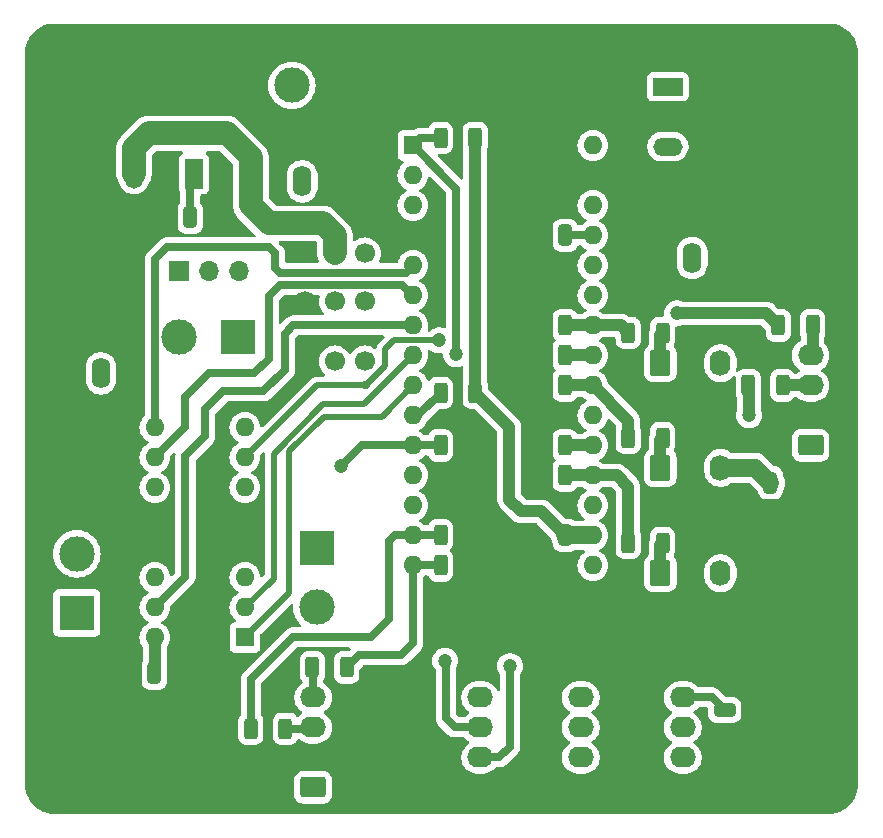
<source format=gbr>
%TF.GenerationSoftware,KiCad,Pcbnew,8.0.7-8.0.7-0~ubuntu22.04.1*%
%TF.CreationDate,2025-01-26T21:06:57+01:00*%
%TF.ProjectId,G431_Expander,47343331-5f45-4787-9061-6e6465722e6b,rev?*%
%TF.SameCoordinates,Original*%
%TF.FileFunction,Copper,L2,Bot*%
%TF.FilePolarity,Positive*%
%FSLAX46Y46*%
G04 Gerber Fmt 4.6, Leading zero omitted, Abs format (unit mm)*
G04 Created by KiCad (PCBNEW 8.0.7-8.0.7-0~ubuntu22.04.1) date 2025-01-26 21:06:57*
%MOMM*%
%LPD*%
G01*
G04 APERTURE LIST*
G04 Aperture macros list*
%AMRoundRect*
0 Rectangle with rounded corners*
0 $1 Rounding radius*
0 $2 $3 $4 $5 $6 $7 $8 $9 X,Y pos of 4 corners*
0 Add a 4 corners polygon primitive as box body*
4,1,4,$2,$3,$4,$5,$6,$7,$8,$9,$2,$3,0*
0 Add four circle primitives for the rounded corners*
1,1,$1+$1,$2,$3*
1,1,$1+$1,$4,$5*
1,1,$1+$1,$6,$7*
1,1,$1+$1,$8,$9*
0 Add four rect primitives between the rounded corners*
20,1,$1+$1,$2,$3,$4,$5,0*
20,1,$1+$1,$4,$5,$6,$7,0*
20,1,$1+$1,$6,$7,$8,$9,0*
20,1,$1+$1,$8,$9,$2,$3,0*%
G04 Aperture macros list end*
%TA.AperFunction,ComponentPad*%
%ADD10RoundRect,0.250000X0.845000X-0.620000X0.845000X0.620000X-0.845000X0.620000X-0.845000X-0.620000X0*%
%TD*%
%TA.AperFunction,ComponentPad*%
%ADD11O,2.190000X1.740000*%
%TD*%
%TA.AperFunction,ComponentPad*%
%ADD12R,2.500000X1.500000*%
%TD*%
%TA.AperFunction,ComponentPad*%
%ADD13O,2.500000X1.500000*%
%TD*%
%TA.AperFunction,ComponentPad*%
%ADD14R,3.000000X3.000000*%
%TD*%
%TA.AperFunction,ComponentPad*%
%ADD15C,3.000000*%
%TD*%
%TA.AperFunction,ComponentPad*%
%ADD16O,1.600000X2.600000*%
%TD*%
%TA.AperFunction,ComponentPad*%
%ADD17R,1.600000X1.600000*%
%TD*%
%TA.AperFunction,ComponentPad*%
%ADD18O,1.600000X1.600000*%
%TD*%
%TA.AperFunction,ComponentPad*%
%ADD19RoundRect,0.250000X-0.620000X-0.845000X0.620000X-0.845000X0.620000X0.845000X-0.620000X0.845000X0*%
%TD*%
%TA.AperFunction,ComponentPad*%
%ADD20O,1.740000X2.190000*%
%TD*%
%TA.AperFunction,ComponentPad*%
%ADD21C,6.400000*%
%TD*%
%TA.AperFunction,ComponentPad*%
%ADD22C,1.700000*%
%TD*%
%TA.AperFunction,ComponentPad*%
%ADD23R,1.500000X2.500000*%
%TD*%
%TA.AperFunction,ComponentPad*%
%ADD24O,1.500000X2.500000*%
%TD*%
%TA.AperFunction,ComponentPad*%
%ADD25R,1.700000X1.700000*%
%TD*%
%TA.AperFunction,ComponentPad*%
%ADD26O,1.700000X1.700000*%
%TD*%
%TA.AperFunction,SMDPad,CuDef*%
%ADD27RoundRect,0.250000X0.312500X0.625000X-0.312500X0.625000X-0.312500X-0.625000X0.312500X-0.625000X0*%
%TD*%
%TA.AperFunction,SMDPad,CuDef*%
%ADD28RoundRect,0.250000X0.325000X0.650000X-0.325000X0.650000X-0.325000X-0.650000X0.325000X-0.650000X0*%
%TD*%
%TA.AperFunction,SMDPad,CuDef*%
%ADD29RoundRect,0.250000X-0.312500X-0.625000X0.312500X-0.625000X0.312500X0.625000X-0.312500X0.625000X0*%
%TD*%
%TA.AperFunction,SMDPad,CuDef*%
%ADD30RoundRect,0.250000X-0.325000X-0.650000X0.325000X-0.650000X0.325000X0.650000X-0.325000X0.650000X0*%
%TD*%
%TA.AperFunction,SMDPad,CuDef*%
%ADD31RoundRect,0.250000X-0.650000X0.325000X-0.650000X-0.325000X0.650000X-0.325000X0.650000X0.325000X0*%
%TD*%
%TA.AperFunction,ViaPad*%
%ADD32C,1.200000*%
%TD*%
%TA.AperFunction,Conductor*%
%ADD33C,0.700000*%
%TD*%
%TA.AperFunction,Conductor*%
%ADD34C,1.000000*%
%TD*%
%TA.AperFunction,Conductor*%
%ADD35C,1.500000*%
%TD*%
%TA.AperFunction,Conductor*%
%ADD36C,0.500000*%
%TD*%
%TA.AperFunction,Conductor*%
%ADD37C,2.000000*%
%TD*%
G04 APERTURE END LIST*
D10*
%TO.P,J6,1,Pin_1*%
%TO.N,+5V*%
X149036500Y-110236000D03*
D11*
%TO.P,J6,2,Pin_2*%
%TO.N,GND*%
X149036500Y-107696000D03*
%TO.P,J6,3,Pin_3*%
%TO.N,Net-(J6-Pin_3)*%
X149036500Y-105156000D03*
%TO.P,J6,4,Pin_4*%
%TO.N,Net-(J6-Pin_4)*%
X149036500Y-102616000D03*
%TD*%
D10*
%TO.P,J14,1,Pin_1*%
%TO.N,GND*%
X180340000Y-110236000D03*
D11*
%TO.P,J14,2,Pin_2*%
%TO.N,/I2C_SCL*%
X180340000Y-107696000D03*
%TO.P,J14,3,Pin_3*%
%TO.N,/I2C_SDA*%
X180340000Y-105156000D03*
%TO.P,J14,4,Pin_4*%
%TO.N,+5V*%
X180340000Y-102616000D03*
%TD*%
D12*
%TO.P,U1,1,Vin*%
%TO.N,/VBAT*%
X179070000Y-50907500D03*
D13*
%TO.P,U1,2,GND*%
%TO.N,GND*%
X179070000Y-53447500D03*
%TO.P,U1,3,Vout*%
%TO.N,+5V*%
X179070000Y-55987500D03*
%TD*%
D14*
%TO.P,J1,1,-*%
%TO.N,GND*%
X142240000Y-50800000D03*
D15*
%TO.P,J1,2,+*%
%TO.N,/VBAT*%
X147240000Y-50800000D03*
%TD*%
D16*
%TO.P,C4,1*%
%TO.N,/+6.5V*%
X131064000Y-75184000D03*
%TO.P,C4,2*%
%TO.N,GND*%
X127564000Y-75184000D03*
%TD*%
D10*
%TO.P,J5,1,Pin_1*%
%TO.N,+5V*%
X191155000Y-81280000D03*
D11*
%TO.P,J5,2,Pin_2*%
%TO.N,GND*%
X191155000Y-78740000D03*
%TO.P,J5,3,Pin_3*%
%TO.N,Net-(J5-Pin_3)*%
X191155000Y-76200000D03*
%TO.P,J5,4,Pin_4*%
%TO.N,Net-(J5-Pin_4)*%
X191155000Y-73660000D03*
%TD*%
D17*
%TO.P,A1,1,PA9*%
%TO.N,/I2C_SCL*%
X157480000Y-55880000D03*
D18*
%TO.P,A1,2,PA10*%
%TO.N,/Servo1_PWM*%
X157480000Y-58420000D03*
%TO.P,A1,3,~{RESET}*%
%TO.N,unconnected-(A1-~{RESET}-Pad3)*%
X157480000Y-60960000D03*
%TO.P,A1,4,GND*%
%TO.N,GND*%
X157480000Y-63500000D03*
%TO.P,A1,5,PA12*%
%TO.N,/Moteur2_PWM*%
X157480000Y-66040000D03*
%TO.P,A1,6,PB0*%
%TO.N,/Moteur2_Sens1*%
X157480000Y-68580000D03*
%TO.P,A1,7,PB7*%
%TO.N,/Moteur2_Sens2*%
X157480000Y-71120000D03*
%TO.P,A1,8,PA15*%
%TO.N,/Moteur1_Sens1*%
X157480000Y-73660000D03*
%TO.P,A1,9,PB6*%
%TO.N,/Moteur1_PWM*%
X157480000Y-76200000D03*
%TO.P,A1,10,PF0*%
%TO.N,/I2C_SDA*%
X157480000Y-78740000D03*
%TO.P,A1,11,PF1*%
%TO.N,/Cde_Mosfet*%
X157480000Y-81280000D03*
%TO.P,A1,12,PA8*%
%TO.N,/Servo3_PWM*%
X157480000Y-83820000D03*
%TO.P,A1,13,PA11*%
%TO.N,/Servo2_PWM*%
X157480000Y-86360000D03*
%TO.P,A1,14,PB5*%
%TO.N,/Codeur2_B*%
X157480000Y-88900000D03*
%TO.P,A1,15,PB4*%
%TO.N,/Codeur2_A*%
X157480000Y-91440000D03*
%TO.P,A1,16,PB3/PB8*%
%TO.N,unconnected-(A1-PB3{slash}PB8-Pad16)*%
X172720000Y-91440000D03*
%TO.P,A1,17,3V3*%
%TO.N,+3.3V*%
X172720000Y-88900000D03*
%TO.P,A1,18,AREF*%
%TO.N,unconnected-(A1-AREF-Pad18)*%
X172720000Y-86360000D03*
%TO.P,A1,19,PA0*%
%TO.N,/Eana1f*%
X172720000Y-83820000D03*
%TO.P,A1,20,PA1*%
%TO.N,/Codeur1_B*%
X172720000Y-81280000D03*
%TO.P,A1,21,PA3*%
%TO.N,unconnected-(A1-PA3-Pad21)*%
X172720000Y-78740000D03*
%TO.P,A1,22,PA4*%
%TO.N,/Eana2f*%
X172720000Y-76200000D03*
%TO.P,A1,23,PA5/PB7*%
%TO.N,/Codeur1_A*%
X172720000Y-73660000D03*
%TO.P,A1,24,PA6/PA15*%
%TO.N,/Eana3f*%
X172720000Y-71120000D03*
%TO.P,A1,25,PA7*%
%TO.N,/Moteur1_Sens2*%
X172720000Y-68580000D03*
%TO.P,A1,26,PA2*%
%TO.N,unconnected-(A1-PA2-Pad26)*%
X172720000Y-66040000D03*
%TO.P,A1,27,+5V*%
%TO.N,+5V*%
X172720000Y-63500000D03*
%TO.P,A1,28,~{RESET}*%
%TO.N,unconnected-(A1-~{RESET}-Pad28)*%
X172720000Y-60960000D03*
%TO.P,A1,29,GND*%
%TO.N,GND*%
X172720000Y-58420000D03*
%TO.P,A1,30,VIN*%
%TO.N,unconnected-(A1-VIN-Pad30)*%
X172720000Y-55880000D03*
%TD*%
D19*
%TO.P,J4,1,Pin_1*%
%TO.N,/Eana3*%
X178435000Y-74315000D03*
D20*
%TO.P,J4,2,Pin_2*%
%TO.N,GND*%
X180975000Y-74315000D03*
%TO.P,J4,3,Pin_3*%
%TO.N,+5V*%
X183515000Y-74315000D03*
%TD*%
D21*
%TO.P,H1,1,1*%
%TO.N,GND*%
X129540000Y-51435000D03*
%TD*%
D10*
%TO.P,J13,1,Pin_1*%
%TO.N,GND*%
X171704000Y-110236000D03*
D11*
%TO.P,J13,2,Pin_2*%
%TO.N,/I2C_SCL*%
X171704000Y-107696000D03*
%TO.P,J13,3,Pin_3*%
%TO.N,/I2C_SDA*%
X171704000Y-105156000D03*
%TO.P,J13,4,Pin_4*%
%TO.N,+5V*%
X171704000Y-102616000D03*
%TD*%
D22*
%TO.P,J10,1,Pin_1*%
%TO.N,/Servo2_PWM*%
X153416000Y-74168000D03*
%TO.P,J10,2,Pin_2*%
%TO.N,/+6.5V*%
X150876000Y-74168000D03*
%TO.P,J10,3,Pin_3*%
%TO.N,GND*%
X148336000Y-74168000D03*
%TD*%
D10*
%TO.P,J12,1,Pin_1*%
%TO.N,GND*%
X163175000Y-110236000D03*
D11*
%TO.P,J12,2,Pin_2*%
%TO.N,/I2C_SCL*%
X163175000Y-107696000D03*
%TO.P,J12,3,Pin_3*%
%TO.N,/I2C_SDA*%
X163175000Y-105156000D03*
%TO.P,J12,4,Pin_4*%
%TO.N,+5V*%
X163175000Y-102616000D03*
%TD*%
D23*
%TO.P,U2,1,Vin*%
%TO.N,/VBAT*%
X138957500Y-58261500D03*
D24*
%TO.P,U2,2,GND*%
%TO.N,GND*%
X136417500Y-58261500D03*
%TO.P,U2,3,Vout*%
%TO.N,/+6.5V*%
X133877500Y-58261500D03*
%TD*%
D19*
%TO.P,J2,1,Pin_1*%
%TO.N,/Eana1*%
X178435000Y-92095000D03*
D20*
%TO.P,J2,2,Pin_2*%
%TO.N,GND*%
X180975000Y-92095000D03*
%TO.P,J2,3,Pin_3*%
%TO.N,+5V*%
X183515000Y-92095000D03*
%TD*%
D17*
%TO.P,U3,1,EN1\u002C2*%
%TO.N,/Moteur1_PWM*%
X143256000Y-97536000D03*
D18*
%TO.P,U3,2,1A*%
%TO.N,/Moteur1_Sens1*%
X143256000Y-94996000D03*
%TO.P,U3,3,1Y*%
%TO.N,/Mot1_1*%
X143256000Y-92456000D03*
%TO.P,U3,4,GND*%
%TO.N,GND*%
X143256000Y-89916000D03*
%TO.P,U3,5,GND*%
X143256000Y-87376000D03*
%TO.P,U3,6,2Y*%
%TO.N,/Mot1_2*%
X143256000Y-84836000D03*
%TO.P,U3,7,2A*%
%TO.N,/Moteur1_Sens2*%
X143256000Y-82296000D03*
%TO.P,U3,8,VCC2*%
%TO.N,/+VACTUATORS*%
X143256000Y-79756000D03*
%TO.P,U3,9,EN3\u002C4*%
%TO.N,/Moteur2_PWM*%
X135636000Y-79756000D03*
%TO.P,U3,10,3A*%
%TO.N,/Moteur2_Sens1*%
X135636000Y-82296000D03*
%TO.P,U3,11,3Y*%
%TO.N,/Mot2_1*%
X135636000Y-84836000D03*
%TO.P,U3,12,GND*%
%TO.N,GND*%
X135636000Y-87376000D03*
%TO.P,U3,13,GND*%
X135636000Y-89916000D03*
%TO.P,U3,14,4Y*%
%TO.N,/Mot2_2*%
X135636000Y-92456000D03*
%TO.P,U3,15,4A*%
%TO.N,/Moteur2_Sens2*%
X135636000Y-94996000D03*
%TO.P,U3,16,VCC1*%
%TO.N,+5V*%
X135636000Y-97536000D03*
%TD*%
D22*
%TO.P,J11,1,Pin_1*%
%TO.N,/Servo3_PWM*%
X153419500Y-69088000D03*
%TO.P,J11,2,Pin_2*%
%TO.N,/+6.5V*%
X150879500Y-69088000D03*
%TO.P,J11,3,Pin_3*%
%TO.N,GND*%
X148339500Y-69088000D03*
%TD*%
D14*
%TO.P,J8,1,-*%
%TO.N,/Mot2_2*%
X129032000Y-95464000D03*
D15*
%TO.P,J8,2,+*%
%TO.N,/Mot2_1*%
X129032000Y-90464000D03*
%TD*%
D25*
%TO.P,JP1,1,A*%
%TO.N,/+6.5V*%
X137668000Y-66548000D03*
D26*
%TO.P,JP1,2,C*%
%TO.N,/+VACTUATORS*%
X140208000Y-66548000D03*
%TO.P,JP1,3,B*%
%TO.N,/VBAT*%
X142748000Y-66548000D03*
%TD*%
D19*
%TO.P,J3,1,Pin_1*%
%TO.N,/Eana2*%
X178435000Y-83185000D03*
D20*
%TO.P,J3,2,Pin_2*%
%TO.N,GND*%
X180975000Y-83185000D03*
%TO.P,J3,3,Pin_3*%
%TO.N,+5V*%
X183515000Y-83185000D03*
%TD*%
D21*
%TO.P,H4,1,1*%
%TO.N,GND*%
X190500000Y-107696000D03*
%TD*%
%TO.P,H2,1,1*%
%TO.N,GND*%
X190500000Y-51435000D03*
%TD*%
%TO.P,H3,1,1*%
%TO.N,GND*%
X129540000Y-107696000D03*
%TD*%
D14*
%TO.P,J7,1,-*%
%TO.N,/Mot1_2*%
X149352000Y-89996000D03*
D15*
%TO.P,J7,2,+*%
%TO.N,/Mot1_1*%
X149352000Y-94996000D03*
%TD*%
D16*
%TO.P,C1,1*%
%TO.N,/VBAT*%
X148110000Y-58928000D03*
%TO.P,C1,2*%
%TO.N,GND*%
X151610000Y-58928000D03*
%TD*%
%TO.P,C3,1*%
%TO.N,+5V*%
X181130000Y-65405000D03*
%TO.P,C3,2*%
%TO.N,GND*%
X184630000Y-65405000D03*
%TD*%
D14*
%TO.P,J15,1,-*%
%TO.N,Net-(J15--)*%
X142708000Y-72136000D03*
D15*
%TO.P,J15,2,+*%
%TO.N,/+VACTUATORS*%
X137708000Y-72136000D03*
%TD*%
D22*
%TO.P,J9,1,Pin_1*%
%TO.N,/Servo1_PWM*%
X153416000Y-65024000D03*
%TO.P,J9,2,Pin_2*%
%TO.N,/+6.5V*%
X150876000Y-65024000D03*
%TO.P,J9,3,Pin_3*%
%TO.N,GND*%
X148336000Y-65024000D03*
%TD*%
D27*
%TO.P,R6,1*%
%TO.N,/Eana3f*%
X170372500Y-71120000D03*
%TO.P,R6,2*%
%TO.N,GND*%
X167447500Y-71120000D03*
%TD*%
D28*
%TO.P,C9,1*%
%TO.N,+5V*%
X135587000Y-100584000D03*
%TO.P,C9,2*%
%TO.N,GND*%
X132637000Y-100584000D03*
%TD*%
D29*
%TO.P,R17,1*%
%TO.N,/Cde_Mosfet*%
X159827500Y-81280000D03*
%TO.P,R17,2*%
%TO.N,GND*%
X162752500Y-81280000D03*
%TD*%
D27*
%TO.P,R1,1*%
%TO.N,/Eana1*%
X178627500Y-89535000D03*
%TO.P,R1,2*%
%TO.N,/Eana1f*%
X175702500Y-89535000D03*
%TD*%
D28*
%TO.P,C11,1*%
%TO.N,+5V*%
X170385000Y-63500000D03*
%TO.P,C11,2*%
%TO.N,GND*%
X167435000Y-63500000D03*
%TD*%
D27*
%TO.P,R3,1*%
%TO.N,/Eana2*%
X178627500Y-80645000D03*
%TO.P,R3,2*%
%TO.N,/Eana2f*%
X175702500Y-80645000D03*
%TD*%
%TO.P,R4,1*%
%TO.N,/Eana2f*%
X170372500Y-76200000D03*
%TO.P,R4,2*%
%TO.N,GND*%
X167447500Y-76200000D03*
%TD*%
D30*
%TO.P,C10,1*%
%TO.N,+5V*%
X187755000Y-84455000D03*
%TO.P,C10,2*%
%TO.N,GND*%
X190705000Y-84455000D03*
%TD*%
D27*
%TO.P,R8,1*%
%TO.N,Net-(J5-Pin_4)*%
X191327500Y-71120000D03*
%TO.P,R8,2*%
%TO.N,/Codeur1_A*%
X188402500Y-71120000D03*
%TD*%
%TO.P,R5,1*%
%TO.N,/Eana3*%
X178627500Y-71755000D03*
%TO.P,R5,2*%
%TO.N,/Eana3f*%
X175702500Y-71755000D03*
%TD*%
%TO.P,R15,1*%
%TO.N,+3.3V*%
X162752500Y-55245000D03*
%TO.P,R15,2*%
%TO.N,/I2C_SCL*%
X159827500Y-55245000D03*
%TD*%
D29*
%TO.P,R13,1*%
%TO.N,/Codeur2_B*%
X159827500Y-88900000D03*
%TO.P,R13,2*%
%TO.N,GND*%
X162752500Y-88900000D03*
%TD*%
D27*
%TO.P,R16,1*%
%TO.N,+3.3V*%
X162752500Y-76835000D03*
%TO.P,R16,2*%
%TO.N,/I2C_SDA*%
X159827500Y-76835000D03*
%TD*%
%TO.P,R11,1*%
%TO.N,/Codeur1_B*%
X170372500Y-81280000D03*
%TO.P,R11,2*%
%TO.N,GND*%
X167447500Y-81280000D03*
%TD*%
%TO.P,R7,1*%
%TO.N,Net-(J5-Pin_3)*%
X188787500Y-76200000D03*
%TO.P,R7,2*%
%TO.N,/Codeur1_B*%
X185862500Y-76200000D03*
%TD*%
D29*
%TO.P,R10,1*%
%TO.N,Net-(J6-Pin_4)*%
X148967000Y-100076000D03*
%TO.P,R10,2*%
%TO.N,/Codeur2_A*%
X151892000Y-100076000D03*
%TD*%
D27*
%TO.P,R9,1*%
%TO.N,Net-(J6-Pin_3)*%
X146689000Y-105271000D03*
%TO.P,R9,2*%
%TO.N,/Codeur2_B*%
X143764000Y-105271000D03*
%TD*%
D29*
%TO.P,R14,1*%
%TO.N,/Codeur2_A*%
X159827500Y-91440000D03*
%TO.P,R14,2*%
%TO.N,GND*%
X162752500Y-91440000D03*
%TD*%
D28*
%TO.P,C2,1*%
%TO.N,/VBAT*%
X138635000Y-61976000D03*
%TO.P,C2,2*%
%TO.N,GND*%
X135685000Y-61976000D03*
%TD*%
D31*
%TO.P,C8,1*%
%TO.N,+5V*%
X183896000Y-103681000D03*
%TO.P,C8,2*%
%TO.N,GND*%
X183896000Y-106631000D03*
%TD*%
D27*
%TO.P,R2,1*%
%TO.N,/Eana1f*%
X170372500Y-83820000D03*
%TO.P,R2,2*%
%TO.N,GND*%
X167447500Y-83820000D03*
%TD*%
%TO.P,R12,1*%
%TO.N,/Codeur1_A*%
X170372500Y-73660000D03*
%TO.P,R12,2*%
%TO.N,GND*%
X167447500Y-73660000D03*
%TD*%
D28*
%TO.P,C12,1*%
%TO.N,+3.3V*%
X170385000Y-88900000D03*
%TO.P,C12,2*%
%TO.N,GND*%
X167435000Y-88900000D03*
%TD*%
D32*
%TO.N,/Cde_Mosfet*%
X151434800Y-83007200D03*
%TO.N,/Moteur1_Sens2*%
X159715200Y-72390000D03*
%TO.N,/I2C_SCL*%
X165709600Y-99974400D03*
X161137600Y-73558400D03*
%TO.N,/I2C_SDA*%
X160223200Y-99517200D03*
%TO.N,/Codeur1_A*%
X179832000Y-70104000D03*
%TO.N,/Codeur1_B*%
X185928000Y-78740000D03*
%TD*%
D33*
%TO.N,/Moteur2_PWM*%
X145796000Y-66243200D02*
X146202400Y-66649600D01*
X156870400Y-66649600D02*
X157480000Y-66040000D01*
X146202400Y-66649600D02*
X156362400Y-66649600D01*
X135636000Y-79756000D02*
X135636000Y-65532000D01*
X135636000Y-65532000D02*
X136652000Y-64516000D01*
X136652000Y-64516000D02*
X145288000Y-64516000D01*
X156362400Y-66649600D02*
X156870400Y-66649600D01*
X145796000Y-65024000D02*
X145796000Y-66243200D01*
X145288000Y-64516000D02*
X145796000Y-65024000D01*
%TO.N,/Cde_Mosfet*%
X157480000Y-81280000D02*
X159827500Y-81280000D01*
X153162000Y-81280000D02*
X151434800Y-83007200D01*
X157480000Y-81280000D02*
X153162000Y-81280000D01*
D34*
%TO.N,+3.3V*%
X165642000Y-79724500D02*
X165642000Y-85886000D01*
X166624000Y-86868000D02*
X168353000Y-86868000D01*
X168353000Y-86868000D02*
X170385000Y-88900000D01*
X162752500Y-76835000D02*
X165642000Y-79724500D01*
X162752500Y-55245000D02*
X162752500Y-76835000D01*
X165642000Y-85886000D02*
X166624000Y-86868000D01*
D35*
X170385000Y-88900000D02*
X172720000Y-88900000D01*
D33*
%TO.N,/Moteur2_Sens1*%
X135636000Y-82296000D02*
X138176000Y-79756000D01*
X140208000Y-75184000D02*
X144068800Y-75184000D01*
X146230800Y-67688000D02*
X156588000Y-67688000D01*
X145288000Y-68630800D02*
X146230800Y-67688000D01*
X138176000Y-77216000D02*
X140208000Y-75184000D01*
X156588000Y-67688000D02*
X157480000Y-68580000D01*
X145288000Y-73964800D02*
X145288000Y-68630800D01*
X138176000Y-79756000D02*
X138176000Y-77216000D01*
X144068800Y-75184000D02*
X145288000Y-73964800D01*
D36*
%TO.N,/Moteur1_PWM*%
X147015200Y-93776800D02*
X143256000Y-97536000D01*
X154838400Y-78841600D02*
X149961600Y-78841600D01*
X147015200Y-81788000D02*
X147015200Y-93776800D01*
X149961600Y-78841600D02*
X147015200Y-81788000D01*
X157480000Y-76200000D02*
X154838400Y-78841600D01*
D35*
%TO.N,+5V*%
X183515000Y-83185000D02*
X186485000Y-83185000D01*
D34*
X135636000Y-97536000D02*
X135636000Y-100535000D01*
D33*
X170385000Y-63500000D02*
X172720000Y-63500000D01*
X182831000Y-102616000D02*
X180340000Y-102616000D01*
X183896000Y-103681000D02*
X182831000Y-102616000D01*
D35*
X186485000Y-83185000D02*
X187755000Y-84455000D01*
D33*
%TO.N,/Moteur1_Sens2*%
X153466800Y-76200000D02*
X153517600Y-76149200D01*
D36*
X155143200Y-73152000D02*
X155752800Y-72542400D01*
X155905200Y-72390000D02*
X159715200Y-72390000D01*
X153517600Y-76149200D02*
X155143200Y-74523600D01*
X143256000Y-82296000D02*
X149352000Y-76200000D01*
X155143200Y-74523600D02*
X155143200Y-73152000D01*
X155752800Y-72542400D02*
X155803600Y-72542400D01*
X149555200Y-76200000D02*
X153466800Y-76200000D01*
X155752800Y-72542400D02*
X155905200Y-72390000D01*
D34*
%TO.N,/Eana2*%
X178435000Y-83185000D02*
X178435000Y-80837500D01*
X178435000Y-80837500D02*
X178627500Y-80645000D01*
%TO.N,/Eana1*%
X178435000Y-92095000D02*
X178435000Y-89727500D01*
X178435000Y-89727500D02*
X178627500Y-89535000D01*
D33*
%TO.N,/I2C_SCL*%
X159827500Y-55245000D02*
X158115000Y-55245000D01*
X161137600Y-59537600D02*
X161137600Y-73558400D01*
X165709600Y-106781600D02*
X164795200Y-107696000D01*
X165709600Y-99974400D02*
X165709600Y-106781600D01*
X158115000Y-55245000D02*
X157480000Y-55880000D01*
X164795200Y-107696000D02*
X163175000Y-107696000D01*
X157480000Y-55880000D02*
X161137600Y-59537600D01*
%TO.N,/I2C_SDA*%
X160274000Y-104394000D02*
X161036000Y-105156000D01*
X160274000Y-99568000D02*
X160274000Y-104394000D01*
X161036000Y-105156000D02*
X163175000Y-105156000D01*
X160223200Y-99517200D02*
X160274000Y-99568000D01*
X157922500Y-78740000D02*
X159827500Y-76835000D01*
X157480000Y-78740000D02*
X157922500Y-78740000D01*
D36*
%TO.N,/Moteur1_Sens1*%
X145694400Y-81991200D02*
X149910800Y-77774800D01*
X153365200Y-77774800D02*
X157480000Y-73660000D01*
X145694400Y-92557600D02*
X145694400Y-81991200D01*
X149910800Y-77774800D02*
X153365200Y-77774800D01*
X143256000Y-94996000D02*
X145694400Y-92557600D01*
D34*
%TO.N,/Eana3*%
X178435000Y-74315000D02*
X178435000Y-71947500D01*
X178435000Y-71947500D02*
X178627500Y-71755000D01*
D33*
%TO.N,/Moteur2_Sens2*%
X139903200Y-80518000D02*
X139903200Y-78232000D01*
X146659600Y-71831200D02*
X147370800Y-71120000D01*
X147370800Y-71120000D02*
X157480000Y-71120000D01*
X138226800Y-92405200D02*
X138226800Y-82194400D01*
X146659600Y-74879200D02*
X146659600Y-71831200D01*
X138226800Y-82194400D02*
X139903200Y-80518000D01*
X139903200Y-78232000D02*
X141427200Y-76708000D01*
X144830800Y-76708000D02*
X146659600Y-74879200D01*
X141427200Y-76708000D02*
X144830800Y-76708000D01*
X135636000Y-94996000D02*
X138226800Y-92405200D01*
%TO.N,/VBAT*%
X138635000Y-58584000D02*
X138957500Y-58261500D01*
X138635000Y-61976000D02*
X138635000Y-58584000D01*
D37*
%TO.N,/+6.5V*%
X143764000Y-56896000D02*
X143764000Y-60960000D01*
X145288000Y-62484000D02*
X149860000Y-62484000D01*
X149860000Y-62484000D02*
X150876000Y-63500000D01*
X133877500Y-58261500D02*
X133877500Y-56114500D01*
X135128000Y-54864000D02*
X141732000Y-54864000D01*
X143764000Y-60960000D02*
X145288000Y-62484000D01*
X141732000Y-54864000D02*
X143764000Y-56896000D01*
X150876000Y-63500000D02*
X150876000Y-65024000D01*
X133877500Y-56114500D02*
X135128000Y-54864000D01*
D34*
%TO.N,/Eana1f*%
X172720000Y-83820000D02*
X174752000Y-83820000D01*
X170372500Y-83820000D02*
X172720000Y-83820000D01*
X175702500Y-84770500D02*
X175702500Y-89535000D01*
X174752000Y-83820000D02*
X175702500Y-84770500D01*
%TO.N,/Eana2f*%
X175702500Y-80645000D02*
X175702500Y-79182500D01*
X175702500Y-79182500D02*
X172720000Y-76200000D01*
X170372500Y-76200000D02*
X172720000Y-76200000D01*
%TO.N,/Eana3f*%
X172720000Y-71120000D02*
X170372500Y-71120000D01*
X175702500Y-71755000D02*
X175067500Y-71120000D01*
X175067500Y-71120000D02*
X172720000Y-71120000D01*
%TO.N,Net-(J5-Pin_4)*%
X191327500Y-73487500D02*
X191155000Y-73660000D01*
X191327500Y-71120000D02*
X191327500Y-73487500D01*
%TO.N,Net-(J5-Pin_3)*%
X188787500Y-76200000D02*
X191155000Y-76200000D01*
D33*
%TO.N,Net-(J6-Pin_3)*%
X148921500Y-105271000D02*
X149036500Y-105156000D01*
X146689000Y-105271000D02*
X148921500Y-105271000D01*
%TO.N,Net-(J6-Pin_4)*%
X149036500Y-100145500D02*
X148967000Y-100076000D01*
X149036500Y-102616000D02*
X149036500Y-100145500D01*
D34*
%TO.N,/Codeur1_A*%
X187386500Y-70104000D02*
X188402500Y-71120000D01*
X179832000Y-70104000D02*
X187386500Y-70104000D01*
X170372500Y-73660000D02*
X172720000Y-73660000D01*
D33*
%TO.N,/Codeur2_A*%
X151892000Y-100076000D02*
X152908000Y-99060000D01*
X156464000Y-99060000D02*
X157480000Y-98044000D01*
X159827500Y-91440000D02*
X157480000Y-91440000D01*
X157480000Y-98044000D02*
X157480000Y-91440000D01*
X152908000Y-99060000D02*
X156464000Y-99060000D01*
D34*
%TO.N,/Codeur1_B*%
X170372500Y-81280000D02*
X172720000Y-81280000D01*
X185928000Y-78740000D02*
X185928000Y-76265500D01*
X185928000Y-76265500D02*
X185862500Y-76200000D01*
D33*
%TO.N,/Codeur2_B*%
X157480000Y-88900000D02*
X155956000Y-88900000D01*
X143764000Y-101092000D02*
X143764000Y-105271000D01*
X155956000Y-88900000D02*
X155448000Y-89408000D01*
X155448000Y-89408000D02*
X155448000Y-96012000D01*
X153924000Y-97536000D02*
X147320000Y-97536000D01*
X155448000Y-96012000D02*
X153924000Y-97536000D01*
X147320000Y-97536000D02*
X143764000Y-101092000D01*
X157480000Y-88900000D02*
X159827500Y-88900000D01*
%TD*%
%TA.AperFunction,Conductor*%
%TO.N,GND*%
G36*
X149534036Y-68558185D02*
G01*
X149579791Y-68610989D01*
X149589735Y-68680147D01*
X149586772Y-68694593D01*
X149544438Y-68852586D01*
X149544436Y-68852596D01*
X149523841Y-69087999D01*
X149523841Y-69088000D01*
X149544436Y-69323403D01*
X149544438Y-69323413D01*
X149605594Y-69551655D01*
X149605596Y-69551659D01*
X149605597Y-69551663D01*
X149695519Y-69744500D01*
X149705465Y-69765830D01*
X149705467Y-69765834D01*
X149794693Y-69893261D01*
X149841001Y-69959396D01*
X149841006Y-69959402D01*
X149939423Y-70057819D01*
X149972908Y-70119142D01*
X149967924Y-70188834D01*
X149926052Y-70244767D01*
X149860588Y-70269184D01*
X149851742Y-70269500D01*
X147287028Y-70269500D01*
X147122725Y-70302182D01*
X147122713Y-70302185D01*
X147077383Y-70320962D01*
X146967943Y-70366292D01*
X146967930Y-70366299D01*
X146828638Y-70459372D01*
X146828634Y-70459375D01*
X146350181Y-70937829D01*
X146288858Y-70971314D01*
X146219166Y-70966330D01*
X146163233Y-70924458D01*
X146138816Y-70858994D01*
X146138500Y-70850148D01*
X146138500Y-69034451D01*
X146158185Y-68967412D01*
X146174819Y-68946770D01*
X146546770Y-68574819D01*
X146608093Y-68541334D01*
X146634451Y-68538500D01*
X149466997Y-68538500D01*
X149534036Y-68558185D01*
G37*
%TD.AperFunction*%
%TA.AperFunction,Conductor*%
G36*
X149254150Y-64004185D02*
G01*
X149274792Y-64020819D01*
X149339181Y-64085208D01*
X149372666Y-64146531D01*
X149375500Y-64172889D01*
X149375500Y-65142097D01*
X149412446Y-65375368D01*
X149485433Y-65599995D01*
X149495017Y-65618803D01*
X149507914Y-65687472D01*
X149481639Y-65752213D01*
X149424533Y-65792471D01*
X149384533Y-65799100D01*
X146770500Y-65799100D01*
X146703461Y-65779415D01*
X146657706Y-65726611D01*
X146646500Y-65675100D01*
X146646500Y-64940232D01*
X146646499Y-64940228D01*
X146626138Y-64837865D01*
X146613816Y-64775918D01*
X146553610Y-64630570D01*
X146549704Y-64621139D01*
X146456627Y-64481839D01*
X146410282Y-64435494D01*
X146338162Y-64363374D01*
X146170968Y-64196180D01*
X146137484Y-64134858D01*
X146142468Y-64065166D01*
X146184340Y-64009233D01*
X146249804Y-63984816D01*
X146258650Y-63984500D01*
X149187111Y-63984500D01*
X149254150Y-64004185D01*
G37*
%TD.AperFunction*%
%TA.AperFunction,Conductor*%
G36*
X192685336Y-45560326D02*
G01*
X192975396Y-45577871D01*
X192990259Y-45579676D01*
X193272398Y-45631380D01*
X193286935Y-45634963D01*
X193560772Y-45720295D01*
X193574763Y-45725600D01*
X193836343Y-45843327D01*
X193849589Y-45850280D01*
X194095065Y-45998675D01*
X194107376Y-46007173D01*
X194333173Y-46184073D01*
X194344381Y-46194003D01*
X194547196Y-46396818D01*
X194557126Y-46408026D01*
X194677081Y-46561138D01*
X194734022Y-46633817D01*
X194742528Y-46646140D01*
X194890916Y-46891604D01*
X194897875Y-46904863D01*
X195015597Y-47166431D01*
X195020906Y-47180432D01*
X195106235Y-47454263D01*
X195109819Y-47468801D01*
X195161523Y-47750940D01*
X195163328Y-47765805D01*
X195180874Y-48055863D01*
X195181100Y-48063350D01*
X195181100Y-109975449D01*
X195180874Y-109982936D01*
X195163328Y-110272994D01*
X195161523Y-110287859D01*
X195109819Y-110569998D01*
X195106235Y-110584536D01*
X195020906Y-110858367D01*
X195015597Y-110872368D01*
X194897875Y-111133936D01*
X194890916Y-111147195D01*
X194742528Y-111392659D01*
X194734022Y-111404982D01*
X194557126Y-111630773D01*
X194547196Y-111641981D01*
X194344381Y-111844796D01*
X194333173Y-111854726D01*
X194107382Y-112031622D01*
X194095059Y-112040128D01*
X193849595Y-112188516D01*
X193836336Y-112195475D01*
X193574768Y-112313197D01*
X193560767Y-112318506D01*
X193286936Y-112403835D01*
X193272398Y-112407419D01*
X192990259Y-112459123D01*
X192975394Y-112460928D01*
X192685336Y-112478474D01*
X192677849Y-112478700D01*
X127158951Y-112478700D01*
X127151464Y-112478474D01*
X126861405Y-112460928D01*
X126846540Y-112459123D01*
X126564401Y-112407419D01*
X126549863Y-112403835D01*
X126276032Y-112318506D01*
X126262031Y-112313197D01*
X126000463Y-112195475D01*
X125987204Y-112188516D01*
X125741740Y-112040128D01*
X125729417Y-112031622D01*
X125503626Y-111854726D01*
X125492418Y-111844796D01*
X125289603Y-111641981D01*
X125279673Y-111630773D01*
X125209193Y-111540812D01*
X125102773Y-111404976D01*
X125094275Y-111392665D01*
X124945880Y-111147189D01*
X124938927Y-111133943D01*
X124821200Y-110872363D01*
X124815893Y-110858367D01*
X124730564Y-110584536D01*
X124726980Y-110569998D01*
X124675276Y-110287859D01*
X124673471Y-110272994D01*
X124655926Y-109982936D01*
X124655700Y-109975449D01*
X124655700Y-109565983D01*
X147441000Y-109565983D01*
X147441000Y-110906001D01*
X147441001Y-110906018D01*
X147451500Y-111008796D01*
X147451501Y-111008799D01*
X147497362Y-111147195D01*
X147506686Y-111175334D01*
X147598788Y-111324656D01*
X147722844Y-111448712D01*
X147872166Y-111540814D01*
X148038703Y-111595999D01*
X148141491Y-111606500D01*
X149931508Y-111606499D01*
X150034297Y-111595999D01*
X150200834Y-111540814D01*
X150350156Y-111448712D01*
X150474212Y-111324656D01*
X150566314Y-111175334D01*
X150621499Y-111008797D01*
X150632000Y-110906009D01*
X150631999Y-109565992D01*
X150621499Y-109463203D01*
X150566314Y-109296666D01*
X150474212Y-109147344D01*
X150350156Y-109023288D01*
X150200834Y-108931186D01*
X150034297Y-108876001D01*
X150034295Y-108876000D01*
X149931510Y-108865500D01*
X148141498Y-108865500D01*
X148141481Y-108865501D01*
X148038703Y-108876000D01*
X148038700Y-108876001D01*
X147872168Y-108931185D01*
X147872163Y-108931187D01*
X147722842Y-109023289D01*
X147598789Y-109147342D01*
X147506687Y-109296663D01*
X147506686Y-109296666D01*
X147451501Y-109463203D01*
X147451501Y-109463204D01*
X147451500Y-109463204D01*
X147441000Y-109565983D01*
X124655700Y-109565983D01*
X124655700Y-93916135D01*
X127031500Y-93916135D01*
X127031500Y-97011870D01*
X127031501Y-97011876D01*
X127037908Y-97071483D01*
X127088202Y-97206328D01*
X127088206Y-97206335D01*
X127174452Y-97321544D01*
X127174455Y-97321547D01*
X127289664Y-97407793D01*
X127289671Y-97407797D01*
X127424517Y-97458091D01*
X127424516Y-97458091D01*
X127431444Y-97458835D01*
X127484127Y-97464500D01*
X130579872Y-97464499D01*
X130639483Y-97458091D01*
X130774331Y-97407796D01*
X130889546Y-97321546D01*
X130975796Y-97206331D01*
X131026091Y-97071483D01*
X131032500Y-97011873D01*
X131032499Y-93916128D01*
X131026091Y-93856517D01*
X131002723Y-93793865D01*
X130975797Y-93721671D01*
X130975793Y-93721664D01*
X130889547Y-93606455D01*
X130889544Y-93606452D01*
X130774335Y-93520206D01*
X130774328Y-93520202D01*
X130639482Y-93469908D01*
X130639483Y-93469908D01*
X130579883Y-93463501D01*
X130579881Y-93463500D01*
X130579873Y-93463500D01*
X130579864Y-93463500D01*
X127484129Y-93463500D01*
X127484123Y-93463501D01*
X127424516Y-93469908D01*
X127289671Y-93520202D01*
X127289664Y-93520206D01*
X127174455Y-93606452D01*
X127174452Y-93606455D01*
X127088206Y-93721664D01*
X127088202Y-93721671D01*
X127037908Y-93856517D01*
X127031977Y-93911690D01*
X127031501Y-93916123D01*
X127031500Y-93916135D01*
X124655700Y-93916135D01*
X124655700Y-90463998D01*
X127026390Y-90463998D01*
X127026390Y-90464001D01*
X127046804Y-90749433D01*
X127107628Y-91029037D01*
X127107630Y-91029043D01*
X127107631Y-91029046D01*
X127182308Y-91229261D01*
X127207635Y-91297166D01*
X127344770Y-91548309D01*
X127344775Y-91548317D01*
X127516254Y-91777387D01*
X127516270Y-91777405D01*
X127718594Y-91979729D01*
X127718612Y-91979745D01*
X127947682Y-92151224D01*
X127947690Y-92151229D01*
X128198833Y-92288364D01*
X128198832Y-92288364D01*
X128198836Y-92288365D01*
X128198839Y-92288367D01*
X128466954Y-92388369D01*
X128466960Y-92388370D01*
X128466962Y-92388371D01*
X128746566Y-92449195D01*
X128746568Y-92449195D01*
X128746572Y-92449196D01*
X129000220Y-92467337D01*
X129031999Y-92469610D01*
X129032000Y-92469610D01*
X129032001Y-92469610D01*
X129060595Y-92467564D01*
X129317428Y-92449196D01*
X129359486Y-92440047D01*
X129597037Y-92388371D01*
X129597037Y-92388370D01*
X129597046Y-92388369D01*
X129865161Y-92288367D01*
X130116315Y-92151226D01*
X130345395Y-91979739D01*
X130547739Y-91777395D01*
X130719226Y-91548315D01*
X130856367Y-91297161D01*
X130956369Y-91029046D01*
X130982157Y-90910499D01*
X131017195Y-90749433D01*
X131017195Y-90749432D01*
X131017196Y-90749428D01*
X131037610Y-90464000D01*
X131017196Y-90178572D01*
X131015545Y-90170984D01*
X130956371Y-89898962D01*
X130956370Y-89898960D01*
X130956369Y-89898954D01*
X130856367Y-89630839D01*
X130855340Y-89628959D01*
X130719229Y-89379690D01*
X130719224Y-89379682D01*
X130547745Y-89150612D01*
X130547729Y-89150594D01*
X130345405Y-88948270D01*
X130345387Y-88948254D01*
X130116317Y-88776775D01*
X130116309Y-88776770D01*
X129865166Y-88639635D01*
X129865167Y-88639635D01*
X129706000Y-88580269D01*
X129597046Y-88539631D01*
X129597043Y-88539630D01*
X129597037Y-88539628D01*
X129317433Y-88478804D01*
X129032001Y-88458390D01*
X129031999Y-88458390D01*
X128746566Y-88478804D01*
X128466962Y-88539628D01*
X128198833Y-88639635D01*
X127947690Y-88776770D01*
X127947682Y-88776775D01*
X127718612Y-88948254D01*
X127718594Y-88948270D01*
X127516270Y-89150594D01*
X127516254Y-89150612D01*
X127344775Y-89379682D01*
X127344770Y-89379690D01*
X127207635Y-89630833D01*
X127107628Y-89898962D01*
X127046804Y-90178566D01*
X127026390Y-90463998D01*
X124655700Y-90463998D01*
X124655700Y-74581648D01*
X129763500Y-74581648D01*
X129763500Y-75786351D01*
X129795522Y-75988534D01*
X129858781Y-76183223D01*
X129951715Y-76365613D01*
X130072028Y-76531213D01*
X130216786Y-76675971D01*
X130371749Y-76788556D01*
X130382390Y-76796287D01*
X130479967Y-76846005D01*
X130564776Y-76889218D01*
X130564778Y-76889218D01*
X130564781Y-76889220D01*
X130654277Y-76918299D01*
X130759465Y-76952477D01*
X130856949Y-76967917D01*
X130961648Y-76984500D01*
X130961649Y-76984500D01*
X131166351Y-76984500D01*
X131166352Y-76984500D01*
X131368534Y-76952477D01*
X131563219Y-76889220D01*
X131745610Y-76796287D01*
X131884732Y-76695210D01*
X131911213Y-76675971D01*
X131911215Y-76675968D01*
X131911219Y-76675966D01*
X132055966Y-76531219D01*
X132055968Y-76531215D01*
X132055971Y-76531213D01*
X132133529Y-76424462D01*
X132176287Y-76365610D01*
X132269220Y-76183219D01*
X132332477Y-75988534D01*
X132364500Y-75786352D01*
X132364500Y-74581648D01*
X132332477Y-74379465D01*
X132274377Y-74200654D01*
X132269220Y-74184781D01*
X132269218Y-74184778D01*
X132269218Y-74184776D01*
X132215726Y-74079793D01*
X132176287Y-74002390D01*
X132143780Y-73957647D01*
X132055971Y-73836786D01*
X131911213Y-73692028D01*
X131745613Y-73571715D01*
X131745612Y-73571714D01*
X131745610Y-73571713D01*
X131688653Y-73542691D01*
X131563223Y-73478781D01*
X131368534Y-73415522D01*
X131193995Y-73387878D01*
X131166352Y-73383500D01*
X130961648Y-73383500D01*
X130937329Y-73387351D01*
X130759465Y-73415522D01*
X130564776Y-73478781D01*
X130382386Y-73571715D01*
X130216786Y-73692028D01*
X130072028Y-73836786D01*
X129951715Y-74002386D01*
X129858781Y-74184776D01*
X129795522Y-74379465D01*
X129763500Y-74581648D01*
X124655700Y-74581648D01*
X124655700Y-55996402D01*
X132377000Y-55996402D01*
X132377000Y-58379597D01*
X132413946Y-58612868D01*
X132486933Y-58837496D01*
X132594157Y-59047933D01*
X132693970Y-59185313D01*
X132711582Y-59219878D01*
X132718616Y-59241526D01*
X132807975Y-59416903D01*
X132807976Y-59416905D01*
X132923672Y-59576146D01*
X133062854Y-59715328D01*
X133222095Y-59831024D01*
X133296714Y-59869044D01*
X133397470Y-59920382D01*
X133397472Y-59920382D01*
X133397475Y-59920384D01*
X133461697Y-59941251D01*
X133584673Y-59981209D01*
X133779078Y-60012000D01*
X133779083Y-60012000D01*
X133975922Y-60012000D01*
X134170326Y-59981209D01*
X134357525Y-59920384D01*
X134532905Y-59831024D01*
X134692146Y-59715328D01*
X134831328Y-59576146D01*
X134947024Y-59416905D01*
X135036384Y-59241525D01*
X135043415Y-59219882D01*
X135061026Y-59185316D01*
X135160843Y-59047933D01*
X135268068Y-58837492D01*
X135341053Y-58612868D01*
X135345923Y-58582118D01*
X135378000Y-58379597D01*
X135378000Y-56787389D01*
X135397685Y-56720350D01*
X135414319Y-56699708D01*
X135713208Y-56400819D01*
X135774531Y-56367334D01*
X135800889Y-56364500D01*
X137864058Y-56364500D01*
X137931097Y-56384185D01*
X137976852Y-56436989D01*
X137986796Y-56506147D01*
X137957771Y-56569703D01*
X137938371Y-56587764D01*
X137849954Y-56653954D01*
X137849953Y-56653955D01*
X137849952Y-56653956D01*
X137763706Y-56769164D01*
X137763702Y-56769171D01*
X137713408Y-56904017D01*
X137709397Y-56941328D01*
X137707001Y-56963623D01*
X137707000Y-56963635D01*
X137707000Y-59559370D01*
X137707001Y-59559376D01*
X137713408Y-59618981D01*
X137715202Y-59623791D01*
X137763704Y-59753831D01*
X137763705Y-59753832D01*
X137763706Y-59753835D01*
X137767956Y-59761618D01*
X137765193Y-59763126D01*
X137784183Y-59814021D01*
X137784500Y-59822882D01*
X137784500Y-60738770D01*
X137764815Y-60805809D01*
X137748181Y-60826451D01*
X137717289Y-60857342D01*
X137625187Y-61006663D01*
X137625185Y-61006668D01*
X137620619Y-61020447D01*
X137570001Y-61173203D01*
X137570001Y-61173204D01*
X137570000Y-61173204D01*
X137559500Y-61275983D01*
X137559500Y-62676001D01*
X137559501Y-62676018D01*
X137570000Y-62778796D01*
X137570001Y-62778799D01*
X137618118Y-62924003D01*
X137625186Y-62945334D01*
X137717288Y-63094656D01*
X137841344Y-63218712D01*
X137990666Y-63310814D01*
X138157203Y-63365999D01*
X138259991Y-63376500D01*
X139010008Y-63376499D01*
X139010016Y-63376498D01*
X139010019Y-63376498D01*
X139066302Y-63370748D01*
X139112797Y-63365999D01*
X139279334Y-63310814D01*
X139428656Y-63218712D01*
X139552712Y-63094656D01*
X139644814Y-62945334D01*
X139699999Y-62778797D01*
X139710500Y-62676009D01*
X139710499Y-61275992D01*
X139699999Y-61173203D01*
X139644814Y-61006666D01*
X139552712Y-60857344D01*
X139521819Y-60826451D01*
X139488334Y-60765128D01*
X139485500Y-60738770D01*
X139485500Y-60135999D01*
X139505185Y-60068960D01*
X139557989Y-60023205D01*
X139609500Y-60011999D01*
X139755371Y-60011999D01*
X139755372Y-60011999D01*
X139814983Y-60005591D01*
X139949831Y-59955296D01*
X140065046Y-59869046D01*
X140151296Y-59753831D01*
X140201591Y-59618983D01*
X140208000Y-59559373D01*
X140207999Y-56963628D01*
X140201591Y-56904017D01*
X140163596Y-56802148D01*
X140151297Y-56769171D01*
X140151293Y-56769164D01*
X140065047Y-56653956D01*
X140065048Y-56653956D01*
X140065046Y-56653954D01*
X139976630Y-56587765D01*
X139934760Y-56531833D01*
X139929776Y-56462141D01*
X139963261Y-56400818D01*
X140024585Y-56367334D01*
X140050942Y-56364500D01*
X141059111Y-56364500D01*
X141126150Y-56384185D01*
X141146792Y-56400819D01*
X142227181Y-57481208D01*
X142260666Y-57542531D01*
X142263500Y-57568889D01*
X142263500Y-61078097D01*
X142300446Y-61311368D01*
X142373433Y-61535996D01*
X142480657Y-61746434D01*
X142619484Y-61937511D01*
X144135792Y-63453819D01*
X144169277Y-63515142D01*
X144164293Y-63584834D01*
X144122421Y-63640767D01*
X144056957Y-63665184D01*
X144048111Y-63665500D01*
X136568228Y-63665500D01*
X136403925Y-63698182D01*
X136403913Y-63698185D01*
X136358583Y-63716962D01*
X136249143Y-63762292D01*
X136249130Y-63762299D01*
X136109838Y-63855372D01*
X136109834Y-63855375D01*
X134975375Y-64989834D01*
X134975372Y-64989838D01*
X134882299Y-65129130D01*
X134882292Y-65129143D01*
X134843755Y-65222183D01*
X134818185Y-65283913D01*
X134818182Y-65283925D01*
X134785500Y-65448228D01*
X134785500Y-78715951D01*
X134765815Y-78782990D01*
X134749181Y-78803632D01*
X134635954Y-78916858D01*
X134505432Y-79103265D01*
X134505431Y-79103267D01*
X134409261Y-79309502D01*
X134409258Y-79309511D01*
X134350366Y-79529302D01*
X134350364Y-79529313D01*
X134330532Y-79755998D01*
X134330532Y-79756001D01*
X134350364Y-79982686D01*
X134350366Y-79982697D01*
X134409258Y-80202488D01*
X134409261Y-80202497D01*
X134505431Y-80408732D01*
X134505432Y-80408734D01*
X134635954Y-80595141D01*
X134796858Y-80756045D01*
X134796861Y-80756047D01*
X134983266Y-80886568D01*
X135041275Y-80913618D01*
X135093714Y-80959791D01*
X135112866Y-81026984D01*
X135092650Y-81093865D01*
X135041275Y-81138382D01*
X134983267Y-81165431D01*
X134983265Y-81165432D01*
X134796858Y-81295954D01*
X134635954Y-81456858D01*
X134505432Y-81643265D01*
X134505431Y-81643267D01*
X134409261Y-81849502D01*
X134409258Y-81849511D01*
X134350366Y-82069302D01*
X134350364Y-82069313D01*
X134330532Y-82295998D01*
X134330532Y-82296001D01*
X134350364Y-82522686D01*
X134350366Y-82522697D01*
X134409258Y-82742488D01*
X134409261Y-82742497D01*
X134505431Y-82948732D01*
X134505432Y-82948734D01*
X134635954Y-83135141D01*
X134796858Y-83296045D01*
X134796861Y-83296047D01*
X134983266Y-83426568D01*
X135041275Y-83453618D01*
X135093714Y-83499791D01*
X135112866Y-83566984D01*
X135092650Y-83633865D01*
X135041275Y-83678382D01*
X134983267Y-83705431D01*
X134983265Y-83705432D01*
X134796858Y-83835954D01*
X134635954Y-83996858D01*
X134505432Y-84183265D01*
X134505431Y-84183267D01*
X134409261Y-84389502D01*
X134409258Y-84389511D01*
X134350366Y-84609302D01*
X134350364Y-84609313D01*
X134330532Y-84835998D01*
X134330532Y-84836001D01*
X134350364Y-85062686D01*
X134350366Y-85062697D01*
X134409258Y-85282488D01*
X134409261Y-85282497D01*
X134505431Y-85488732D01*
X134505432Y-85488734D01*
X134635954Y-85675141D01*
X134796858Y-85836045D01*
X134796861Y-85836047D01*
X134983266Y-85966568D01*
X135189504Y-86062739D01*
X135409308Y-86121635D01*
X135571230Y-86135801D01*
X135635998Y-86141468D01*
X135636000Y-86141468D01*
X135636002Y-86141468D01*
X135692673Y-86136509D01*
X135862692Y-86121635D01*
X136082496Y-86062739D01*
X136288734Y-85966568D01*
X136475139Y-85836047D01*
X136636047Y-85675139D01*
X136766568Y-85488734D01*
X136862739Y-85282496D01*
X136921635Y-85062692D01*
X136941468Y-84836000D01*
X136941177Y-84832679D01*
X136933660Y-84746754D01*
X136921635Y-84609308D01*
X136862739Y-84389504D01*
X136766568Y-84183266D01*
X136636047Y-83996861D01*
X136636045Y-83996858D01*
X136475141Y-83835954D01*
X136288734Y-83705432D01*
X136288728Y-83705429D01*
X136230725Y-83678382D01*
X136178285Y-83632210D01*
X136159133Y-83565017D01*
X136179348Y-83498135D01*
X136230725Y-83453618D01*
X136288734Y-83426568D01*
X136475139Y-83296047D01*
X136636047Y-83135139D01*
X136766568Y-82948734D01*
X136862739Y-82742496D01*
X136921635Y-82522692D01*
X136941468Y-82296000D01*
X136938246Y-82259181D01*
X136952011Y-82190685D01*
X136974090Y-82160697D01*
X137174694Y-81960093D01*
X137236015Y-81926610D01*
X137305707Y-81931594D01*
X137361640Y-81973466D01*
X137386057Y-82038930D01*
X137383991Y-82071966D01*
X137376300Y-82110634D01*
X137376300Y-92001549D01*
X137356615Y-92068588D01*
X137339981Y-92089230D01*
X137131780Y-92297430D01*
X137070457Y-92330915D01*
X137000765Y-92325931D01*
X136944832Y-92284059D01*
X136923355Y-92234451D01*
X136923036Y-92234537D01*
X136922456Y-92232372D01*
X136921983Y-92231280D01*
X136921636Y-92229312D01*
X136862741Y-92009511D01*
X136862738Y-92009502D01*
X136854748Y-91992368D01*
X136766568Y-91803266D01*
X136636047Y-91616861D01*
X136636045Y-91616858D01*
X136475141Y-91455954D01*
X136288734Y-91325432D01*
X136288732Y-91325431D01*
X136082497Y-91229261D01*
X136082488Y-91229258D01*
X135862697Y-91170366D01*
X135862693Y-91170365D01*
X135862692Y-91170365D01*
X135862691Y-91170364D01*
X135862686Y-91170364D01*
X135636002Y-91150532D01*
X135635998Y-91150532D01*
X135409313Y-91170364D01*
X135409302Y-91170366D01*
X135189511Y-91229258D01*
X135189502Y-91229261D01*
X134983267Y-91325431D01*
X134983265Y-91325432D01*
X134796858Y-91455954D01*
X134635954Y-91616858D01*
X134505432Y-91803265D01*
X134505431Y-91803267D01*
X134409261Y-92009502D01*
X134409258Y-92009511D01*
X134350366Y-92229302D01*
X134350364Y-92229313D01*
X134330532Y-92455998D01*
X134330532Y-92456001D01*
X134350364Y-92682686D01*
X134350366Y-92682697D01*
X134409258Y-92902488D01*
X134409261Y-92902497D01*
X134505431Y-93108732D01*
X134505432Y-93108734D01*
X134635954Y-93295141D01*
X134796858Y-93456045D01*
X134810978Y-93465932D01*
X134983266Y-93586568D01*
X135025914Y-93606455D01*
X135041275Y-93613618D01*
X135093714Y-93659791D01*
X135112866Y-93726984D01*
X135092650Y-93793865D01*
X135041275Y-93838382D01*
X134983267Y-93865431D01*
X134983265Y-93865432D01*
X134796858Y-93995954D01*
X134635954Y-94156858D01*
X134505432Y-94343265D01*
X134505431Y-94343267D01*
X134409261Y-94549502D01*
X134409258Y-94549511D01*
X134350366Y-94769302D01*
X134350364Y-94769313D01*
X134330532Y-94995998D01*
X134330532Y-94996001D01*
X134350364Y-95222686D01*
X134350366Y-95222697D01*
X134409258Y-95442488D01*
X134409261Y-95442497D01*
X134505431Y-95648732D01*
X134505432Y-95648734D01*
X134635954Y-95835141D01*
X134796858Y-95996045D01*
X134843693Y-96028839D01*
X134983266Y-96126568D01*
X135006384Y-96137348D01*
X135041275Y-96153618D01*
X135093714Y-96199791D01*
X135112866Y-96266984D01*
X135092650Y-96333865D01*
X135041275Y-96378381D01*
X135041118Y-96378455D01*
X134983267Y-96405431D01*
X134983265Y-96405432D01*
X134796858Y-96535954D01*
X134635954Y-96696858D01*
X134505432Y-96883265D01*
X134505431Y-96883267D01*
X134409261Y-97089502D01*
X134409258Y-97089511D01*
X134350366Y-97309302D01*
X134350364Y-97309313D01*
X134330532Y-97535998D01*
X134330532Y-97536001D01*
X134350364Y-97762686D01*
X134350366Y-97762697D01*
X134409258Y-97982488D01*
X134409261Y-97982496D01*
X134505432Y-98188734D01*
X134577796Y-98292082D01*
X134613075Y-98342465D01*
X134635402Y-98408671D01*
X134635500Y-98413588D01*
X134635500Y-99484957D01*
X134617039Y-99550053D01*
X134577189Y-99614659D01*
X134577186Y-99614666D01*
X134522001Y-99781203D01*
X134522001Y-99781204D01*
X134522000Y-99781204D01*
X134511500Y-99883983D01*
X134511500Y-101284001D01*
X134511501Y-101284018D01*
X134522000Y-101386796D01*
X134522001Y-101386799D01*
X134543441Y-101451499D01*
X134577186Y-101553334D01*
X134669288Y-101702656D01*
X134793344Y-101826712D01*
X134942666Y-101918814D01*
X135109203Y-101973999D01*
X135211991Y-101984500D01*
X135962008Y-101984499D01*
X135962016Y-101984498D01*
X135962019Y-101984498D01*
X136018302Y-101978748D01*
X136064797Y-101973999D01*
X136231334Y-101918814D01*
X136380656Y-101826712D01*
X136504712Y-101702656D01*
X136596814Y-101553334D01*
X136651999Y-101386797D01*
X136662500Y-101284009D01*
X136662499Y-99883992D01*
X136651999Y-99781203D01*
X136642794Y-99753423D01*
X136636500Y-99714419D01*
X136636500Y-98413588D01*
X136656185Y-98346549D01*
X136658925Y-98342465D01*
X136766568Y-98188734D01*
X136862739Y-97982496D01*
X136921635Y-97762692D01*
X136941468Y-97536000D01*
X136921635Y-97309308D01*
X136862739Y-97089504D01*
X136766568Y-96883266D01*
X136636047Y-96696861D01*
X136636045Y-96696858D01*
X136475141Y-96535954D01*
X136288734Y-96405432D01*
X136288728Y-96405429D01*
X136230882Y-96378455D01*
X136230724Y-96378381D01*
X136178285Y-96332210D01*
X136159133Y-96265017D01*
X136179348Y-96198135D01*
X136230725Y-96153618D01*
X136288734Y-96126568D01*
X136475139Y-95996047D01*
X136636047Y-95835139D01*
X136766568Y-95648734D01*
X136862739Y-95442496D01*
X136921635Y-95222692D01*
X136941468Y-94996000D01*
X136938246Y-94959181D01*
X136952011Y-94890685D01*
X136974090Y-94860697D01*
X138887426Y-92947362D01*
X138980503Y-92808063D01*
X138981772Y-92804999D01*
X139044616Y-92653282D01*
X139077300Y-92488967D01*
X139077300Y-82598051D01*
X139096985Y-82531012D01*
X139113619Y-82510370D01*
X140563824Y-81060165D01*
X140563827Y-81060162D01*
X140656904Y-80920863D01*
X140721016Y-80766081D01*
X140725500Y-80743541D01*
X140753700Y-80601767D01*
X140753700Y-78635650D01*
X140773385Y-78568611D01*
X140790019Y-78547969D01*
X141743169Y-77594819D01*
X141804492Y-77561334D01*
X141830850Y-77558500D01*
X144914568Y-77558500D01*
X144914569Y-77558499D01*
X145078882Y-77525816D01*
X145128006Y-77505468D01*
X145233663Y-77461704D01*
X145372962Y-77368627D01*
X147320227Y-75421362D01*
X147413304Y-75282063D01*
X147428947Y-75244297D01*
X147467757Y-75150602D01*
X147477414Y-75127286D01*
X147477416Y-75127282D01*
X147510100Y-74962967D01*
X147510100Y-72234851D01*
X147529785Y-72167812D01*
X147546419Y-72147170D01*
X147686770Y-72006819D01*
X147748093Y-71973334D01*
X147774451Y-71970500D01*
X154963970Y-71970500D01*
X155031009Y-71990185D01*
X155076764Y-72042989D01*
X155086708Y-72112147D01*
X155057683Y-72175703D01*
X155051651Y-72182181D01*
X154560247Y-72673584D01*
X154560245Y-72673586D01*
X154529571Y-72719497D01*
X154529569Y-72719500D01*
X154478119Y-72796498D01*
X154478112Y-72796511D01*
X154421543Y-72933082D01*
X154421540Y-72933091D01*
X154407922Y-73001554D01*
X154375536Y-73063464D01*
X154314820Y-73098038D01*
X154245051Y-73094297D01*
X154215182Y-73078936D01*
X154093834Y-72993967D01*
X154093830Y-72993965D01*
X154048253Y-72972712D01*
X153879663Y-72894097D01*
X153879659Y-72894096D01*
X153879655Y-72894094D01*
X153651413Y-72832938D01*
X153651403Y-72832936D01*
X153416001Y-72812341D01*
X153415999Y-72812341D01*
X153180596Y-72832936D01*
X153180586Y-72832938D01*
X152952344Y-72894094D01*
X152952335Y-72894098D01*
X152738171Y-72993964D01*
X152738169Y-72993965D01*
X152544597Y-73129505D01*
X152377505Y-73296597D01*
X152247575Y-73482158D01*
X152192998Y-73525783D01*
X152123500Y-73532977D01*
X152061145Y-73501454D01*
X152044425Y-73482158D01*
X151914494Y-73296597D01*
X151747402Y-73129506D01*
X151747395Y-73129501D01*
X151733823Y-73119998D01*
X151675181Y-73078936D01*
X151553834Y-72993967D01*
X151553830Y-72993965D01*
X151508253Y-72972712D01*
X151339663Y-72894097D01*
X151339659Y-72894096D01*
X151339655Y-72894094D01*
X151111413Y-72832938D01*
X151111403Y-72832936D01*
X150876001Y-72812341D01*
X150875999Y-72812341D01*
X150640596Y-72832936D01*
X150640586Y-72832938D01*
X150412344Y-72894094D01*
X150412335Y-72894098D01*
X150198171Y-72993964D01*
X150198169Y-72993965D01*
X150004597Y-73129505D01*
X149837505Y-73296597D01*
X149701965Y-73490169D01*
X149701964Y-73490171D01*
X149602098Y-73704335D01*
X149602094Y-73704344D01*
X149540938Y-73932586D01*
X149540936Y-73932596D01*
X149520341Y-74167999D01*
X149520341Y-74168000D01*
X149540936Y-74403403D01*
X149540938Y-74403413D01*
X149602094Y-74631655D01*
X149602096Y-74631659D01*
X149602097Y-74631663D01*
X149692019Y-74824500D01*
X149701965Y-74845830D01*
X149701967Y-74845834D01*
X149783985Y-74962967D01*
X149837505Y-75039401D01*
X150004599Y-75206495D01*
X150029492Y-75223925D01*
X150073116Y-75278502D01*
X150080309Y-75348001D01*
X150048787Y-75410355D01*
X149988557Y-75445769D01*
X149958368Y-75449500D01*
X149481278Y-75449500D01*
X149477774Y-75450197D01*
X149429419Y-75450196D01*
X149425918Y-75449500D01*
X149425917Y-75449500D01*
X149278083Y-75449500D01*
X149278081Y-75449500D01*
X149133093Y-75478340D01*
X149133087Y-75478342D01*
X148996509Y-75534914D01*
X148996502Y-75534918D01*
X148934418Y-75576400D01*
X148873584Y-75617048D01*
X148873582Y-75617049D01*
X148873579Y-75617052D01*
X148873578Y-75617052D01*
X144763431Y-79727199D01*
X144702108Y-79760684D01*
X144632416Y-79755700D01*
X144576483Y-79713828D01*
X144552222Y-79650327D01*
X144541635Y-79529308D01*
X144482739Y-79309504D01*
X144386568Y-79103266D01*
X144256047Y-78916861D01*
X144256045Y-78916858D01*
X144095141Y-78755954D01*
X143908734Y-78625432D01*
X143908732Y-78625431D01*
X143702497Y-78529261D01*
X143702488Y-78529258D01*
X143482697Y-78470366D01*
X143482693Y-78470365D01*
X143482692Y-78470365D01*
X143482691Y-78470364D01*
X143482686Y-78470364D01*
X143256002Y-78450532D01*
X143255998Y-78450532D01*
X143029313Y-78470364D01*
X143029302Y-78470366D01*
X142809511Y-78529258D01*
X142809502Y-78529261D01*
X142603267Y-78625431D01*
X142603265Y-78625432D01*
X142416858Y-78755954D01*
X142255954Y-78916858D01*
X142125432Y-79103265D01*
X142125431Y-79103267D01*
X142029261Y-79309502D01*
X142029258Y-79309511D01*
X141970366Y-79529302D01*
X141970364Y-79529313D01*
X141950532Y-79755998D01*
X141950532Y-79756001D01*
X141970364Y-79982686D01*
X141970366Y-79982697D01*
X142029258Y-80202488D01*
X142029261Y-80202497D01*
X142125431Y-80408732D01*
X142125432Y-80408734D01*
X142255954Y-80595141D01*
X142416858Y-80756045D01*
X142416861Y-80756047D01*
X142603266Y-80886568D01*
X142661275Y-80913618D01*
X142713714Y-80959791D01*
X142732866Y-81026984D01*
X142712650Y-81093865D01*
X142661275Y-81138382D01*
X142603267Y-81165431D01*
X142603265Y-81165432D01*
X142416858Y-81295954D01*
X142255954Y-81456858D01*
X142125432Y-81643265D01*
X142125431Y-81643267D01*
X142029261Y-81849502D01*
X142029258Y-81849511D01*
X141970366Y-82069302D01*
X141970364Y-82069313D01*
X141950532Y-82295998D01*
X141950532Y-82296001D01*
X141970364Y-82522686D01*
X141970366Y-82522697D01*
X142029258Y-82742488D01*
X142029261Y-82742497D01*
X142125431Y-82948732D01*
X142125432Y-82948734D01*
X142255954Y-83135141D01*
X142416858Y-83296045D01*
X142416861Y-83296047D01*
X142603266Y-83426568D01*
X142661275Y-83453618D01*
X142713714Y-83499791D01*
X142732866Y-83566984D01*
X142712650Y-83633865D01*
X142661275Y-83678382D01*
X142603267Y-83705431D01*
X142603265Y-83705432D01*
X142416858Y-83835954D01*
X142255954Y-83996858D01*
X142125432Y-84183265D01*
X142125431Y-84183267D01*
X142029261Y-84389502D01*
X142029258Y-84389511D01*
X141970366Y-84609302D01*
X141970364Y-84609313D01*
X141950532Y-84835998D01*
X141950532Y-84836001D01*
X141970364Y-85062686D01*
X141970366Y-85062697D01*
X142029258Y-85282488D01*
X142029261Y-85282497D01*
X142125431Y-85488732D01*
X142125432Y-85488734D01*
X142255954Y-85675141D01*
X142416858Y-85836045D01*
X142416861Y-85836047D01*
X142603266Y-85966568D01*
X142809504Y-86062739D01*
X143029308Y-86121635D01*
X143191230Y-86135801D01*
X143255998Y-86141468D01*
X143256000Y-86141468D01*
X143256002Y-86141468D01*
X143312673Y-86136509D01*
X143482692Y-86121635D01*
X143702496Y-86062739D01*
X143908734Y-85966568D01*
X144095139Y-85836047D01*
X144256047Y-85675139D01*
X144386568Y-85488734D01*
X144482739Y-85282496D01*
X144541635Y-85062692D01*
X144561468Y-84836000D01*
X144561177Y-84832679D01*
X144553660Y-84746754D01*
X144541635Y-84609308D01*
X144482739Y-84389504D01*
X144386568Y-84183266D01*
X144256047Y-83996861D01*
X144256045Y-83996858D01*
X144095141Y-83835954D01*
X143908734Y-83705432D01*
X143908728Y-83705429D01*
X143850725Y-83678382D01*
X143798285Y-83632210D01*
X143779133Y-83565017D01*
X143799348Y-83498135D01*
X143850725Y-83453618D01*
X143908734Y-83426568D01*
X144095139Y-83296047D01*
X144256047Y-83135139D01*
X144386568Y-82948734D01*
X144482739Y-82742496D01*
X144541635Y-82522692D01*
X144561468Y-82296000D01*
X144546869Y-82129137D01*
X144560635Y-82060639D01*
X144582710Y-82030656D01*
X144732221Y-81881145D01*
X144793542Y-81847663D01*
X144863234Y-81852647D01*
X144919167Y-81894519D01*
X144943584Y-81959983D01*
X144943900Y-81968829D01*
X144943900Y-92195370D01*
X144924215Y-92262409D01*
X144907585Y-92283046D01*
X144827643Y-92362989D01*
X144763431Y-92427201D01*
X144702108Y-92460685D01*
X144632416Y-92455701D01*
X144576483Y-92413829D01*
X144552222Y-92350328D01*
X144541635Y-92229308D01*
X144482739Y-92009504D01*
X144386568Y-91803266D01*
X144256047Y-91616861D01*
X144256045Y-91616858D01*
X144095141Y-91455954D01*
X143908734Y-91325432D01*
X143908732Y-91325431D01*
X143702497Y-91229261D01*
X143702488Y-91229258D01*
X143482697Y-91170366D01*
X143482693Y-91170365D01*
X143482692Y-91170365D01*
X143482691Y-91170364D01*
X143482686Y-91170364D01*
X143256002Y-91150532D01*
X143255998Y-91150532D01*
X143029313Y-91170364D01*
X143029302Y-91170366D01*
X142809511Y-91229258D01*
X142809502Y-91229261D01*
X142603267Y-91325431D01*
X142603265Y-91325432D01*
X142416858Y-91455954D01*
X142255954Y-91616858D01*
X142125432Y-91803265D01*
X142125431Y-91803267D01*
X142029261Y-92009502D01*
X142029258Y-92009511D01*
X141970366Y-92229302D01*
X141970364Y-92229313D01*
X141950532Y-92455998D01*
X141950532Y-92456001D01*
X141970364Y-92682686D01*
X141970366Y-92682697D01*
X142029258Y-92902488D01*
X142029261Y-92902497D01*
X142125431Y-93108732D01*
X142125432Y-93108734D01*
X142255954Y-93295141D01*
X142416858Y-93456045D01*
X142430978Y-93465932D01*
X142603266Y-93586568D01*
X142645914Y-93606455D01*
X142661275Y-93613618D01*
X142713714Y-93659791D01*
X142732866Y-93726984D01*
X142712650Y-93793865D01*
X142661275Y-93838382D01*
X142603267Y-93865431D01*
X142603265Y-93865432D01*
X142416858Y-93995954D01*
X142255954Y-94156858D01*
X142125432Y-94343265D01*
X142125431Y-94343267D01*
X142029261Y-94549502D01*
X142029258Y-94549511D01*
X141970366Y-94769302D01*
X141970364Y-94769313D01*
X141950532Y-94995998D01*
X141950532Y-94996001D01*
X141970364Y-95222686D01*
X141970366Y-95222697D01*
X142029258Y-95442488D01*
X142029261Y-95442497D01*
X142125431Y-95648732D01*
X142125432Y-95648734D01*
X142255954Y-95835141D01*
X142416858Y-95996045D01*
X142441462Y-96013273D01*
X142485087Y-96067849D01*
X142492281Y-96137348D01*
X142460758Y-96199703D01*
X142400529Y-96235117D01*
X142383593Y-96238138D01*
X142348516Y-96241908D01*
X142213671Y-96292202D01*
X142213664Y-96292206D01*
X142098455Y-96378452D01*
X142098454Y-96378454D01*
X142012206Y-96493664D01*
X142012202Y-96493671D01*
X141961908Y-96628517D01*
X141955501Y-96688116D01*
X141955500Y-96688135D01*
X141955500Y-98383870D01*
X141955501Y-98383876D01*
X141961908Y-98443483D01*
X142012202Y-98578328D01*
X142012206Y-98578335D01*
X142098452Y-98693544D01*
X142098455Y-98693547D01*
X142213664Y-98779793D01*
X142213671Y-98779797D01*
X142348517Y-98830091D01*
X142348516Y-98830091D01*
X142355444Y-98830835D01*
X142408127Y-98836500D01*
X144103872Y-98836499D01*
X144163483Y-98830091D01*
X144298331Y-98779796D01*
X144413546Y-98693546D01*
X144499796Y-98578331D01*
X144550091Y-98443483D01*
X144556500Y-98383873D01*
X144556499Y-97348228D01*
X144576183Y-97281190D01*
X144592813Y-97260553D01*
X147148979Y-94704386D01*
X147210300Y-94670903D01*
X147279992Y-94675887D01*
X147335925Y-94717759D01*
X147360342Y-94783223D01*
X147360342Y-94800915D01*
X147346390Y-94995998D01*
X147346390Y-94996001D01*
X147366804Y-95281433D01*
X147427628Y-95561037D01*
X147427630Y-95561043D01*
X147427631Y-95561046D01*
X147477978Y-95696030D01*
X147527635Y-95829166D01*
X147664770Y-96080309D01*
X147664775Y-96080317D01*
X147836254Y-96309387D01*
X147836270Y-96309405D01*
X148000684Y-96473819D01*
X148034169Y-96535142D01*
X148029185Y-96604834D01*
X147987313Y-96660767D01*
X147921849Y-96685184D01*
X147913003Y-96685500D01*
X147236228Y-96685500D01*
X147071925Y-96718182D01*
X147071917Y-96718184D01*
X146917139Y-96782295D01*
X146777837Y-96875373D01*
X146777834Y-96875376D01*
X143103375Y-100549834D01*
X143103372Y-100549838D01*
X143010299Y-100689130D01*
X143010292Y-100689143D01*
X142981040Y-100759767D01*
X142946185Y-100843913D01*
X142946182Y-100843925D01*
X142913500Y-101008228D01*
X142913500Y-104071270D01*
X142893815Y-104138309D01*
X142877181Y-104158951D01*
X142858789Y-104177342D01*
X142766687Y-104326663D01*
X142766686Y-104326666D01*
X142711501Y-104493203D01*
X142711501Y-104493204D01*
X142711500Y-104493204D01*
X142701000Y-104595983D01*
X142701000Y-105946001D01*
X142701001Y-105946018D01*
X142711500Y-106048796D01*
X142711501Y-106048799D01*
X142735592Y-106121500D01*
X142766686Y-106215334D01*
X142858788Y-106364656D01*
X142982844Y-106488712D01*
X143132166Y-106580814D01*
X143298703Y-106635999D01*
X143401491Y-106646500D01*
X144126508Y-106646499D01*
X144126516Y-106646498D01*
X144126519Y-106646498D01*
X144182802Y-106640748D01*
X144229297Y-106635999D01*
X144395834Y-106580814D01*
X144545156Y-106488712D01*
X144669212Y-106364656D01*
X144761314Y-106215334D01*
X144816499Y-106048797D01*
X144827000Y-105946009D01*
X144826999Y-104595992D01*
X144826998Y-104595983D01*
X145626000Y-104595983D01*
X145626000Y-105946001D01*
X145626001Y-105946018D01*
X145636500Y-106048796D01*
X145636501Y-106048799D01*
X145660592Y-106121500D01*
X145691686Y-106215334D01*
X145783788Y-106364656D01*
X145907844Y-106488712D01*
X146057166Y-106580814D01*
X146223703Y-106635999D01*
X146326491Y-106646500D01*
X147051508Y-106646499D01*
X147051516Y-106646498D01*
X147051519Y-106646498D01*
X147107802Y-106640748D01*
X147154297Y-106635999D01*
X147320834Y-106580814D01*
X147470156Y-106488712D01*
X147594212Y-106364656D01*
X147686314Y-106215334D01*
X147686316Y-106215327D01*
X147689366Y-106208789D01*
X147692076Y-106210053D01*
X147724115Y-106163730D01*
X147788617Y-106136874D01*
X147857399Y-106149154D01*
X147889778Y-106172458D01*
X147918679Y-106201359D01*
X148093201Y-106328157D01*
X148285411Y-106426092D01*
X148490574Y-106492754D01*
X148570473Y-106505408D01*
X148703634Y-106526500D01*
X148703639Y-106526500D01*
X149369366Y-106526500D01*
X149487730Y-106507752D01*
X149582426Y-106492754D01*
X149787589Y-106426092D01*
X149979799Y-106328157D01*
X150154321Y-106201359D01*
X150306859Y-106048821D01*
X150433657Y-105874299D01*
X150531592Y-105682089D01*
X150598254Y-105476926D01*
X150613252Y-105382230D01*
X150632000Y-105263866D01*
X150632000Y-105048133D01*
X150598254Y-104835077D01*
X150598254Y-104835074D01*
X150531592Y-104629911D01*
X150433657Y-104437701D01*
X150306859Y-104263179D01*
X150154321Y-104110641D01*
X149983204Y-103986317D01*
X149940540Y-103930988D01*
X149934561Y-103861374D01*
X149967167Y-103799580D01*
X149983202Y-103785684D01*
X150154321Y-103661359D01*
X150306859Y-103508821D01*
X150433657Y-103334299D01*
X150531592Y-103142089D01*
X150598254Y-102936926D01*
X150613252Y-102842230D01*
X150632000Y-102723866D01*
X150632000Y-102508133D01*
X150598254Y-102295077D01*
X150598254Y-102295074D01*
X150531592Y-102089911D01*
X150433657Y-101897701D01*
X150306859Y-101723179D01*
X150154321Y-101570641D01*
X149979799Y-101443843D01*
X149979798Y-101443842D01*
X149979796Y-101443841D01*
X149954702Y-101431054D01*
X149903907Y-101383078D01*
X149887000Y-101320571D01*
X149887000Y-101180846D01*
X149905460Y-101115750D01*
X149964314Y-101020334D01*
X150019499Y-100853797D01*
X150030000Y-100751009D01*
X150029999Y-99400992D01*
X150019499Y-99298203D01*
X149964314Y-99131666D01*
X149872212Y-98982344D01*
X149748156Y-98858288D01*
X149620901Y-98779797D01*
X149598836Y-98766187D01*
X149598831Y-98766185D01*
X149597362Y-98765698D01*
X149432297Y-98711001D01*
X149432295Y-98711000D01*
X149329510Y-98700500D01*
X148604498Y-98700500D01*
X148604480Y-98700501D01*
X148501703Y-98711000D01*
X148501700Y-98711001D01*
X148335168Y-98766185D01*
X148335163Y-98766187D01*
X148185842Y-98858289D01*
X148061789Y-98982342D01*
X147969687Y-99131663D01*
X147969686Y-99131666D01*
X147914501Y-99298203D01*
X147914501Y-99298204D01*
X147914500Y-99298204D01*
X147904000Y-99400983D01*
X147904000Y-100751001D01*
X147904001Y-100751018D01*
X147914500Y-100853796D01*
X147914501Y-100853799D01*
X147965674Y-101008228D01*
X147969686Y-101020334D01*
X148061788Y-101169656D01*
X148133346Y-101241214D01*
X148166830Y-101302538D01*
X148161845Y-101372229D01*
X148119974Y-101428163D01*
X148101964Y-101439377D01*
X148093203Y-101443841D01*
X148021895Y-101495650D01*
X147918679Y-101570641D01*
X147918677Y-101570643D01*
X147918676Y-101570643D01*
X147766143Y-101723176D01*
X147766143Y-101723177D01*
X147766141Y-101723179D01*
X147749695Y-101745815D01*
X147639343Y-101897700D01*
X147541409Y-102089908D01*
X147474745Y-102295077D01*
X147441000Y-102508133D01*
X147441000Y-102723866D01*
X147466893Y-102887344D01*
X147474746Y-102936926D01*
X147541408Y-103142089D01*
X147639343Y-103334299D01*
X147766141Y-103508821D01*
X147918679Y-103661359D01*
X148039954Y-103749471D01*
X148089794Y-103785682D01*
X148132459Y-103841012D01*
X148138438Y-103910626D01*
X148105832Y-103972421D01*
X148089794Y-103986318D01*
X147918680Y-104110640D01*
X147803439Y-104225881D01*
X147742116Y-104259365D01*
X147672424Y-104254381D01*
X147616491Y-104212509D01*
X147610220Y-104203296D01*
X147594214Y-104177347D01*
X147594211Y-104177343D01*
X147470157Y-104053289D01*
X147470156Y-104053288D01*
X147320834Y-103961186D01*
X147154297Y-103906001D01*
X147154295Y-103906000D01*
X147051510Y-103895500D01*
X146326498Y-103895500D01*
X146326480Y-103895501D01*
X146223703Y-103906000D01*
X146223700Y-103906001D01*
X146057168Y-103961185D01*
X146057163Y-103961187D01*
X145907842Y-104053289D01*
X145783789Y-104177342D01*
X145691687Y-104326663D01*
X145691686Y-104326666D01*
X145636501Y-104493203D01*
X145636501Y-104493204D01*
X145636500Y-104493204D01*
X145626000Y-104595983D01*
X144826998Y-104595983D01*
X144816499Y-104493203D01*
X144761314Y-104326666D01*
X144669212Y-104177344D01*
X144650819Y-104158951D01*
X144617334Y-104097628D01*
X144614500Y-104071270D01*
X144614500Y-101495650D01*
X144634185Y-101428611D01*
X144650819Y-101407969D01*
X147635969Y-98422819D01*
X147697292Y-98389334D01*
X147723650Y-98386500D01*
X152079348Y-98386500D01*
X152146387Y-98406185D01*
X152192142Y-98458989D01*
X152202086Y-98528147D01*
X152173061Y-98591703D01*
X152167037Y-98598172D01*
X152129993Y-98635217D01*
X152101028Y-98664182D01*
X152039704Y-98697666D01*
X152013347Y-98700500D01*
X151529498Y-98700500D01*
X151529480Y-98700501D01*
X151426703Y-98711000D01*
X151426700Y-98711001D01*
X151260168Y-98766185D01*
X151260163Y-98766187D01*
X151110842Y-98858289D01*
X150986789Y-98982342D01*
X150894687Y-99131663D01*
X150894686Y-99131666D01*
X150839501Y-99298203D01*
X150839501Y-99298204D01*
X150839500Y-99298204D01*
X150829000Y-99400983D01*
X150829000Y-100751001D01*
X150829001Y-100751018D01*
X150839500Y-100853796D01*
X150839501Y-100853799D01*
X150890674Y-101008228D01*
X150894686Y-101020334D01*
X150986788Y-101169656D01*
X151110844Y-101293712D01*
X151260166Y-101385814D01*
X151426703Y-101440999D01*
X151529491Y-101451500D01*
X152254508Y-101451499D01*
X152254516Y-101451498D01*
X152254519Y-101451498D01*
X152310802Y-101445748D01*
X152357297Y-101440999D01*
X152523834Y-101385814D01*
X152673156Y-101293712D01*
X152797212Y-101169656D01*
X152889314Y-101020334D01*
X152944499Y-100853797D01*
X152955000Y-100751009D01*
X152954999Y-100267150D01*
X152974683Y-100200112D01*
X152991318Y-100179470D01*
X153223970Y-99946819D01*
X153285293Y-99913334D01*
X153311651Y-99910500D01*
X156547768Y-99910500D01*
X156547769Y-99910499D01*
X156602538Y-99899605D01*
X156712074Y-99877818D01*
X156712078Y-99877816D01*
X156712082Y-99877816D01*
X156757415Y-99859037D01*
X156866863Y-99813704D01*
X157006162Y-99720627D01*
X157209590Y-99517199D01*
X159117985Y-99517199D01*
X159117985Y-99517200D01*
X159136802Y-99720282D01*
X159192617Y-99916447D01*
X159192622Y-99916460D01*
X159221473Y-99974400D01*
X159283527Y-100099021D01*
X159398454Y-100251210D01*
X159423146Y-100316569D01*
X159423500Y-100325935D01*
X159423500Y-104477771D01*
X159456181Y-104642073D01*
X159456184Y-104642082D01*
X159520296Y-104796863D01*
X159520297Y-104796866D01*
X159613372Y-104936161D01*
X159613375Y-104936165D01*
X160493834Y-105816624D01*
X160493838Y-105816627D01*
X160633137Y-105909704D01*
X160633139Y-105909705D01*
X160633143Y-105909707D01*
X160715222Y-105943703D01*
X160742584Y-105955037D01*
X160787918Y-105973816D01*
X160952228Y-106006499D01*
X160952232Y-106006500D01*
X160952233Y-106006500D01*
X161811331Y-106006500D01*
X161878370Y-106026185D01*
X161900806Y-106045765D01*
X161901196Y-106045376D01*
X161904641Y-106048821D01*
X162057179Y-106201359D01*
X162178454Y-106289471D01*
X162228294Y-106325682D01*
X162270959Y-106381012D01*
X162276938Y-106450626D01*
X162244332Y-106512421D01*
X162228294Y-106526318D01*
X162057179Y-106650641D01*
X162057177Y-106650643D01*
X162057176Y-106650643D01*
X161904643Y-106803176D01*
X161904643Y-106803177D01*
X161904641Y-106803179D01*
X161859459Y-106865367D01*
X161777843Y-106977700D01*
X161679909Y-107169908D01*
X161613245Y-107375077D01*
X161579500Y-107588133D01*
X161579500Y-107803866D01*
X161613245Y-108016922D01*
X161613246Y-108016926D01*
X161679908Y-108222089D01*
X161777843Y-108414299D01*
X161904641Y-108588821D01*
X162057179Y-108741359D01*
X162231701Y-108868157D01*
X162423911Y-108966092D01*
X162629074Y-109032754D01*
X162708973Y-109045408D01*
X162842134Y-109066500D01*
X162842139Y-109066500D01*
X163507866Y-109066500D01*
X163626230Y-109047752D01*
X163720926Y-109032754D01*
X163926089Y-108966092D01*
X164118299Y-108868157D01*
X164292821Y-108741359D01*
X164445359Y-108588821D01*
X164445359Y-108588820D01*
X164448804Y-108585376D01*
X164449834Y-108586406D01*
X164502889Y-108551774D01*
X164538669Y-108546500D01*
X164878968Y-108546500D01*
X164878969Y-108546499D01*
X164933738Y-108535605D01*
X165043274Y-108513818D01*
X165043278Y-108513816D01*
X165043282Y-108513816D01*
X165088615Y-108495037D01*
X165198063Y-108449704D01*
X165337362Y-108356627D01*
X166370227Y-107323762D01*
X166463304Y-107184463D01*
X166527416Y-107029681D01*
X166527416Y-107029678D01*
X166527418Y-107029674D01*
X166537756Y-106977701D01*
X166560099Y-106865371D01*
X166560100Y-106865368D01*
X166560100Y-102508133D01*
X170108500Y-102508133D01*
X170108500Y-102723866D01*
X170134393Y-102887344D01*
X170142246Y-102936926D01*
X170208908Y-103142089D01*
X170306843Y-103334299D01*
X170433641Y-103508821D01*
X170586179Y-103661359D01*
X170707454Y-103749471D01*
X170757294Y-103785682D01*
X170799959Y-103841012D01*
X170805938Y-103910626D01*
X170773332Y-103972421D01*
X170757294Y-103986318D01*
X170586179Y-104110641D01*
X170586177Y-104110643D01*
X170586176Y-104110643D01*
X170433643Y-104263176D01*
X170433643Y-104263177D01*
X170433641Y-104263179D01*
X170417195Y-104285815D01*
X170306843Y-104437700D01*
X170208909Y-104629908D01*
X170142245Y-104835077D01*
X170108500Y-105048133D01*
X170108500Y-105263866D01*
X170142245Y-105476922D01*
X170142246Y-105476926D01*
X170208908Y-105682089D01*
X170306843Y-105874299D01*
X170433641Y-106048821D01*
X170586179Y-106201359D01*
X170707454Y-106289471D01*
X170757294Y-106325682D01*
X170799959Y-106381012D01*
X170805938Y-106450626D01*
X170773332Y-106512421D01*
X170757294Y-106526318D01*
X170586179Y-106650641D01*
X170586177Y-106650643D01*
X170586176Y-106650643D01*
X170433643Y-106803176D01*
X170433643Y-106803177D01*
X170433641Y-106803179D01*
X170388459Y-106865367D01*
X170306843Y-106977700D01*
X170208909Y-107169908D01*
X170142245Y-107375077D01*
X170108500Y-107588133D01*
X170108500Y-107803866D01*
X170142245Y-108016922D01*
X170142246Y-108016926D01*
X170208908Y-108222089D01*
X170306843Y-108414299D01*
X170433641Y-108588821D01*
X170586179Y-108741359D01*
X170760701Y-108868157D01*
X170952911Y-108966092D01*
X171158074Y-109032754D01*
X171237973Y-109045408D01*
X171371134Y-109066500D01*
X171371139Y-109066500D01*
X172036866Y-109066500D01*
X172155230Y-109047752D01*
X172249926Y-109032754D01*
X172455089Y-108966092D01*
X172647299Y-108868157D01*
X172821821Y-108741359D01*
X172974359Y-108588821D01*
X173101157Y-108414299D01*
X173199092Y-108222089D01*
X173265754Y-108016926D01*
X173280752Y-107922230D01*
X173299500Y-107803866D01*
X173299500Y-107588133D01*
X173265754Y-107375077D01*
X173265754Y-107375074D01*
X173199092Y-107169911D01*
X173101157Y-106977701D01*
X172974359Y-106803179D01*
X172821821Y-106650641D01*
X172650704Y-106526317D01*
X172608040Y-106470988D01*
X172602061Y-106401374D01*
X172634667Y-106339580D01*
X172650702Y-106325684D01*
X172821821Y-106201359D01*
X172974359Y-106048821D01*
X173101157Y-105874299D01*
X173199092Y-105682089D01*
X173265754Y-105476926D01*
X173280752Y-105382230D01*
X173299500Y-105263866D01*
X173299500Y-105048133D01*
X173265754Y-104835077D01*
X173265754Y-104835074D01*
X173199092Y-104629911D01*
X173101157Y-104437701D01*
X172974359Y-104263179D01*
X172821821Y-104110641D01*
X172650704Y-103986317D01*
X172608040Y-103930988D01*
X172602061Y-103861374D01*
X172634667Y-103799580D01*
X172650702Y-103785684D01*
X172821821Y-103661359D01*
X172974359Y-103508821D01*
X173101157Y-103334299D01*
X173199092Y-103142089D01*
X173265754Y-102936926D01*
X173280752Y-102842230D01*
X173299500Y-102723866D01*
X173299500Y-102508133D01*
X178744500Y-102508133D01*
X178744500Y-102723866D01*
X178770393Y-102887344D01*
X178778246Y-102936926D01*
X178844908Y-103142089D01*
X178942843Y-103334299D01*
X179069641Y-103508821D01*
X179222179Y-103661359D01*
X179343454Y-103749471D01*
X179393294Y-103785682D01*
X179435959Y-103841012D01*
X179441938Y-103910626D01*
X179409332Y-103972421D01*
X179393294Y-103986318D01*
X179222179Y-104110641D01*
X179222177Y-104110643D01*
X179222176Y-104110643D01*
X179069643Y-104263176D01*
X179069643Y-104263177D01*
X179069641Y-104263179D01*
X179053195Y-104285815D01*
X178942843Y-104437700D01*
X178844909Y-104629908D01*
X178778245Y-104835077D01*
X178744500Y-105048133D01*
X178744500Y-105263866D01*
X178778245Y-105476922D01*
X178778246Y-105476926D01*
X178844908Y-105682089D01*
X178942843Y-105874299D01*
X179069641Y-106048821D01*
X179222179Y-106201359D01*
X179343454Y-106289471D01*
X179393294Y-106325682D01*
X179435959Y-106381012D01*
X179441938Y-106450626D01*
X179409332Y-106512421D01*
X179393294Y-106526318D01*
X179222179Y-106650641D01*
X179222177Y-106650643D01*
X179222176Y-106650643D01*
X179069643Y-106803176D01*
X179069643Y-106803177D01*
X179069641Y-106803179D01*
X179024459Y-106865367D01*
X178942843Y-106977700D01*
X178844909Y-107169908D01*
X178778245Y-107375077D01*
X178744500Y-107588133D01*
X178744500Y-107803866D01*
X178778245Y-108016922D01*
X178778246Y-108016926D01*
X178844908Y-108222089D01*
X178942843Y-108414299D01*
X179069641Y-108588821D01*
X179222179Y-108741359D01*
X179396701Y-108868157D01*
X179588911Y-108966092D01*
X179794074Y-109032754D01*
X179873973Y-109045408D01*
X180007134Y-109066500D01*
X180007139Y-109066500D01*
X180672866Y-109066500D01*
X180791230Y-109047752D01*
X180885926Y-109032754D01*
X181091089Y-108966092D01*
X181283299Y-108868157D01*
X181457821Y-108741359D01*
X181610359Y-108588821D01*
X181737157Y-108414299D01*
X181835092Y-108222089D01*
X181901754Y-108016926D01*
X181916752Y-107922230D01*
X181935500Y-107803866D01*
X181935500Y-107588133D01*
X181901754Y-107375077D01*
X181901754Y-107375074D01*
X181835092Y-107169911D01*
X181737157Y-106977701D01*
X181610359Y-106803179D01*
X181457821Y-106650641D01*
X181286704Y-106526317D01*
X181244040Y-106470988D01*
X181238061Y-106401374D01*
X181270667Y-106339580D01*
X181286702Y-106325684D01*
X181457821Y-106201359D01*
X181610359Y-106048821D01*
X181737157Y-105874299D01*
X181835092Y-105682089D01*
X181901754Y-105476926D01*
X181916752Y-105382230D01*
X181935500Y-105263866D01*
X181935500Y-105048133D01*
X181901754Y-104835077D01*
X181901754Y-104835074D01*
X181835092Y-104629911D01*
X181737157Y-104437701D01*
X181610359Y-104263179D01*
X181457821Y-104110641D01*
X181286704Y-103986317D01*
X181244040Y-103930988D01*
X181238061Y-103861374D01*
X181270667Y-103799580D01*
X181286702Y-103785684D01*
X181457821Y-103661359D01*
X181610359Y-103508821D01*
X181610359Y-103508820D01*
X181613804Y-103505376D01*
X181614834Y-103506406D01*
X181667889Y-103471774D01*
X181703669Y-103466500D01*
X182371500Y-103466500D01*
X182438539Y-103486185D01*
X182484294Y-103538989D01*
X182495500Y-103590500D01*
X182495500Y-104056001D01*
X182495501Y-104056019D01*
X182506000Y-104158796D01*
X182506001Y-104158799D01*
X182561185Y-104325331D01*
X182561187Y-104325336D01*
X182562009Y-104326668D01*
X182653288Y-104474656D01*
X182777344Y-104598712D01*
X182926666Y-104690814D01*
X183093203Y-104745999D01*
X183195991Y-104756500D01*
X184596008Y-104756499D01*
X184698797Y-104745999D01*
X184865334Y-104690814D01*
X185014656Y-104598712D01*
X185138712Y-104474656D01*
X185230814Y-104325334D01*
X185285999Y-104158797D01*
X185296500Y-104056009D01*
X185296499Y-103305992D01*
X185285999Y-103203203D01*
X185230814Y-103036666D01*
X185138712Y-102887344D01*
X185014656Y-102763288D01*
X184865334Y-102671186D01*
X184698797Y-102616001D01*
X184698795Y-102616000D01*
X184596016Y-102605500D01*
X184596009Y-102605500D01*
X184074650Y-102605500D01*
X184007611Y-102585815D01*
X183986969Y-102569181D01*
X183373165Y-101955375D01*
X183373161Y-101955372D01*
X183233866Y-101862297D01*
X183233863Y-101862296D01*
X183124416Y-101816962D01*
X183124414Y-101816961D01*
X183079086Y-101798185D01*
X183079074Y-101798182D01*
X182914771Y-101765500D01*
X182914767Y-101765500D01*
X181703669Y-101765500D01*
X181636630Y-101745815D01*
X181614193Y-101726234D01*
X181613804Y-101726624D01*
X181457823Y-101570643D01*
X181457821Y-101570641D01*
X181283299Y-101443843D01*
X181091089Y-101345908D01*
X180885926Y-101279246D01*
X180885924Y-101279245D01*
X180885922Y-101279245D01*
X180672866Y-101245500D01*
X180672861Y-101245500D01*
X180007139Y-101245500D01*
X180007134Y-101245500D01*
X179794077Y-101279245D01*
X179588908Y-101345909D01*
X179396700Y-101443843D01*
X179325395Y-101495650D01*
X179222179Y-101570641D01*
X179222177Y-101570643D01*
X179222176Y-101570643D01*
X179069643Y-101723176D01*
X179069643Y-101723177D01*
X179069641Y-101723179D01*
X179053195Y-101745815D01*
X178942843Y-101897700D01*
X178844909Y-102089908D01*
X178778245Y-102295077D01*
X178744500Y-102508133D01*
X173299500Y-102508133D01*
X173265754Y-102295077D01*
X173265754Y-102295074D01*
X173199092Y-102089911D01*
X173101157Y-101897701D01*
X172974359Y-101723179D01*
X172821821Y-101570641D01*
X172647299Y-101443843D01*
X172455089Y-101345908D01*
X172249926Y-101279246D01*
X172249924Y-101279245D01*
X172249922Y-101279245D01*
X172036866Y-101245500D01*
X172036861Y-101245500D01*
X171371139Y-101245500D01*
X171371134Y-101245500D01*
X171158077Y-101279245D01*
X170952908Y-101345909D01*
X170760700Y-101443843D01*
X170689395Y-101495650D01*
X170586179Y-101570641D01*
X170586177Y-101570643D01*
X170586176Y-101570643D01*
X170433643Y-101723176D01*
X170433643Y-101723177D01*
X170433641Y-101723179D01*
X170417195Y-101745815D01*
X170306843Y-101897700D01*
X170208909Y-102089908D01*
X170142245Y-102295077D01*
X170108500Y-102508133D01*
X166560100Y-102508133D01*
X166560100Y-100715865D01*
X166579785Y-100648826D01*
X166585138Y-100641148D01*
X166649273Y-100556221D01*
X166740182Y-100373650D01*
X166795997Y-100177483D01*
X166814815Y-99974400D01*
X166795997Y-99771317D01*
X166740182Y-99575150D01*
X166727685Y-99550053D01*
X166653462Y-99400992D01*
X166649273Y-99392579D01*
X166526364Y-99229821D01*
X166526362Y-99229818D01*
X166375641Y-99092419D01*
X166375639Y-99092417D01*
X166202242Y-98985055D01*
X166202235Y-98985051D01*
X166074013Y-98935378D01*
X166012056Y-98911376D01*
X165811576Y-98873900D01*
X165607624Y-98873900D01*
X165407144Y-98911376D01*
X165407141Y-98911376D01*
X165407141Y-98911377D01*
X165216964Y-98985051D01*
X165216957Y-98985055D01*
X165043560Y-99092417D01*
X165043558Y-99092419D01*
X164892837Y-99229818D01*
X164769927Y-99392578D01*
X164679022Y-99575139D01*
X164679017Y-99575152D01*
X164623202Y-99771317D01*
X164604385Y-99974399D01*
X164604385Y-99974400D01*
X164623202Y-100177482D01*
X164679017Y-100373647D01*
X164679022Y-100373660D01*
X164766747Y-100549834D01*
X164769927Y-100556221D01*
X164834054Y-100641139D01*
X164858746Y-100706499D01*
X164859100Y-100715865D01*
X164859100Y-101944361D01*
X164839415Y-102011400D01*
X164786611Y-102057155D01*
X164717453Y-102067099D01*
X164653897Y-102038074D01*
X164624615Y-102000656D01*
X164595931Y-101944361D01*
X164572157Y-101897701D01*
X164445359Y-101723179D01*
X164292821Y-101570641D01*
X164118299Y-101443843D01*
X163926089Y-101345908D01*
X163720926Y-101279246D01*
X163720924Y-101279245D01*
X163720922Y-101279245D01*
X163507866Y-101245500D01*
X163507861Y-101245500D01*
X162842139Y-101245500D01*
X162842134Y-101245500D01*
X162629077Y-101279245D01*
X162423908Y-101345909D01*
X162231700Y-101443843D01*
X162160395Y-101495650D01*
X162057179Y-101570641D01*
X162057177Y-101570643D01*
X162057176Y-101570643D01*
X161904643Y-101723176D01*
X161904643Y-101723177D01*
X161904641Y-101723179D01*
X161888195Y-101745815D01*
X161777843Y-101897700D01*
X161679909Y-102089908D01*
X161613245Y-102295077D01*
X161579500Y-102508133D01*
X161579500Y-102723866D01*
X161605393Y-102887344D01*
X161613246Y-102936926D01*
X161679908Y-103142089D01*
X161777843Y-103334299D01*
X161904641Y-103508821D01*
X162057179Y-103661359D01*
X162178454Y-103749471D01*
X162228294Y-103785682D01*
X162270959Y-103841012D01*
X162276938Y-103910626D01*
X162244332Y-103972421D01*
X162228294Y-103986318D01*
X162057179Y-104110641D01*
X162057177Y-104110643D01*
X162057176Y-104110643D01*
X161901196Y-104266624D01*
X161900165Y-104265593D01*
X161847111Y-104300226D01*
X161811331Y-104305500D01*
X161439651Y-104305500D01*
X161372612Y-104285815D01*
X161351970Y-104269181D01*
X161160819Y-104078030D01*
X161127334Y-104016707D01*
X161124500Y-103990349D01*
X161124500Y-100191395D01*
X161144185Y-100124356D01*
X161149533Y-100116684D01*
X161162873Y-100099021D01*
X161253782Y-99916450D01*
X161309597Y-99720283D01*
X161328415Y-99517200D01*
X161309597Y-99314117D01*
X161253782Y-99117950D01*
X161162873Y-98935379D01*
X161045383Y-98779797D01*
X161039962Y-98772618D01*
X160889241Y-98635219D01*
X160889239Y-98635217D01*
X160715842Y-98527855D01*
X160715835Y-98527851D01*
X160620746Y-98491014D01*
X160525656Y-98454176D01*
X160325176Y-98416700D01*
X160121224Y-98416700D01*
X159920744Y-98454176D01*
X159920741Y-98454176D01*
X159920741Y-98454177D01*
X159730564Y-98527851D01*
X159730557Y-98527855D01*
X159557160Y-98635217D01*
X159557158Y-98635219D01*
X159406437Y-98772618D01*
X159283527Y-98935378D01*
X159192622Y-99117939D01*
X159192617Y-99117952D01*
X159136802Y-99314117D01*
X159117985Y-99517199D01*
X157209590Y-99517199D01*
X158140627Y-98586162D01*
X158233704Y-98446863D01*
X158297816Y-98292081D01*
X158330500Y-98127767D01*
X158330500Y-97960233D01*
X158330500Y-92480048D01*
X158350185Y-92413009D01*
X158366819Y-92392367D01*
X158432367Y-92326819D01*
X158493690Y-92293334D01*
X158520048Y-92290500D01*
X158709551Y-92290500D01*
X158776590Y-92310185D01*
X158822345Y-92362989D01*
X158827256Y-92375493D01*
X158830186Y-92384334D01*
X158922288Y-92533656D01*
X159046344Y-92657712D01*
X159195666Y-92749814D01*
X159362203Y-92804999D01*
X159464991Y-92815500D01*
X160190008Y-92815499D01*
X160190016Y-92815498D01*
X160190019Y-92815498D01*
X160262851Y-92808058D01*
X160292797Y-92804999D01*
X160459334Y-92749814D01*
X160608656Y-92657712D01*
X160732712Y-92533656D01*
X160824814Y-92384334D01*
X160879999Y-92217797D01*
X160890500Y-92115009D01*
X160890499Y-90764992D01*
X160879999Y-90662203D01*
X160824814Y-90495666D01*
X160732712Y-90346344D01*
X160644049Y-90257681D01*
X160610564Y-90196358D01*
X160615548Y-90126666D01*
X160644049Y-90082319D01*
X160668750Y-90057618D01*
X160732712Y-89993656D01*
X160824814Y-89844334D01*
X160879999Y-89677797D01*
X160890500Y-89575009D01*
X160890499Y-88224992D01*
X160879999Y-88122203D01*
X160824814Y-87955666D01*
X160732712Y-87806344D01*
X160608656Y-87682288D01*
X160515888Y-87625069D01*
X160459336Y-87590187D01*
X160459331Y-87590185D01*
X160448932Y-87586739D01*
X160292797Y-87535001D01*
X160292795Y-87535000D01*
X160190010Y-87524500D01*
X159464998Y-87524500D01*
X159464980Y-87524501D01*
X159362203Y-87535000D01*
X159362200Y-87535001D01*
X159195668Y-87590185D01*
X159195663Y-87590187D01*
X159046342Y-87682289D01*
X158922289Y-87806342D01*
X158830185Y-87955667D01*
X158827256Y-87964507D01*
X158787482Y-88021951D01*
X158722965Y-88048772D01*
X158709551Y-88049500D01*
X158520048Y-88049500D01*
X158453009Y-88029815D01*
X158432371Y-88013185D01*
X158319139Y-87899953D01*
X158319138Y-87899952D01*
X158319137Y-87899951D01*
X158132734Y-87769432D01*
X158132728Y-87769429D01*
X158105038Y-87756517D01*
X158074724Y-87742381D01*
X158022285Y-87696210D01*
X158003133Y-87629017D01*
X158023348Y-87562135D01*
X158074725Y-87517618D01*
X158132734Y-87490568D01*
X158319139Y-87360047D01*
X158480047Y-87199139D01*
X158610568Y-87012734D01*
X158706739Y-86806496D01*
X158765635Y-86586692D01*
X158785468Y-86360000D01*
X158785460Y-86359914D01*
X158774114Y-86230221D01*
X158765635Y-86133308D01*
X158706739Y-85913504D01*
X158610568Y-85707266D01*
X158480047Y-85520861D01*
X158480045Y-85520858D01*
X158319141Y-85359954D01*
X158132734Y-85229432D01*
X158132728Y-85229429D01*
X158074725Y-85202382D01*
X158022285Y-85156210D01*
X158003133Y-85089017D01*
X158023348Y-85022135D01*
X158074725Y-84977618D01*
X158132734Y-84950568D01*
X158319139Y-84820047D01*
X158480047Y-84659139D01*
X158610568Y-84472734D01*
X158616888Y-84459182D01*
X158689799Y-84302823D01*
X158706739Y-84266496D01*
X158765635Y-84046692D01*
X158785468Y-83820000D01*
X158765635Y-83593308D01*
X158720916Y-83426415D01*
X158706741Y-83373511D01*
X158706738Y-83373502D01*
X158670619Y-83296045D01*
X158610568Y-83167266D01*
X158480047Y-82980861D01*
X158480045Y-82980858D01*
X158319141Y-82819954D01*
X158132734Y-82689432D01*
X158132728Y-82689429D01*
X158074725Y-82662382D01*
X158022285Y-82616210D01*
X158003133Y-82549017D01*
X158023348Y-82482135D01*
X158074725Y-82437618D01*
X158132734Y-82410568D01*
X158319139Y-82280047D01*
X158432368Y-82166817D01*
X158493689Y-82133334D01*
X158520048Y-82130500D01*
X158709551Y-82130500D01*
X158776590Y-82150185D01*
X158822345Y-82202989D01*
X158827256Y-82215493D01*
X158828529Y-82219336D01*
X158830186Y-82224334D01*
X158922288Y-82373656D01*
X159046344Y-82497712D01*
X159195666Y-82589814D01*
X159362203Y-82644999D01*
X159464991Y-82655500D01*
X160190008Y-82655499D01*
X160190016Y-82655498D01*
X160190019Y-82655498D01*
X160246302Y-82649748D01*
X160292797Y-82644999D01*
X160459334Y-82589814D01*
X160608656Y-82497712D01*
X160732712Y-82373656D01*
X160824814Y-82224334D01*
X160879999Y-82057797D01*
X160890500Y-81955009D01*
X160890499Y-80604992D01*
X160879999Y-80502203D01*
X160824814Y-80335666D01*
X160732712Y-80186344D01*
X160608656Y-80062288D01*
X160515888Y-80005069D01*
X160459336Y-79970187D01*
X160459331Y-79970185D01*
X160385639Y-79945766D01*
X160292797Y-79915001D01*
X160292795Y-79915000D01*
X160190010Y-79904500D01*
X159464998Y-79904500D01*
X159464980Y-79904501D01*
X159362203Y-79915000D01*
X159362200Y-79915001D01*
X159195668Y-79970185D01*
X159195663Y-79970187D01*
X159046342Y-80062289D01*
X158922289Y-80186342D01*
X158830185Y-80335667D01*
X158827256Y-80344507D01*
X158787482Y-80401951D01*
X158722965Y-80428772D01*
X158709551Y-80429500D01*
X158520048Y-80429500D01*
X158453009Y-80409815D01*
X158432371Y-80393185D01*
X158319139Y-80279953D01*
X158319138Y-80279952D01*
X158319137Y-80279951D01*
X158132734Y-80149432D01*
X158132728Y-80149429D01*
X158074725Y-80122382D01*
X158022285Y-80076210D01*
X158003133Y-80009017D01*
X158023348Y-79942135D01*
X158074725Y-79897618D01*
X158132734Y-79870568D01*
X158319139Y-79740047D01*
X158480047Y-79579139D01*
X158610568Y-79392734D01*
X158706739Y-79186496D01*
X158708367Y-79180417D01*
X158740460Y-79124827D01*
X159618470Y-78246818D01*
X159679793Y-78213333D01*
X159706151Y-78210499D01*
X160190002Y-78210499D01*
X160190008Y-78210499D01*
X160292797Y-78199999D01*
X160459334Y-78144814D01*
X160608656Y-78052712D01*
X160732712Y-77928656D01*
X160824814Y-77779334D01*
X160879999Y-77612797D01*
X160890500Y-77510009D01*
X160890499Y-76159992D01*
X160879999Y-76057203D01*
X160824814Y-75890666D01*
X160732712Y-75741344D01*
X160608656Y-75617288D01*
X160459334Y-75525186D01*
X160292797Y-75470001D01*
X160292795Y-75470000D01*
X160190010Y-75459500D01*
X159464998Y-75459500D01*
X159464980Y-75459501D01*
X159362203Y-75470000D01*
X159362200Y-75470001D01*
X159195668Y-75525185D01*
X159195663Y-75525187D01*
X159046342Y-75617289D01*
X158922288Y-75741343D01*
X158922285Y-75741347D01*
X158917037Y-75749856D01*
X158865088Y-75796580D01*
X158796125Y-75807800D01*
X158732044Y-75779955D01*
X158699119Y-75737163D01*
X158610568Y-75547266D01*
X158480047Y-75360861D01*
X158480045Y-75360858D01*
X158319141Y-75199954D01*
X158132734Y-75069432D01*
X158132728Y-75069429D01*
X158105038Y-75056517D01*
X158074724Y-75042381D01*
X158022285Y-74996210D01*
X158003133Y-74929017D01*
X158023348Y-74862135D01*
X158074725Y-74817618D01*
X158132734Y-74790568D01*
X158319139Y-74660047D01*
X158480047Y-74499139D01*
X158610568Y-74312734D01*
X158706739Y-74106496D01*
X158765635Y-73886692D01*
X158785468Y-73660000D01*
X158784744Y-73651729D01*
X158773887Y-73527633D01*
X158765635Y-73433308D01*
X158740385Y-73339074D01*
X158729003Y-73296593D01*
X158730666Y-73226743D01*
X158769829Y-73168881D01*
X158834057Y-73141377D01*
X158848778Y-73140500D01*
X158856893Y-73140500D01*
X158923932Y-73160185D01*
X158940431Y-73172863D01*
X159049158Y-73271980D01*
X159049160Y-73271982D01*
X159122190Y-73317200D01*
X159222563Y-73379348D01*
X159412744Y-73453024D01*
X159613224Y-73490500D01*
X159613226Y-73490500D01*
X159817174Y-73490500D01*
X159817176Y-73490500D01*
X159888832Y-73477105D01*
X159958345Y-73484136D01*
X160013023Y-73527633D01*
X160035086Y-73587553D01*
X160051202Y-73761481D01*
X160107017Y-73957647D01*
X160107022Y-73957660D01*
X160197927Y-74140221D01*
X160320837Y-74302981D01*
X160431007Y-74403413D01*
X160468724Y-74437797D01*
X160471558Y-74440380D01*
X160471560Y-74440382D01*
X160523199Y-74472355D01*
X160644963Y-74547748D01*
X160835144Y-74621424D01*
X161035624Y-74658900D01*
X161035626Y-74658900D01*
X161239574Y-74658900D01*
X161239576Y-74658900D01*
X161440056Y-74621424D01*
X161521219Y-74589981D01*
X161583206Y-74565968D01*
X161652829Y-74560105D01*
X161714569Y-74592815D01*
X161748824Y-74653711D01*
X161752000Y-74681594D01*
X161752000Y-75880270D01*
X161745706Y-75919273D01*
X161700002Y-76057199D01*
X161700000Y-76057209D01*
X161689500Y-76159983D01*
X161689500Y-77510001D01*
X161689501Y-77510018D01*
X161700000Y-77612796D01*
X161700001Y-77612799D01*
X161725530Y-77689838D01*
X161755186Y-77779334D01*
X161847288Y-77928656D01*
X161971344Y-78052712D01*
X162120666Y-78144814D01*
X162287203Y-78199999D01*
X162389991Y-78210500D01*
X162661717Y-78210499D01*
X162728756Y-78230183D01*
X162749398Y-78246818D01*
X164605181Y-80102601D01*
X164638666Y-80163924D01*
X164641500Y-80190282D01*
X164641500Y-85984541D01*
X164641500Y-85984543D01*
X164641499Y-85984543D01*
X164679947Y-86177829D01*
X164679950Y-86177839D01*
X164755364Y-86359907D01*
X164755371Y-86359920D01*
X164864859Y-86523780D01*
X164864860Y-86523781D01*
X164864861Y-86523782D01*
X165004218Y-86663139D01*
X165004219Y-86663139D01*
X165011286Y-86670206D01*
X165011285Y-86670206D01*
X165011289Y-86670209D01*
X165986216Y-87645138D01*
X165986219Y-87645140D01*
X166027043Y-87672417D01*
X166027045Y-87672419D01*
X166027046Y-87672419D01*
X166150086Y-87754632D01*
X166241123Y-87792340D01*
X166241124Y-87792341D01*
X166274930Y-87806344D01*
X166332165Y-87830052D01*
X166493389Y-87862121D01*
X166525457Y-87868499D01*
X166525458Y-87868500D01*
X166525459Y-87868500D01*
X166525460Y-87868500D01*
X166722540Y-87868500D01*
X167887218Y-87868500D01*
X167954257Y-87888185D01*
X167974899Y-87904819D01*
X169118430Y-89048350D01*
X169151915Y-89109673D01*
X169153222Y-89116632D01*
X169165290Y-89192823D01*
X169226115Y-89380022D01*
X169226119Y-89380032D01*
X169295985Y-89517153D01*
X169309500Y-89573443D01*
X169309500Y-89600000D01*
X169309501Y-89600018D01*
X169320001Y-89702797D01*
X169320001Y-89702799D01*
X169375185Y-89869331D01*
X169375187Y-89869336D01*
X169394130Y-89900047D01*
X169467288Y-90018656D01*
X169591344Y-90142712D01*
X169740666Y-90234814D01*
X169907203Y-90289999D01*
X170009991Y-90300500D01*
X170760008Y-90300499D01*
X170760016Y-90300498D01*
X170760019Y-90300498D01*
X170841769Y-90292147D01*
X170862797Y-90289999D01*
X171029334Y-90234814D01*
X171120518Y-90178572D01*
X171136100Y-90168961D01*
X171201196Y-90150500D01*
X171900966Y-90150500D01*
X171968005Y-90170185D01*
X172013760Y-90222989D01*
X172023704Y-90292147D01*
X171994679Y-90355703D01*
X171972089Y-90376075D01*
X171880858Y-90439954D01*
X171719954Y-90600858D01*
X171589432Y-90787265D01*
X171589431Y-90787267D01*
X171493261Y-90993502D01*
X171493258Y-90993511D01*
X171434366Y-91213302D01*
X171434364Y-91213313D01*
X171414532Y-91439998D01*
X171414532Y-91440001D01*
X171434364Y-91666686D01*
X171434366Y-91666697D01*
X171493258Y-91886488D01*
X171493261Y-91886497D01*
X171589431Y-92092732D01*
X171589432Y-92092734D01*
X171719954Y-92279141D01*
X171880858Y-92440045D01*
X171880861Y-92440047D01*
X172067266Y-92570568D01*
X172273504Y-92666739D01*
X172493308Y-92725635D01*
X172655230Y-92739801D01*
X172719998Y-92745468D01*
X172720000Y-92745468D01*
X172720002Y-92745468D01*
X172776673Y-92740509D01*
X172946692Y-92725635D01*
X173166496Y-92666739D01*
X173372734Y-92570568D01*
X173559139Y-92440047D01*
X173720047Y-92279139D01*
X173850568Y-92092734D01*
X173946739Y-91886496D01*
X174005635Y-91666692D01*
X174025468Y-91440000D01*
X174005635Y-91213308D01*
X174002065Y-91199983D01*
X177064500Y-91199983D01*
X177064500Y-92990001D01*
X177064501Y-92990018D01*
X177075000Y-93092796D01*
X177075001Y-93092799D01*
X177130185Y-93259331D01*
X177130187Y-93259336D01*
X177152272Y-93295141D01*
X177222288Y-93408656D01*
X177346344Y-93532712D01*
X177495666Y-93624814D01*
X177662203Y-93679999D01*
X177764991Y-93690500D01*
X179105008Y-93690499D01*
X179207797Y-93679999D01*
X179374334Y-93624814D01*
X179523656Y-93532712D01*
X179647712Y-93408656D01*
X179739814Y-93259334D01*
X179794999Y-93092797D01*
X179805500Y-92990009D01*
X179805499Y-91762133D01*
X182144500Y-91762133D01*
X182144500Y-92427866D01*
X182154466Y-92490787D01*
X182178246Y-92640926D01*
X182244908Y-92846089D01*
X182342843Y-93038299D01*
X182469641Y-93212821D01*
X182622179Y-93365359D01*
X182796701Y-93492157D01*
X182988911Y-93590092D01*
X183194074Y-93656754D01*
X183273973Y-93669408D01*
X183407134Y-93690500D01*
X183407139Y-93690500D01*
X183622866Y-93690500D01*
X183741230Y-93671752D01*
X183835926Y-93656754D01*
X184041089Y-93590092D01*
X184233299Y-93492157D01*
X184407821Y-93365359D01*
X184560359Y-93212821D01*
X184687157Y-93038299D01*
X184785092Y-92846089D01*
X184851754Y-92640926D01*
X184875534Y-92490787D01*
X184885500Y-92427866D01*
X184885500Y-91762133D01*
X184851754Y-91549077D01*
X184851754Y-91549074D01*
X184785092Y-91343911D01*
X184687157Y-91151701D01*
X184560359Y-90977179D01*
X184407821Y-90824641D01*
X184233299Y-90697843D01*
X184042959Y-90600861D01*
X184041091Y-90599909D01*
X184041090Y-90599908D01*
X184041089Y-90599908D01*
X183835926Y-90533246D01*
X183835924Y-90533245D01*
X183835922Y-90533245D01*
X183622866Y-90499500D01*
X183622861Y-90499500D01*
X183407139Y-90499500D01*
X183407134Y-90499500D01*
X183194077Y-90533245D01*
X182988908Y-90599909D01*
X182796700Y-90697843D01*
X182704294Y-90764981D01*
X182622179Y-90824641D01*
X182622177Y-90824643D01*
X182622176Y-90824643D01*
X182469643Y-90977176D01*
X182469643Y-90977177D01*
X182469641Y-90977179D01*
X182431964Y-91029037D01*
X182342843Y-91151700D01*
X182244909Y-91343908D01*
X182178245Y-91549077D01*
X182144500Y-91762133D01*
X179805499Y-91762133D01*
X179805499Y-91199992D01*
X179802472Y-91170364D01*
X179794999Y-91097203D01*
X179794998Y-91097200D01*
X179772411Y-91029037D01*
X179739814Y-90930666D01*
X179647712Y-90781344D01*
X179587663Y-90721295D01*
X179554178Y-90659972D01*
X179559162Y-90590280D01*
X179569801Y-90568523D01*
X179624814Y-90479334D01*
X179679999Y-90312797D01*
X179690500Y-90210009D01*
X179690499Y-88859992D01*
X179679999Y-88757203D01*
X179624814Y-88590666D01*
X179532712Y-88441344D01*
X179408656Y-88317288D01*
X179305513Y-88253669D01*
X179259336Y-88225187D01*
X179259331Y-88225185D01*
X179257862Y-88224698D01*
X179092797Y-88170001D01*
X179092795Y-88170000D01*
X178990010Y-88159500D01*
X178264998Y-88159500D01*
X178264980Y-88159501D01*
X178162203Y-88170000D01*
X178162200Y-88170001D01*
X177995668Y-88225185D01*
X177995663Y-88225187D01*
X177846342Y-88317289D01*
X177722289Y-88441342D01*
X177630187Y-88590663D01*
X177630185Y-88590668D01*
X177613960Y-88639633D01*
X177575001Y-88757203D01*
X177575001Y-88757204D01*
X177575000Y-88757204D01*
X177564500Y-88859983D01*
X177564500Y-89192345D01*
X177550581Y-89247910D01*
X177550699Y-89247959D01*
X177550372Y-89248747D01*
X177549859Y-89250797D01*
X177548367Y-89253586D01*
X177495996Y-89380024D01*
X177472950Y-89435661D01*
X177472947Y-89435670D01*
X177468427Y-89458396D01*
X177434500Y-89628954D01*
X177434500Y-90533705D01*
X177414815Y-90600744D01*
X177375599Y-90639242D01*
X177346347Y-90657285D01*
X177346343Y-90657288D01*
X177222289Y-90781342D01*
X177130187Y-90930663D01*
X177130185Y-90930668D01*
X177109361Y-90993511D01*
X177075001Y-91097203D01*
X177075001Y-91097204D01*
X177075000Y-91097204D01*
X177064500Y-91199983D01*
X174002065Y-91199983D01*
X173946739Y-90993504D01*
X173850568Y-90787266D01*
X173720047Y-90600861D01*
X173720045Y-90600858D01*
X173559141Y-90439954D01*
X173372734Y-90309432D01*
X173372728Y-90309429D01*
X173314725Y-90282382D01*
X173262285Y-90236210D01*
X173243133Y-90169017D01*
X173263348Y-90102135D01*
X173314725Y-90057618D01*
X173372734Y-90030568D01*
X173559139Y-89900047D01*
X173720047Y-89739139D01*
X173850568Y-89552734D01*
X173946739Y-89346496D01*
X174005635Y-89126692D01*
X174025468Y-88900000D01*
X174005635Y-88673308D01*
X173946739Y-88453504D01*
X173850568Y-88247266D01*
X173720047Y-88060861D01*
X173720045Y-88060858D01*
X173559141Y-87899954D01*
X173372734Y-87769432D01*
X173372728Y-87769429D01*
X173345038Y-87756517D01*
X173314724Y-87742381D01*
X173262285Y-87696210D01*
X173243133Y-87629017D01*
X173263348Y-87562135D01*
X173314725Y-87517618D01*
X173372734Y-87490568D01*
X173559139Y-87360047D01*
X173720047Y-87199139D01*
X173850568Y-87012734D01*
X173946739Y-86806496D01*
X174005635Y-86586692D01*
X174025468Y-86360000D01*
X174025460Y-86359914D01*
X174014114Y-86230221D01*
X174005635Y-86133308D01*
X173946739Y-85913504D01*
X173850568Y-85707266D01*
X173720047Y-85520861D01*
X173720045Y-85520858D01*
X173559141Y-85359954D01*
X173372734Y-85229432D01*
X173372728Y-85229429D01*
X173314725Y-85202382D01*
X173262285Y-85156210D01*
X173243133Y-85089017D01*
X173263348Y-85022135D01*
X173314725Y-84977618D01*
X173372734Y-84950568D01*
X173526465Y-84842924D01*
X173592671Y-84820598D01*
X173597588Y-84820500D01*
X174286218Y-84820500D01*
X174353257Y-84840185D01*
X174373899Y-84856819D01*
X174665681Y-85148601D01*
X174699166Y-85209924D01*
X174702000Y-85236282D01*
X174702000Y-88580270D01*
X174695706Y-88619273D01*
X174650002Y-88757199D01*
X174650000Y-88757209D01*
X174639500Y-88859983D01*
X174639500Y-90210001D01*
X174639501Y-90210018D01*
X174650000Y-90312796D01*
X174650001Y-90312799D01*
X174705185Y-90479331D01*
X174705187Y-90479336D01*
X174715260Y-90495667D01*
X174797288Y-90628656D01*
X174921344Y-90752712D01*
X175070666Y-90844814D01*
X175237203Y-90899999D01*
X175339991Y-90910500D01*
X176065008Y-90910499D01*
X176065016Y-90910498D01*
X176065019Y-90910498D01*
X176121302Y-90904748D01*
X176167797Y-90899999D01*
X176334334Y-90844814D01*
X176483656Y-90752712D01*
X176607712Y-90628656D01*
X176699814Y-90479334D01*
X176754999Y-90312797D01*
X176765500Y-90210009D01*
X176765499Y-88859992D01*
X176754999Y-88757203D01*
X176716041Y-88639635D01*
X176709294Y-88619273D01*
X176703000Y-88580269D01*
X176703000Y-84671956D01*
X176702999Y-84671954D01*
X176664553Y-84478674D01*
X176664552Y-84478672D01*
X176664551Y-84478665D01*
X176662094Y-84472734D01*
X176654897Y-84455359D01*
X176633918Y-84404709D01*
X176589135Y-84296592D01*
X176589128Y-84296579D01*
X176479639Y-84132718D01*
X176479636Y-84132714D01*
X176337186Y-83990264D01*
X176337155Y-83990235D01*
X175533479Y-83186559D01*
X175533459Y-83186537D01*
X175389785Y-83042863D01*
X175389781Y-83042860D01*
X175225920Y-82933371D01*
X175225907Y-82933364D01*
X175086608Y-82875666D01*
X175043836Y-82857949D01*
X175043828Y-82857947D01*
X174892996Y-82827945D01*
X174892995Y-82827944D01*
X174871768Y-82823722D01*
X174850542Y-82819500D01*
X174850541Y-82819500D01*
X173597588Y-82819500D01*
X173530549Y-82799815D01*
X173526465Y-82797075D01*
X173372734Y-82689432D01*
X173372728Y-82689429D01*
X173314725Y-82662382D01*
X173262285Y-82616210D01*
X173243133Y-82549017D01*
X173263348Y-82482135D01*
X173314725Y-82437618D01*
X173372734Y-82410568D01*
X173544949Y-82289983D01*
X177064500Y-82289983D01*
X177064500Y-84080001D01*
X177064501Y-84080018D01*
X177075000Y-84182796D01*
X177075001Y-84182799D01*
X177112707Y-84296586D01*
X177130186Y-84349334D01*
X177222288Y-84498656D01*
X177346344Y-84622712D01*
X177495666Y-84714814D01*
X177662203Y-84769999D01*
X177764991Y-84780500D01*
X179105008Y-84780499D01*
X179207797Y-84769999D01*
X179374334Y-84714814D01*
X179523656Y-84622712D01*
X179647712Y-84498656D01*
X179739814Y-84349334D01*
X179794999Y-84182797D01*
X179805500Y-84080009D01*
X179805499Y-82852133D01*
X182144500Y-82852133D01*
X182144500Y-83517866D01*
X182174208Y-83705431D01*
X182178246Y-83730926D01*
X182244908Y-83936089D01*
X182342843Y-84128299D01*
X182469641Y-84302821D01*
X182622179Y-84455359D01*
X182796701Y-84582157D01*
X182988911Y-84680092D01*
X183194074Y-84746754D01*
X183273973Y-84759408D01*
X183407134Y-84780500D01*
X183407139Y-84780500D01*
X183622866Y-84780500D01*
X183741230Y-84761752D01*
X183835926Y-84746754D01*
X184041089Y-84680092D01*
X184233299Y-84582157D01*
X184402560Y-84459181D01*
X184468364Y-84435702D01*
X184475444Y-84435500D01*
X185915664Y-84435500D01*
X185982703Y-84455185D01*
X186003345Y-84471819D01*
X186647507Y-85115981D01*
X186680992Y-85177304D01*
X186683183Y-85191058D01*
X186687803Y-85236282D01*
X186690001Y-85257796D01*
X186690001Y-85257799D01*
X186743822Y-85420217D01*
X186745186Y-85424334D01*
X186837288Y-85573656D01*
X186961344Y-85697712D01*
X187110666Y-85789814D01*
X187277203Y-85844999D01*
X187379991Y-85855500D01*
X188130008Y-85855499D01*
X188130016Y-85855498D01*
X188130019Y-85855498D01*
X188205230Y-85847815D01*
X188232797Y-85844999D01*
X188399334Y-85789814D01*
X188548656Y-85697712D01*
X188672712Y-85573656D01*
X188764814Y-85424334D01*
X188819999Y-85257797D01*
X188830500Y-85155009D01*
X188830499Y-85128444D01*
X188844013Y-85072152D01*
X188913884Y-84935026D01*
X188974709Y-84747826D01*
X188974879Y-84746754D01*
X189005500Y-84553421D01*
X189005500Y-84356577D01*
X188974709Y-84162172D01*
X188937185Y-84046686D01*
X188913884Y-83974974D01*
X188913882Y-83974971D01*
X188913881Y-83974966D01*
X188844014Y-83837844D01*
X188830499Y-83781550D01*
X188830499Y-83754998D01*
X188830498Y-83754981D01*
X188819999Y-83652203D01*
X188819998Y-83652200D01*
X188800481Y-83593302D01*
X188764814Y-83485666D01*
X188672712Y-83336344D01*
X188548656Y-83212288D01*
X188399334Y-83120186D01*
X188232797Y-83065001D01*
X188232795Y-83065000D01*
X188166056Y-83058182D01*
X188101365Y-83031785D01*
X188090979Y-83022505D01*
X187299648Y-82231174D01*
X187299646Y-82231172D01*
X187140405Y-82115476D01*
X187107810Y-82098868D01*
X186965030Y-82026117D01*
X186777826Y-81965290D01*
X186583422Y-81934500D01*
X186583417Y-81934500D01*
X184475444Y-81934500D01*
X184408405Y-81914815D01*
X184402576Y-81910830D01*
X184233299Y-81787843D01*
X184041089Y-81689908D01*
X183835926Y-81623246D01*
X183835924Y-81623245D01*
X183835922Y-81623245D01*
X183622866Y-81589500D01*
X183622861Y-81589500D01*
X183407139Y-81589500D01*
X183407134Y-81589500D01*
X183194077Y-81623245D01*
X182988908Y-81689909D01*
X182796700Y-81787843D01*
X182707506Y-81852647D01*
X182622179Y-81914641D01*
X182622177Y-81914643D01*
X182622176Y-81914643D01*
X182469643Y-82067176D01*
X182469643Y-82067177D01*
X182469641Y-82067179D01*
X182415186Y-82142129D01*
X182342843Y-82241700D01*
X182244909Y-82433908D01*
X182178245Y-82639077D01*
X182144500Y-82852133D01*
X179805499Y-82852133D01*
X179805499Y-82289992D01*
X179799490Y-82231172D01*
X179794999Y-82187203D01*
X179794998Y-82187200D01*
X179782732Y-82150185D01*
X179739814Y-82020666D01*
X179647712Y-81871344D01*
X179595293Y-81818925D01*
X179561808Y-81757602D01*
X179566792Y-81687910D01*
X179577432Y-81666152D01*
X179624814Y-81589334D01*
X179679999Y-81422797D01*
X179690500Y-81320009D01*
X179690499Y-80609983D01*
X189559500Y-80609983D01*
X189559500Y-81950001D01*
X189559501Y-81950018D01*
X189570000Y-82052796D01*
X189570001Y-82052799D01*
X189607784Y-82166819D01*
X189625186Y-82219334D01*
X189717288Y-82368656D01*
X189841344Y-82492712D01*
X189990666Y-82584814D01*
X190157203Y-82639999D01*
X190259991Y-82650500D01*
X192050008Y-82650499D01*
X192152797Y-82639999D01*
X192319334Y-82584814D01*
X192468656Y-82492712D01*
X192592712Y-82368656D01*
X192684814Y-82219334D01*
X192739999Y-82052797D01*
X192750500Y-81950009D01*
X192750499Y-80609992D01*
X192739999Y-80507203D01*
X192684814Y-80340666D01*
X192592712Y-80191344D01*
X192468656Y-80067288D01*
X192366182Y-80004082D01*
X192319336Y-79975187D01*
X192319331Y-79975185D01*
X192303678Y-79969998D01*
X192152797Y-79920001D01*
X192152795Y-79920000D01*
X192050010Y-79909500D01*
X190259998Y-79909500D01*
X190259981Y-79909501D01*
X190157203Y-79920000D01*
X190157200Y-79920001D01*
X189990668Y-79975185D01*
X189990663Y-79975187D01*
X189841342Y-80067289D01*
X189717289Y-80191342D01*
X189625187Y-80340663D01*
X189625185Y-80340668D01*
X189618515Y-80360797D01*
X189570001Y-80507203D01*
X189570001Y-80507204D01*
X189570000Y-80507204D01*
X189559500Y-80609983D01*
X179690499Y-80609983D01*
X179690499Y-79969992D01*
X179679999Y-79867203D01*
X179624814Y-79700666D01*
X179532712Y-79551344D01*
X179408656Y-79427288D01*
X179259334Y-79335186D01*
X179092797Y-79280001D01*
X179092795Y-79280000D01*
X178990010Y-79269500D01*
X178264998Y-79269500D01*
X178264980Y-79269501D01*
X178162203Y-79280000D01*
X178162200Y-79280001D01*
X177995668Y-79335185D01*
X177995663Y-79335187D01*
X177846342Y-79427289D01*
X177722289Y-79551342D01*
X177630187Y-79700663D01*
X177630185Y-79700668D01*
X177611851Y-79755998D01*
X177575001Y-79867203D01*
X177575001Y-79867204D01*
X177575000Y-79867204D01*
X177564500Y-79969983D01*
X177564500Y-80302345D01*
X177550581Y-80357910D01*
X177550699Y-80357959D01*
X177550372Y-80358747D01*
X177549859Y-80360797D01*
X177548367Y-80363586D01*
X177510311Y-80455464D01*
X177472949Y-80545661D01*
X177472949Y-80545662D01*
X177472949Y-80545664D01*
X177467349Y-80573816D01*
X177434500Y-80738956D01*
X177434500Y-81623705D01*
X177414815Y-81690744D01*
X177375599Y-81729242D01*
X177346347Y-81747285D01*
X177346343Y-81747288D01*
X177222289Y-81871342D01*
X177197940Y-81910818D01*
X177130289Y-82020500D01*
X177130190Y-82020660D01*
X177130185Y-82020668D01*
X177114066Y-82069313D01*
X177075001Y-82187203D01*
X177075001Y-82187204D01*
X177075000Y-82187204D01*
X177064500Y-82289983D01*
X173544949Y-82289983D01*
X173559139Y-82280047D01*
X173720047Y-82119139D01*
X173850568Y-81932734D01*
X173946739Y-81726496D01*
X174005635Y-81506692D01*
X174025468Y-81280000D01*
X174005635Y-81053308D01*
X173946739Y-80833504D01*
X173850568Y-80627266D01*
X173720047Y-80440861D01*
X173720045Y-80440858D01*
X173559141Y-80279954D01*
X173372734Y-80149432D01*
X173372728Y-80149429D01*
X173314725Y-80122382D01*
X173262285Y-80076210D01*
X173243133Y-80009017D01*
X173263348Y-79942135D01*
X173314725Y-79897618D01*
X173372734Y-79870568D01*
X173559139Y-79740047D01*
X173720047Y-79579139D01*
X173850568Y-79392734D01*
X173946739Y-79186496D01*
X173959396Y-79139260D01*
X173964024Y-79121988D01*
X174000389Y-79062327D01*
X174063236Y-79031798D01*
X174132611Y-79040093D01*
X174171480Y-79066400D01*
X174665681Y-79560601D01*
X174699166Y-79621924D01*
X174702000Y-79648282D01*
X174702000Y-79690270D01*
X174695706Y-79729273D01*
X174650002Y-79867199D01*
X174650000Y-79867209D01*
X174639500Y-79969983D01*
X174639500Y-81320001D01*
X174639501Y-81320018D01*
X174650000Y-81422796D01*
X174650001Y-81422799D01*
X174698477Y-81569088D01*
X174705186Y-81589334D01*
X174797288Y-81738656D01*
X174921344Y-81862712D01*
X175070666Y-81954814D01*
X175237203Y-82009999D01*
X175339991Y-82020500D01*
X176065008Y-82020499D01*
X176065016Y-82020498D01*
X176065019Y-82020498D01*
X176121302Y-82014748D01*
X176167797Y-82009999D01*
X176334334Y-81954814D01*
X176483656Y-81862712D01*
X176607712Y-81738656D01*
X176699814Y-81589334D01*
X176754999Y-81422797D01*
X176765500Y-81320009D01*
X176765499Y-79969992D01*
X176754999Y-79867203D01*
X176733732Y-79803022D01*
X176709294Y-79729273D01*
X176703000Y-79690269D01*
X176703000Y-79083956D01*
X176674978Y-78943084D01*
X176674978Y-78943083D01*
X176664552Y-78890670D01*
X176664551Y-78890664D01*
X176616294Y-78774162D01*
X176603100Y-78742309D01*
X176589135Y-78708593D01*
X176589134Y-78708592D01*
X176589132Y-78708586D01*
X176540398Y-78635650D01*
X176479639Y-78544717D01*
X176337186Y-78402264D01*
X176337155Y-78402235D01*
X174046887Y-76111967D01*
X174013402Y-76050644D01*
X174011040Y-76035093D01*
X174010988Y-76034500D01*
X174005635Y-75973308D01*
X173955540Y-75786351D01*
X173946741Y-75753511D01*
X173946738Y-75753502D01*
X173941068Y-75741342D01*
X173850568Y-75547266D01*
X173720047Y-75360861D01*
X173720045Y-75360858D01*
X173559141Y-75199954D01*
X173372734Y-75069432D01*
X173372728Y-75069429D01*
X173345038Y-75056517D01*
X173314724Y-75042381D01*
X173262285Y-74996210D01*
X173243133Y-74929017D01*
X173263348Y-74862135D01*
X173314725Y-74817618D01*
X173372734Y-74790568D01*
X173559139Y-74660047D01*
X173720047Y-74499139D01*
X173850568Y-74312734D01*
X173946739Y-74106496D01*
X174005635Y-73886692D01*
X174025468Y-73660000D01*
X174024744Y-73651729D01*
X174013887Y-73527633D01*
X174005635Y-73433308D01*
X174002065Y-73419983D01*
X177064500Y-73419983D01*
X177064500Y-75210001D01*
X177064501Y-75210018D01*
X177075000Y-75312796D01*
X177075001Y-75312799D01*
X177122124Y-75455006D01*
X177130186Y-75479334D01*
X177222288Y-75628656D01*
X177346344Y-75752712D01*
X177495666Y-75844814D01*
X177662203Y-75899999D01*
X177764991Y-75910500D01*
X179105008Y-75910499D01*
X179207797Y-75899999D01*
X179374334Y-75844814D01*
X179523656Y-75752712D01*
X179647712Y-75628656D01*
X179739814Y-75479334D01*
X179794999Y-75312797D01*
X179805500Y-75210009D01*
X179805499Y-73982133D01*
X182144500Y-73982133D01*
X182144500Y-74647866D01*
X182177124Y-74853842D01*
X182178246Y-74860926D01*
X182244908Y-75066089D01*
X182342843Y-75258299D01*
X182469641Y-75432821D01*
X182622179Y-75585359D01*
X182796701Y-75712157D01*
X182988911Y-75810092D01*
X183194074Y-75876754D01*
X183273973Y-75889408D01*
X183407134Y-75910500D01*
X183407139Y-75910500D01*
X183622866Y-75910500D01*
X183748076Y-75890668D01*
X183835926Y-75876754D01*
X184041089Y-75810092D01*
X184233299Y-75712157D01*
X184407821Y-75585359D01*
X184560359Y-75432821D01*
X184579149Y-75406958D01*
X184634476Y-75364294D01*
X184704089Y-75358313D01*
X184765885Y-75390918D01*
X184800243Y-75451756D01*
X184802824Y-75492444D01*
X184799501Y-75524976D01*
X184799500Y-75524996D01*
X184799500Y-76875001D01*
X184799501Y-76875018D01*
X184810000Y-76977796D01*
X184810001Y-76977799D01*
X184848117Y-77092823D01*
X184865186Y-77144334D01*
X184909039Y-77215431D01*
X184927500Y-77280527D01*
X184927500Y-78251171D01*
X184914501Y-78306441D01*
X184897419Y-78340747D01*
X184841602Y-78536917D01*
X184822785Y-78739999D01*
X184822785Y-78740000D01*
X184841602Y-78943082D01*
X184897417Y-79139247D01*
X184897422Y-79139260D01*
X184988327Y-79321821D01*
X185111237Y-79484581D01*
X185220360Y-79584059D01*
X185261896Y-79621924D01*
X185261958Y-79621980D01*
X185261960Y-79621982D01*
X185307736Y-79650325D01*
X185435363Y-79729348D01*
X185625544Y-79803024D01*
X185826024Y-79840500D01*
X185826026Y-79840500D01*
X186029974Y-79840500D01*
X186029976Y-79840500D01*
X186230456Y-79803024D01*
X186420637Y-79729348D01*
X186594041Y-79621981D01*
X186744764Y-79484579D01*
X186867673Y-79321821D01*
X186958582Y-79139250D01*
X187014397Y-78943083D01*
X187033215Y-78740000D01*
X187014397Y-78536917D01*
X186958582Y-78340750D01*
X186950094Y-78323703D01*
X186941499Y-78306441D01*
X186928500Y-78251171D01*
X186928500Y-76166962D01*
X186928500Y-76166959D01*
X186927880Y-76163845D01*
X186925499Y-76139660D01*
X186925499Y-75524998D01*
X186925498Y-75524983D01*
X187724500Y-75524983D01*
X187724500Y-76875001D01*
X187724501Y-76875018D01*
X187735000Y-76977796D01*
X187735001Y-76977799D01*
X187773117Y-77092823D01*
X187790186Y-77144334D01*
X187882288Y-77293656D01*
X188006344Y-77417712D01*
X188155666Y-77509814D01*
X188322203Y-77564999D01*
X188424991Y-77575500D01*
X189150008Y-77575499D01*
X189150016Y-77575498D01*
X189150019Y-77575498D01*
X189206302Y-77569748D01*
X189252797Y-77564999D01*
X189419334Y-77509814D01*
X189568656Y-77417712D01*
X189692712Y-77293656D01*
X189713839Y-77259402D01*
X189765787Y-77212679D01*
X189819378Y-77200500D01*
X189940958Y-77200500D01*
X190007997Y-77220185D01*
X190028639Y-77236819D01*
X190037179Y-77245359D01*
X190211701Y-77372157D01*
X190403911Y-77470092D01*
X190609074Y-77536754D01*
X190688973Y-77549408D01*
X190822134Y-77570500D01*
X190822139Y-77570500D01*
X191487866Y-77570500D01*
X191606230Y-77551752D01*
X191700926Y-77536754D01*
X191906089Y-77470092D01*
X192098299Y-77372157D01*
X192272821Y-77245359D01*
X192425359Y-77092821D01*
X192552157Y-76918299D01*
X192650092Y-76726089D01*
X192716754Y-76520926D01*
X192741354Y-76365610D01*
X192750500Y-76307866D01*
X192750500Y-76092133D01*
X192721731Y-75910498D01*
X192716754Y-75879074D01*
X192650092Y-75673911D01*
X192552157Y-75481701D01*
X192425359Y-75307179D01*
X192272821Y-75154641D01*
X192101704Y-75030317D01*
X192059040Y-74974988D01*
X192053061Y-74905374D01*
X192085667Y-74843580D01*
X192101702Y-74829684D01*
X192272821Y-74705359D01*
X192425359Y-74552821D01*
X192552157Y-74378299D01*
X192650092Y-74186089D01*
X192716754Y-73980926D01*
X192737732Y-73848476D01*
X192750500Y-73767866D01*
X192750500Y-73552133D01*
X192722778Y-73377110D01*
X192716754Y-73339074D01*
X192650092Y-73133911D01*
X192552157Y-72941701D01*
X192425359Y-72767179D01*
X192364319Y-72706139D01*
X192330834Y-72644816D01*
X192328000Y-72618458D01*
X192328000Y-72074728D01*
X192334294Y-72035724D01*
X192379999Y-71897797D01*
X192390500Y-71795009D01*
X192390499Y-70444992D01*
X192379999Y-70342203D01*
X192324814Y-70175666D01*
X192232712Y-70026344D01*
X192108656Y-69902288D01*
X191959334Y-69810186D01*
X191792797Y-69755001D01*
X191792795Y-69755000D01*
X191690010Y-69744500D01*
X190964998Y-69744500D01*
X190964980Y-69744501D01*
X190862203Y-69755000D01*
X190862200Y-69755001D01*
X190695668Y-69810185D01*
X190695663Y-69810187D01*
X190546342Y-69902289D01*
X190422289Y-70026342D01*
X190330187Y-70175663D01*
X190330185Y-70175668D01*
X190324706Y-70192204D01*
X190275001Y-70342203D01*
X190275001Y-70342204D01*
X190275000Y-70342204D01*
X190264500Y-70444983D01*
X190264500Y-71795001D01*
X190264501Y-71795018D01*
X190275000Y-71897796D01*
X190275001Y-71897799D01*
X190320706Y-72035725D01*
X190327000Y-72074729D01*
X190327000Y-72353107D01*
X190307315Y-72420146D01*
X190259296Y-72463591D01*
X190211703Y-72487841D01*
X190124440Y-72551242D01*
X190037179Y-72614641D01*
X190037177Y-72614643D01*
X190037176Y-72614643D01*
X189884643Y-72767176D01*
X189884643Y-72767177D01*
X189884641Y-72767179D01*
X189863330Y-72796511D01*
X189757843Y-72941700D01*
X189659909Y-73133908D01*
X189593245Y-73339077D01*
X189559500Y-73552133D01*
X189559500Y-73767866D01*
X189592030Y-73973249D01*
X189593246Y-73980926D01*
X189659908Y-74186089D01*
X189757843Y-74378299D01*
X189884641Y-74552821D01*
X190037179Y-74705359D01*
X190154457Y-74790567D01*
X190208294Y-74829682D01*
X190250959Y-74885012D01*
X190256938Y-74954626D01*
X190224332Y-75016421D01*
X190208294Y-75030318D01*
X190182497Y-75049061D01*
X190037179Y-75154641D01*
X190037177Y-75154643D01*
X190037176Y-75154643D01*
X190028639Y-75163181D01*
X189967316Y-75196666D01*
X189940958Y-75199500D01*
X189819378Y-75199500D01*
X189752339Y-75179815D01*
X189713839Y-75140597D01*
X189705629Y-75127286D01*
X189692712Y-75106344D01*
X189568656Y-74982288D01*
X189419334Y-74890186D01*
X189252797Y-74835001D01*
X189252795Y-74835000D01*
X189150010Y-74824500D01*
X188424998Y-74824500D01*
X188424980Y-74824501D01*
X188322203Y-74835000D01*
X188322200Y-74835001D01*
X188155668Y-74890185D01*
X188155663Y-74890187D01*
X188006342Y-74982289D01*
X187882289Y-75106342D01*
X187790187Y-75255663D01*
X187790185Y-75255668D01*
X187782619Y-75278502D01*
X187735001Y-75422203D01*
X187735001Y-75422204D01*
X187735000Y-75422204D01*
X187724500Y-75524983D01*
X186925498Y-75524983D01*
X186925498Y-75524981D01*
X186914999Y-75422203D01*
X186914998Y-75422200D01*
X186878745Y-75312796D01*
X186859814Y-75255666D01*
X186767712Y-75106344D01*
X186643656Y-74982288D01*
X186494334Y-74890186D01*
X186327797Y-74835001D01*
X186327795Y-74835000D01*
X186225010Y-74824500D01*
X185499998Y-74824500D01*
X185499980Y-74824501D01*
X185397203Y-74835000D01*
X185397200Y-74835001D01*
X185230668Y-74890185D01*
X185230663Y-74890187D01*
X185081342Y-74982289D01*
X185048055Y-75015576D01*
X184986732Y-75049061D01*
X184917040Y-75044075D01*
X184861107Y-75002203D01*
X184836691Y-74936738D01*
X184842444Y-74889577D01*
X184851754Y-74860926D01*
X184874169Y-74719403D01*
X184885500Y-74647866D01*
X184885500Y-73982133D01*
X184862127Y-73834570D01*
X184851754Y-73769074D01*
X184785092Y-73563911D01*
X184687157Y-73371701D01*
X184560359Y-73197179D01*
X184407821Y-73044641D01*
X184233299Y-72917843D01*
X184042959Y-72820861D01*
X184041091Y-72819909D01*
X184041090Y-72819908D01*
X184041089Y-72819908D01*
X183835926Y-72753246D01*
X183835924Y-72753245D01*
X183835922Y-72753245D01*
X183622866Y-72719500D01*
X183622861Y-72719500D01*
X183407139Y-72719500D01*
X183407134Y-72719500D01*
X183194077Y-72753245D01*
X183194074Y-72753246D01*
X183060938Y-72796505D01*
X182988908Y-72819909D01*
X182796700Y-72917843D01*
X182704291Y-72984983D01*
X182622179Y-73044641D01*
X182622177Y-73044643D01*
X182622176Y-73044643D01*
X182469643Y-73197176D01*
X182469643Y-73197177D01*
X182469641Y-73197179D01*
X182442305Y-73234804D01*
X182342843Y-73371700D01*
X182244909Y-73563908D01*
X182178245Y-73769077D01*
X182144500Y-73982133D01*
X179805499Y-73982133D01*
X179805499Y-73419992D01*
X179805042Y-73415523D01*
X179794999Y-73317203D01*
X179794998Y-73317200D01*
X179788171Y-73296597D01*
X179739814Y-73150666D01*
X179647712Y-73001344D01*
X179587663Y-72941295D01*
X179554178Y-72879972D01*
X179559162Y-72810280D01*
X179569801Y-72788523D01*
X179624814Y-72699334D01*
X179679999Y-72532797D01*
X179690500Y-72430009D01*
X179690499Y-71328499D01*
X179710184Y-71261461D01*
X179762987Y-71215706D01*
X179814499Y-71204500D01*
X179933974Y-71204500D01*
X179933976Y-71204500D01*
X180134456Y-71167024D01*
X180274237Y-71112873D01*
X180319031Y-71104500D01*
X186920718Y-71104500D01*
X186987757Y-71124185D01*
X187008399Y-71140819D01*
X187303181Y-71435601D01*
X187336666Y-71496924D01*
X187339500Y-71523282D01*
X187339500Y-71795000D01*
X187339501Y-71795019D01*
X187350000Y-71897796D01*
X187350001Y-71897799D01*
X187405185Y-72064331D01*
X187405187Y-72064336D01*
X187434677Y-72112147D01*
X187497288Y-72213656D01*
X187621344Y-72337712D01*
X187770666Y-72429814D01*
X187937203Y-72484999D01*
X188039991Y-72495500D01*
X188765008Y-72495499D01*
X188765016Y-72495498D01*
X188765019Y-72495498D01*
X188821302Y-72489748D01*
X188867797Y-72484999D01*
X189034334Y-72429814D01*
X189183656Y-72337712D01*
X189307712Y-72213656D01*
X189399814Y-72064334D01*
X189454999Y-71897797D01*
X189465500Y-71795009D01*
X189465499Y-70444992D01*
X189454999Y-70342203D01*
X189399814Y-70175666D01*
X189307712Y-70026344D01*
X189183656Y-69902288D01*
X189034334Y-69810186D01*
X188867797Y-69755001D01*
X188867795Y-69755000D01*
X188765016Y-69744500D01*
X188765009Y-69744500D01*
X188493282Y-69744500D01*
X188426243Y-69724815D01*
X188405601Y-69708181D01*
X188167979Y-69470559D01*
X188167959Y-69470537D01*
X188024285Y-69326863D01*
X188024281Y-69326860D01*
X187860420Y-69217371D01*
X187860411Y-69217366D01*
X187777183Y-69182892D01*
X187731665Y-69164038D01*
X187705000Y-69152993D01*
X187678337Y-69141949D01*
X187678333Y-69141948D01*
X187541105Y-69114652D01*
X187485043Y-69103500D01*
X187485041Y-69103500D01*
X180319031Y-69103500D01*
X180274237Y-69095127D01*
X180223438Y-69075447D01*
X180134456Y-69040976D01*
X179933976Y-69003500D01*
X179730024Y-69003500D01*
X179529544Y-69040976D01*
X179529541Y-69040976D01*
X179529541Y-69040977D01*
X179339364Y-69114651D01*
X179339357Y-69114655D01*
X179165960Y-69222017D01*
X179165958Y-69222019D01*
X179015237Y-69359418D01*
X178892327Y-69522178D01*
X178801422Y-69704739D01*
X178801417Y-69704752D01*
X178745602Y-69900917D01*
X178726785Y-70103999D01*
X178726785Y-70104000D01*
X178739763Y-70244059D01*
X178726348Y-70312629D01*
X178677991Y-70363060D01*
X178616292Y-70379500D01*
X178264998Y-70379500D01*
X178264980Y-70379501D01*
X178162203Y-70390000D01*
X178162200Y-70390001D01*
X177995668Y-70445185D01*
X177995663Y-70445187D01*
X177846342Y-70537289D01*
X177722289Y-70661342D01*
X177630187Y-70810663D01*
X177630186Y-70810666D01*
X177575001Y-70977203D01*
X177575001Y-70977204D01*
X177575000Y-70977204D01*
X177564500Y-71079983D01*
X177564500Y-71412345D01*
X177550582Y-71467909D01*
X177550699Y-71467958D01*
X177550372Y-71468745D01*
X177549859Y-71470797D01*
X177548366Y-71473589D01*
X177509884Y-71566495D01*
X177509884Y-71566496D01*
X177472950Y-71655661D01*
X177472948Y-71655667D01*
X177471248Y-71664215D01*
X177471247Y-71664214D01*
X177434500Y-71848954D01*
X177434500Y-72753705D01*
X177414815Y-72820744D01*
X177375599Y-72859242D01*
X177346347Y-72877285D01*
X177346343Y-72877288D01*
X177222289Y-73001342D01*
X177130187Y-73150663D01*
X177130185Y-73150668D01*
X177102349Y-73234670D01*
X177075001Y-73317203D01*
X177075001Y-73317204D01*
X177075000Y-73317204D01*
X177064500Y-73419983D01*
X174002065Y-73419983D01*
X173946739Y-73213504D01*
X173850568Y-73007266D01*
X173720047Y-72820861D01*
X173720045Y-72820858D01*
X173559141Y-72659954D01*
X173372734Y-72529432D01*
X173372728Y-72529429D01*
X173314725Y-72502382D01*
X173262285Y-72456210D01*
X173243133Y-72389017D01*
X173263348Y-72322135D01*
X173314725Y-72277618D01*
X173372734Y-72250568D01*
X173526465Y-72142924D01*
X173592671Y-72120598D01*
X173597588Y-72120500D01*
X174515501Y-72120500D01*
X174582540Y-72140185D01*
X174628295Y-72192989D01*
X174639501Y-72244500D01*
X174639501Y-72430018D01*
X174650000Y-72532796D01*
X174650001Y-72532799D01*
X174705185Y-72699331D01*
X174705187Y-72699336D01*
X174717624Y-72719500D01*
X174797288Y-72848656D01*
X174921344Y-72972712D01*
X175070666Y-73064814D01*
X175237203Y-73119999D01*
X175339991Y-73130500D01*
X176065008Y-73130499D01*
X176065016Y-73130498D01*
X176065019Y-73130498D01*
X176121302Y-73124748D01*
X176167797Y-73119999D01*
X176334334Y-73064814D01*
X176483656Y-72972712D01*
X176607712Y-72848656D01*
X176699814Y-72699334D01*
X176754999Y-72532797D01*
X176765500Y-72430009D01*
X176765499Y-71079992D01*
X176762607Y-71051685D01*
X176754999Y-70977203D01*
X176754998Y-70977200D01*
X176737521Y-70924458D01*
X176699814Y-70810666D01*
X176607712Y-70661344D01*
X176483656Y-70537288D01*
X176357335Y-70459373D01*
X176334336Y-70445187D01*
X176334331Y-70445185D01*
X176313780Y-70438375D01*
X176167797Y-70390001D01*
X176167795Y-70390000D01*
X176065016Y-70379500D01*
X176065009Y-70379500D01*
X175793284Y-70379500D01*
X175726245Y-70359815D01*
X175709996Y-70346721D01*
X175709992Y-70346726D01*
X175709439Y-70346272D01*
X175705603Y-70343181D01*
X175705285Y-70342863D01*
X175705281Y-70342860D01*
X175541420Y-70233371D01*
X175541407Y-70233364D01*
X175402108Y-70175666D01*
X175359336Y-70157949D01*
X175359328Y-70157947D01*
X175262688Y-70138724D01*
X175166044Y-70119500D01*
X175166041Y-70119500D01*
X173597588Y-70119500D01*
X173530549Y-70099815D01*
X173526465Y-70097075D01*
X173507820Y-70084020D01*
X173372734Y-69989432D01*
X173314724Y-69962381D01*
X173262285Y-69916210D01*
X173243133Y-69849017D01*
X173263348Y-69782135D01*
X173314725Y-69737618D01*
X173372734Y-69710568D01*
X173559139Y-69580047D01*
X173720047Y-69419139D01*
X173850568Y-69232734D01*
X173946739Y-69026496D01*
X174005635Y-68806692D01*
X174025468Y-68580000D01*
X174023559Y-68558185D01*
X174019801Y-68515230D01*
X174005635Y-68353308D01*
X173946739Y-68133504D01*
X173850568Y-67927266D01*
X173730330Y-67755547D01*
X173720045Y-67740858D01*
X173559141Y-67579954D01*
X173372734Y-67449432D01*
X173372728Y-67449429D01*
X173314725Y-67422382D01*
X173262285Y-67376210D01*
X173243133Y-67309017D01*
X173263348Y-67242135D01*
X173314725Y-67197618D01*
X173325349Y-67192664D01*
X173372734Y-67170568D01*
X173559139Y-67040047D01*
X173720047Y-66879139D01*
X173850568Y-66692734D01*
X173946739Y-66486496D01*
X174005635Y-66266692D01*
X174025468Y-66040000D01*
X174005635Y-65813308D01*
X173948478Y-65599995D01*
X173946741Y-65593511D01*
X173946738Y-65593502D01*
X173936573Y-65571703D01*
X173850568Y-65387266D01*
X173720047Y-65200861D01*
X173720045Y-65200858D01*
X173559141Y-65039954D01*
X173372734Y-64909432D01*
X173372728Y-64909429D01*
X173314725Y-64882382D01*
X173262285Y-64836210D01*
X173252719Y-64802648D01*
X179829500Y-64802648D01*
X179829500Y-66007351D01*
X179861522Y-66209534D01*
X179924781Y-66404223D01*
X180017715Y-66586613D01*
X180138028Y-66752213D01*
X180282786Y-66896971D01*
X180437749Y-67009556D01*
X180448390Y-67017287D01*
X180564607Y-67076503D01*
X180630776Y-67110218D01*
X180630778Y-67110218D01*
X180630781Y-67110220D01*
X180735137Y-67144127D01*
X180825465Y-67173477D01*
X180885736Y-67183023D01*
X181027648Y-67205500D01*
X181027649Y-67205500D01*
X181232351Y-67205500D01*
X181232352Y-67205500D01*
X181434534Y-67173477D01*
X181629219Y-67110220D01*
X181811610Y-67017287D01*
X181904590Y-66949732D01*
X181977213Y-66896971D01*
X181977215Y-66896968D01*
X181977219Y-66896966D01*
X182121966Y-66752219D01*
X182121968Y-66752215D01*
X182121971Y-66752213D01*
X182199092Y-66646063D01*
X182242287Y-66586610D01*
X182335220Y-66404219D01*
X182398477Y-66209534D01*
X182430500Y-66007352D01*
X182430500Y-64802648D01*
X182398477Y-64600466D01*
X182335220Y-64405781D01*
X182335218Y-64405778D01*
X182335218Y-64405776D01*
X182282746Y-64302796D01*
X182242287Y-64223390D01*
X182222519Y-64196181D01*
X182121971Y-64057786D01*
X181977213Y-63913028D01*
X181811613Y-63792715D01*
X181811612Y-63792714D01*
X181811610Y-63792713D01*
X181751906Y-63762292D01*
X181629223Y-63699781D01*
X181434534Y-63636522D01*
X181259995Y-63608878D01*
X181232352Y-63604500D01*
X181027648Y-63604500D01*
X181003329Y-63608351D01*
X180825465Y-63636522D01*
X180630776Y-63699781D01*
X180448386Y-63792715D01*
X180282786Y-63913028D01*
X180138028Y-64057786D01*
X180017715Y-64223386D01*
X179924781Y-64405776D01*
X179861522Y-64600465D01*
X179829500Y-64802648D01*
X173252719Y-64802648D01*
X173243133Y-64769017D01*
X173263348Y-64702135D01*
X173314725Y-64657618D01*
X173372734Y-64630568D01*
X173559139Y-64500047D01*
X173720047Y-64339139D01*
X173850568Y-64152734D01*
X173946739Y-63946496D01*
X174005635Y-63726692D01*
X174025468Y-63500000D01*
X174005635Y-63273308D01*
X173946739Y-63053504D01*
X173850568Y-62847266D01*
X173720047Y-62660861D01*
X173720045Y-62660858D01*
X173559141Y-62499954D01*
X173372734Y-62369432D01*
X173372728Y-62369429D01*
X173314725Y-62342382D01*
X173262285Y-62296210D01*
X173243133Y-62229017D01*
X173263348Y-62162135D01*
X173314725Y-62117618D01*
X173372734Y-62090568D01*
X173559139Y-61960047D01*
X173720047Y-61799139D01*
X173850568Y-61612734D01*
X173946739Y-61406496D01*
X174005635Y-61186692D01*
X174025468Y-60960000D01*
X174024346Y-60947181D01*
X174016487Y-60857344D01*
X174005635Y-60733308D01*
X173960916Y-60566415D01*
X173946741Y-60513511D01*
X173946738Y-60513502D01*
X173850568Y-60307266D01*
X173720047Y-60120861D01*
X173720045Y-60120858D01*
X173559141Y-59959954D01*
X173372734Y-59829432D01*
X173372732Y-59829431D01*
X173166497Y-59733261D01*
X173166488Y-59733258D01*
X172946697Y-59674366D01*
X172946693Y-59674365D01*
X172946692Y-59674365D01*
X172946691Y-59674364D01*
X172946686Y-59674364D01*
X172720002Y-59654532D01*
X172719998Y-59654532D01*
X172493313Y-59674364D01*
X172493302Y-59674366D01*
X172273511Y-59733258D01*
X172273502Y-59733261D01*
X172067267Y-59829431D01*
X172067265Y-59829432D01*
X171880858Y-59959954D01*
X171719954Y-60120858D01*
X171589432Y-60307265D01*
X171589431Y-60307267D01*
X171493261Y-60513502D01*
X171493258Y-60513511D01*
X171434366Y-60733302D01*
X171434364Y-60733313D01*
X171414532Y-60959998D01*
X171414532Y-60960001D01*
X171434364Y-61186686D01*
X171434366Y-61186697D01*
X171493258Y-61406488D01*
X171493261Y-61406497D01*
X171589431Y-61612732D01*
X171589432Y-61612734D01*
X171719954Y-61799141D01*
X171880858Y-61960045D01*
X171880861Y-61960047D01*
X172067266Y-62090568D01*
X172125275Y-62117618D01*
X172177714Y-62163791D01*
X172196866Y-62230984D01*
X172176650Y-62297865D01*
X172125275Y-62342382D01*
X172067267Y-62369431D01*
X172067265Y-62369432D01*
X171880862Y-62499951D01*
X171850151Y-62530663D01*
X171767631Y-62613182D01*
X171706311Y-62646666D01*
X171679952Y-62649500D01*
X171523733Y-62649500D01*
X171456694Y-62629815D01*
X171410939Y-62577011D01*
X171406028Y-62564506D01*
X171401495Y-62550829D01*
X171394814Y-62530666D01*
X171302712Y-62381344D01*
X171178656Y-62257288D01*
X171085888Y-62200069D01*
X171029336Y-62165187D01*
X171029331Y-62165185D01*
X171020127Y-62162135D01*
X170862797Y-62110001D01*
X170862795Y-62110000D01*
X170760010Y-62099500D01*
X170009998Y-62099500D01*
X170009980Y-62099501D01*
X169907203Y-62110000D01*
X169907200Y-62110001D01*
X169740668Y-62165185D01*
X169740663Y-62165187D01*
X169591342Y-62257289D01*
X169467289Y-62381342D01*
X169375187Y-62530663D01*
X169375185Y-62530668D01*
X169359829Y-62577011D01*
X169320001Y-62697203D01*
X169320001Y-62697204D01*
X169320000Y-62697204D01*
X169309500Y-62799983D01*
X169309500Y-64200001D01*
X169309501Y-64200018D01*
X169320000Y-64302796D01*
X169320001Y-64302799D01*
X169375185Y-64469331D01*
X169375187Y-64469336D01*
X169394130Y-64500047D01*
X169467288Y-64618656D01*
X169591344Y-64742712D01*
X169740666Y-64834814D01*
X169907203Y-64889999D01*
X170009991Y-64900500D01*
X170760008Y-64900499D01*
X170760016Y-64900498D01*
X170760019Y-64900498D01*
X170816302Y-64894748D01*
X170862797Y-64889999D01*
X171029334Y-64834814D01*
X171178656Y-64742712D01*
X171302712Y-64618656D01*
X171394814Y-64469334D01*
X171406028Y-64435494D01*
X171445801Y-64378050D01*
X171510317Y-64351228D01*
X171523733Y-64350500D01*
X171679952Y-64350500D01*
X171746991Y-64370185D01*
X171767628Y-64386814D01*
X171880861Y-64500047D01*
X172067266Y-64630568D01*
X172125275Y-64657618D01*
X172177714Y-64703791D01*
X172196866Y-64770984D01*
X172176650Y-64837865D01*
X172125275Y-64882382D01*
X172067267Y-64909431D01*
X172067265Y-64909432D01*
X171880858Y-65039954D01*
X171719954Y-65200858D01*
X171589432Y-65387265D01*
X171589431Y-65387267D01*
X171493261Y-65593502D01*
X171493258Y-65593511D01*
X171434366Y-65813302D01*
X171434364Y-65813313D01*
X171414532Y-66039998D01*
X171414532Y-66040001D01*
X171434364Y-66266686D01*
X171434366Y-66266697D01*
X171493258Y-66486488D01*
X171493261Y-66486497D01*
X171589431Y-66692732D01*
X171589432Y-66692734D01*
X171719954Y-66879141D01*
X171880858Y-67040045D01*
X171880861Y-67040047D01*
X172067266Y-67170568D01*
X172114651Y-67192664D01*
X172125275Y-67197618D01*
X172177714Y-67243791D01*
X172196866Y-67310984D01*
X172176650Y-67377865D01*
X172125275Y-67422382D01*
X172067267Y-67449431D01*
X172067265Y-67449432D01*
X171880858Y-67579954D01*
X171719954Y-67740858D01*
X171589432Y-67927265D01*
X171589431Y-67927267D01*
X171493261Y-68133502D01*
X171493258Y-68133511D01*
X171434366Y-68353302D01*
X171434364Y-68353313D01*
X171414532Y-68579998D01*
X171414532Y-68580001D01*
X171434364Y-68806686D01*
X171434366Y-68806697D01*
X171493258Y-69026488D01*
X171493261Y-69026497D01*
X171589431Y-69232732D01*
X171589432Y-69232734D01*
X171719954Y-69419141D01*
X171880858Y-69580045D01*
X171880861Y-69580047D01*
X172067266Y-69710568D01*
X172125275Y-69737618D01*
X172177714Y-69783791D01*
X172196866Y-69850984D01*
X172176650Y-69917865D01*
X172125275Y-69962382D01*
X172067267Y-69989431D01*
X172067265Y-69989432D01*
X171913535Y-70097075D01*
X171847329Y-70119402D01*
X171842412Y-70119500D01*
X171404378Y-70119500D01*
X171337339Y-70099815D01*
X171298839Y-70060597D01*
X171277712Y-70026344D01*
X171153656Y-69902288D01*
X171004334Y-69810186D01*
X170837797Y-69755001D01*
X170837795Y-69755000D01*
X170735010Y-69744500D01*
X170009998Y-69744500D01*
X170009980Y-69744501D01*
X169907203Y-69755000D01*
X169907200Y-69755001D01*
X169740668Y-69810185D01*
X169740663Y-69810187D01*
X169591342Y-69902289D01*
X169467289Y-70026342D01*
X169375187Y-70175663D01*
X169375185Y-70175668D01*
X169369706Y-70192204D01*
X169320001Y-70342203D01*
X169320001Y-70342204D01*
X169320000Y-70342204D01*
X169309500Y-70444983D01*
X169309500Y-71795001D01*
X169309501Y-71795018D01*
X169320000Y-71897796D01*
X169320001Y-71897799D01*
X169375185Y-72064331D01*
X169375187Y-72064336D01*
X169404677Y-72112147D01*
X169439011Y-72167812D01*
X169467289Y-72213657D01*
X169555951Y-72302319D01*
X169589436Y-72363642D01*
X169584452Y-72433334D01*
X169555951Y-72477681D01*
X169467289Y-72566342D01*
X169375187Y-72715663D01*
X169375185Y-72715668D01*
X169348401Y-72796498D01*
X169320001Y-72882203D01*
X169320001Y-72882204D01*
X169320000Y-72882204D01*
X169309500Y-72984983D01*
X169309500Y-74335001D01*
X169309501Y-74335018D01*
X169320000Y-74437796D01*
X169320001Y-74437799D01*
X169375185Y-74604331D01*
X169375187Y-74604336D01*
X169402037Y-74647866D01*
X169437498Y-74705359D01*
X169467289Y-74753657D01*
X169555951Y-74842319D01*
X169589436Y-74903642D01*
X169584452Y-74973334D01*
X169555951Y-75017681D01*
X169467289Y-75106342D01*
X169375187Y-75255663D01*
X169375185Y-75255668D01*
X169367619Y-75278502D01*
X169320001Y-75422203D01*
X169320001Y-75422204D01*
X169320000Y-75422204D01*
X169309500Y-75524983D01*
X169309500Y-76875001D01*
X169309501Y-76875018D01*
X169320000Y-76977796D01*
X169320001Y-76977799D01*
X169358117Y-77092823D01*
X169375186Y-77144334D01*
X169467288Y-77293656D01*
X169591344Y-77417712D01*
X169740666Y-77509814D01*
X169907203Y-77564999D01*
X170009991Y-77575500D01*
X170735008Y-77575499D01*
X170735016Y-77575498D01*
X170735019Y-77575498D01*
X170791302Y-77569748D01*
X170837797Y-77564999D01*
X171004334Y-77509814D01*
X171153656Y-77417712D01*
X171277712Y-77293656D01*
X171298839Y-77259402D01*
X171350787Y-77212679D01*
X171404378Y-77200500D01*
X171842412Y-77200500D01*
X171909451Y-77220185D01*
X171913523Y-77222917D01*
X172067266Y-77330568D01*
X172125275Y-77357618D01*
X172177714Y-77403791D01*
X172196866Y-77470984D01*
X172176650Y-77537865D01*
X172125275Y-77582382D01*
X172067267Y-77609431D01*
X172067265Y-77609432D01*
X171880858Y-77739954D01*
X171719954Y-77900858D01*
X171589432Y-78087265D01*
X171589431Y-78087267D01*
X171493261Y-78293502D01*
X171493258Y-78293511D01*
X171434366Y-78513302D01*
X171434364Y-78513313D01*
X171414532Y-78739998D01*
X171414532Y-78740001D01*
X171434364Y-78966686D01*
X171434366Y-78966697D01*
X171493258Y-79186488D01*
X171493261Y-79186497D01*
X171589431Y-79392732D01*
X171589432Y-79392734D01*
X171719954Y-79579141D01*
X171880858Y-79740045D01*
X171880861Y-79740047D01*
X172067266Y-79870568D01*
X172125275Y-79897618D01*
X172177714Y-79943791D01*
X172196866Y-80010984D01*
X172176650Y-80077865D01*
X172125275Y-80122382D01*
X172067267Y-80149431D01*
X172067265Y-80149432D01*
X171913535Y-80257075D01*
X171847329Y-80279402D01*
X171842412Y-80279500D01*
X171404378Y-80279500D01*
X171337339Y-80259815D01*
X171298839Y-80220597D01*
X171287675Y-80202497D01*
X171277712Y-80186344D01*
X171153656Y-80062288D01*
X171060888Y-80005069D01*
X171004336Y-79970187D01*
X171004331Y-79970185D01*
X170930639Y-79945766D01*
X170837797Y-79915001D01*
X170837795Y-79915000D01*
X170735010Y-79904500D01*
X170009998Y-79904500D01*
X170009980Y-79904501D01*
X169907203Y-79915000D01*
X169907200Y-79915001D01*
X169740668Y-79970185D01*
X169740663Y-79970187D01*
X169591342Y-80062289D01*
X169467289Y-80186342D01*
X169375187Y-80335663D01*
X169375185Y-80335668D01*
X169366858Y-80360797D01*
X169320001Y-80502203D01*
X169320001Y-80502204D01*
X169320000Y-80502204D01*
X169309500Y-80604983D01*
X169309500Y-81955001D01*
X169309501Y-81955018D01*
X169320000Y-82057796D01*
X169320001Y-82057799D01*
X169375185Y-82224331D01*
X169375187Y-82224336D01*
X169379405Y-82231174D01*
X169419388Y-82295998D01*
X169467289Y-82373657D01*
X169555951Y-82462319D01*
X169589436Y-82523642D01*
X169584452Y-82593334D01*
X169555951Y-82637681D01*
X169467289Y-82726342D01*
X169375187Y-82875663D01*
X169375186Y-82875666D01*
X169320001Y-83042203D01*
X169320001Y-83042204D01*
X169320000Y-83042204D01*
X169309500Y-83144983D01*
X169309500Y-84495001D01*
X169309501Y-84495018D01*
X169320000Y-84597796D01*
X169320001Y-84597799D01*
X169375185Y-84764331D01*
X169375187Y-84764336D01*
X169385157Y-84780500D01*
X169467288Y-84913656D01*
X169591344Y-85037712D01*
X169740666Y-85129814D01*
X169907203Y-85184999D01*
X170009991Y-85195500D01*
X170735008Y-85195499D01*
X170735016Y-85195498D01*
X170735019Y-85195498D01*
X170791302Y-85189748D01*
X170837797Y-85184999D01*
X171004334Y-85129814D01*
X171153656Y-85037712D01*
X171277712Y-84913656D01*
X171298839Y-84879402D01*
X171350787Y-84832679D01*
X171404378Y-84820500D01*
X171842412Y-84820500D01*
X171909451Y-84840185D01*
X171913523Y-84842917D01*
X172067266Y-84950568D01*
X172125275Y-84977618D01*
X172177714Y-85023791D01*
X172196866Y-85090984D01*
X172176650Y-85157865D01*
X172125275Y-85202382D01*
X172067267Y-85229431D01*
X172067265Y-85229432D01*
X171880858Y-85359954D01*
X171719954Y-85520858D01*
X171589432Y-85707265D01*
X171589431Y-85707267D01*
X171493261Y-85913502D01*
X171493258Y-85913511D01*
X171434366Y-86133302D01*
X171434364Y-86133313D01*
X171414532Y-86359998D01*
X171414532Y-86360001D01*
X171434364Y-86586686D01*
X171434366Y-86586697D01*
X171493258Y-86806488D01*
X171493261Y-86806497D01*
X171589431Y-87012732D01*
X171589432Y-87012734D01*
X171719954Y-87199141D01*
X171880858Y-87360045D01*
X171972089Y-87423925D01*
X172015714Y-87478501D01*
X172022908Y-87548000D01*
X171991386Y-87610355D01*
X171931156Y-87645769D01*
X171900966Y-87649500D01*
X171201196Y-87649500D01*
X171136100Y-87631039D01*
X171029340Y-87565189D01*
X171029335Y-87565187D01*
X171029334Y-87565186D01*
X170862797Y-87510001D01*
X170862795Y-87510000D01*
X170760016Y-87499500D01*
X170760009Y-87499500D01*
X170450782Y-87499500D01*
X170383743Y-87479815D01*
X170363101Y-87463181D01*
X169134479Y-86234559D01*
X169134459Y-86234537D01*
X168990785Y-86090863D01*
X168990781Y-86090860D01*
X168826920Y-85981371D01*
X168826907Y-85981364D01*
X168663078Y-85913505D01*
X168656338Y-85910713D01*
X168644836Y-85905949D01*
X168644832Y-85905948D01*
X168644828Y-85905947D01*
X168544978Y-85886086D01*
X168513832Y-85879890D01*
X168451543Y-85867500D01*
X168451541Y-85867500D01*
X167089783Y-85867500D01*
X167022744Y-85847815D01*
X167002102Y-85831181D01*
X166678819Y-85507898D01*
X166645334Y-85446575D01*
X166642500Y-85420217D01*
X166642500Y-79625956D01*
X166619020Y-79507919D01*
X166604051Y-79432664D01*
X166563674Y-79335186D01*
X166553039Y-79309511D01*
X166528635Y-79250593D01*
X166528634Y-79250592D01*
X166528632Y-79250586D01*
X166485809Y-79186497D01*
X166419139Y-79086717D01*
X166276686Y-78944264D01*
X166276655Y-78944235D01*
X163851818Y-76519398D01*
X163818333Y-76458075D01*
X163815499Y-76431717D01*
X163815499Y-76159998D01*
X163815498Y-76159981D01*
X163804999Y-76057203D01*
X163804998Y-76057200D01*
X163759294Y-75919273D01*
X163753000Y-75880269D01*
X163753000Y-56199728D01*
X163759294Y-56160724D01*
X163776246Y-56109566D01*
X163804999Y-56022797D01*
X163815500Y-55920009D01*
X163815500Y-55879998D01*
X171414532Y-55879998D01*
X171414532Y-55880001D01*
X171434364Y-56106686D01*
X171434366Y-56106697D01*
X171493258Y-56326488D01*
X171493261Y-56326497D01*
X171589431Y-56532732D01*
X171589432Y-56532734D01*
X171719954Y-56719141D01*
X171880858Y-56880045D01*
X171880861Y-56880047D01*
X172067266Y-57010568D01*
X172273504Y-57106739D01*
X172493308Y-57165635D01*
X172633052Y-57177861D01*
X172719998Y-57185468D01*
X172720000Y-57185468D01*
X172720002Y-57185468D01*
X172776796Y-57180499D01*
X172946692Y-57165635D01*
X173166496Y-57106739D01*
X173372734Y-57010568D01*
X173559139Y-56880047D01*
X173720047Y-56719139D01*
X173850568Y-56532734D01*
X173946739Y-56326496D01*
X174005635Y-56106692D01*
X174024674Y-55889077D01*
X177319500Y-55889077D01*
X177319500Y-56085922D01*
X177350290Y-56280326D01*
X177411117Y-56467529D01*
X177486642Y-56615754D01*
X177500476Y-56642905D01*
X177616172Y-56802146D01*
X177755354Y-56941328D01*
X177914595Y-57057024D01*
X177997455Y-57099243D01*
X178089970Y-57146382D01*
X178089972Y-57146382D01*
X178089975Y-57146384D01*
X178175242Y-57174089D01*
X178277173Y-57207209D01*
X178471578Y-57238000D01*
X178471583Y-57238000D01*
X179668422Y-57238000D01*
X179862826Y-57207209D01*
X179905753Y-57193261D01*
X180050025Y-57146384D01*
X180225405Y-57057024D01*
X180384646Y-56941328D01*
X180523828Y-56802146D01*
X180639524Y-56642905D01*
X180728884Y-56467525D01*
X180789709Y-56280326D01*
X180802474Y-56199729D01*
X180820500Y-56085922D01*
X180820500Y-55889077D01*
X180789709Y-55694673D01*
X180738967Y-55538508D01*
X180728884Y-55507475D01*
X180728882Y-55507472D01*
X180728882Y-55507470D01*
X180639523Y-55332094D01*
X180523828Y-55172854D01*
X180384646Y-55033672D01*
X180225405Y-54917976D01*
X180050029Y-54828617D01*
X179862826Y-54767790D01*
X179668422Y-54737000D01*
X179668417Y-54737000D01*
X178471583Y-54737000D01*
X178471578Y-54737000D01*
X178277173Y-54767790D01*
X178089970Y-54828617D01*
X177914594Y-54917976D01*
X177839526Y-54972517D01*
X177755354Y-55033672D01*
X177755352Y-55033674D01*
X177755351Y-55033674D01*
X177616174Y-55172851D01*
X177616174Y-55172852D01*
X177616172Y-55172854D01*
X177566485Y-55241241D01*
X177500476Y-55332094D01*
X177411117Y-55507470D01*
X177350290Y-55694673D01*
X177319500Y-55889077D01*
X174024674Y-55889077D01*
X174025468Y-55880000D01*
X174005635Y-55653308D01*
X173946739Y-55433504D01*
X173850568Y-55227266D01*
X173720047Y-55040861D01*
X173720045Y-55040858D01*
X173559141Y-54879954D01*
X173372734Y-54749432D01*
X173372732Y-54749431D01*
X173166497Y-54653261D01*
X173166488Y-54653258D01*
X172946697Y-54594366D01*
X172946693Y-54594365D01*
X172946692Y-54594365D01*
X172946691Y-54594364D01*
X172946686Y-54594364D01*
X172720002Y-54574532D01*
X172719998Y-54574532D01*
X172493313Y-54594364D01*
X172493302Y-54594366D01*
X172273511Y-54653258D01*
X172273502Y-54653261D01*
X172067267Y-54749431D01*
X172067265Y-54749432D01*
X171880858Y-54879954D01*
X171719954Y-55040858D01*
X171589432Y-55227265D01*
X171589431Y-55227267D01*
X171493261Y-55433502D01*
X171493261Y-55433504D01*
X171434366Y-55653302D01*
X171434364Y-55653313D01*
X171414532Y-55879998D01*
X163815500Y-55879998D01*
X163815499Y-54569992D01*
X163804999Y-54467203D01*
X163749814Y-54300666D01*
X163657712Y-54151344D01*
X163533656Y-54027288D01*
X163384334Y-53935186D01*
X163217797Y-53880001D01*
X163217795Y-53880000D01*
X163115010Y-53869500D01*
X162389998Y-53869500D01*
X162389980Y-53869501D01*
X162287203Y-53880000D01*
X162287200Y-53880001D01*
X162120668Y-53935185D01*
X162120663Y-53935187D01*
X161971342Y-54027289D01*
X161847289Y-54151342D01*
X161755187Y-54300663D01*
X161755186Y-54300667D01*
X161700001Y-54467203D01*
X161700001Y-54467204D01*
X161700000Y-54467204D01*
X161689500Y-54569983D01*
X161689500Y-55920001D01*
X161689501Y-55920018D01*
X161700000Y-56022796D01*
X161700001Y-56022799D01*
X161745706Y-56160725D01*
X161752000Y-56199729D01*
X161752000Y-58649849D01*
X161732315Y-58716888D01*
X161679511Y-58762643D01*
X161610353Y-58772587D01*
X161546797Y-58743562D01*
X161540319Y-58737530D01*
X159634969Y-56832180D01*
X159601484Y-56770857D01*
X159606468Y-56701165D01*
X159648340Y-56645232D01*
X159713804Y-56620815D01*
X159722631Y-56620499D01*
X160190008Y-56620499D01*
X160190016Y-56620498D01*
X160190019Y-56620498D01*
X160246302Y-56614748D01*
X160292797Y-56609999D01*
X160459334Y-56554814D01*
X160608656Y-56462712D01*
X160732712Y-56338656D01*
X160824814Y-56189334D01*
X160879999Y-56022797D01*
X160890500Y-55920009D01*
X160890499Y-54569992D01*
X160879999Y-54467203D01*
X160824814Y-54300666D01*
X160732712Y-54151344D01*
X160608656Y-54027288D01*
X160459334Y-53935186D01*
X160292797Y-53880001D01*
X160292795Y-53880000D01*
X160190010Y-53869500D01*
X159464998Y-53869500D01*
X159464980Y-53869501D01*
X159362203Y-53880000D01*
X159362200Y-53880001D01*
X159195668Y-53935185D01*
X159195663Y-53935187D01*
X159046342Y-54027289D01*
X158922289Y-54151342D01*
X158830185Y-54300667D01*
X158827256Y-54309507D01*
X158787482Y-54366951D01*
X158722965Y-54393772D01*
X158709551Y-54394500D01*
X158031228Y-54394500D01*
X157866925Y-54427182D01*
X157866913Y-54427185D01*
X157821583Y-54445961D01*
X157821584Y-54445962D01*
X157712140Y-54491294D01*
X157712131Y-54491299D01*
X157611406Y-54558602D01*
X157544728Y-54579480D01*
X157542515Y-54579500D01*
X156632129Y-54579500D01*
X156632123Y-54579501D01*
X156572516Y-54585908D01*
X156437671Y-54636202D01*
X156437664Y-54636206D01*
X156322455Y-54722452D01*
X156322452Y-54722455D01*
X156236206Y-54837664D01*
X156236202Y-54837671D01*
X156185908Y-54972517D01*
X156179501Y-55032116D01*
X156179500Y-55032135D01*
X156179500Y-56727870D01*
X156179501Y-56727876D01*
X156185908Y-56787483D01*
X156236202Y-56922328D01*
X156236206Y-56922335D01*
X156322452Y-57037544D01*
X156322455Y-57037547D01*
X156437664Y-57123793D01*
X156437671Y-57123797D01*
X156482618Y-57140561D01*
X156572517Y-57174091D01*
X156607596Y-57177862D01*
X156672144Y-57204599D01*
X156711993Y-57261991D01*
X156714488Y-57331816D01*
X156678836Y-57391905D01*
X156665464Y-57402725D01*
X156640858Y-57419954D01*
X156479954Y-57580858D01*
X156349432Y-57767265D01*
X156349431Y-57767267D01*
X156253261Y-57973502D01*
X156253258Y-57973511D01*
X156194366Y-58193302D01*
X156194364Y-58193313D01*
X156174532Y-58419998D01*
X156174532Y-58420001D01*
X156194364Y-58646686D01*
X156194366Y-58646697D01*
X156253258Y-58866488D01*
X156253261Y-58866497D01*
X156349431Y-59072732D01*
X156349432Y-59072734D01*
X156479954Y-59259141D01*
X156640858Y-59420045D01*
X156640861Y-59420047D01*
X156827266Y-59550568D01*
X156885275Y-59577618D01*
X156937714Y-59623791D01*
X156956866Y-59690984D01*
X156936650Y-59757865D01*
X156885275Y-59802382D01*
X156827267Y-59829431D01*
X156827265Y-59829432D01*
X156640858Y-59959954D01*
X156479954Y-60120858D01*
X156349432Y-60307265D01*
X156349431Y-60307267D01*
X156253261Y-60513502D01*
X156253258Y-60513511D01*
X156194366Y-60733302D01*
X156194364Y-60733313D01*
X156174532Y-60959998D01*
X156174532Y-60960001D01*
X156194364Y-61186686D01*
X156194366Y-61186697D01*
X156253258Y-61406488D01*
X156253261Y-61406497D01*
X156349431Y-61612732D01*
X156349432Y-61612734D01*
X156479954Y-61799141D01*
X156640858Y-61960045D01*
X156640861Y-61960047D01*
X156827266Y-62090568D01*
X157033504Y-62186739D01*
X157253308Y-62245635D01*
X157415230Y-62259801D01*
X157479998Y-62265468D01*
X157480000Y-62265468D01*
X157480002Y-62265468D01*
X157536673Y-62260509D01*
X157706692Y-62245635D01*
X157926496Y-62186739D01*
X158132734Y-62090568D01*
X158319139Y-61960047D01*
X158480047Y-61799139D01*
X158610568Y-61612734D01*
X158706739Y-61406496D01*
X158765635Y-61186692D01*
X158785468Y-60960000D01*
X158784346Y-60947181D01*
X158776487Y-60857344D01*
X158765635Y-60733308D01*
X158720916Y-60566415D01*
X158706741Y-60513511D01*
X158706738Y-60513502D01*
X158610568Y-60307266D01*
X158480047Y-60120861D01*
X158480045Y-60120858D01*
X158319141Y-59959954D01*
X158132734Y-59829432D01*
X158132728Y-59829429D01*
X158074725Y-59802382D01*
X158022285Y-59756210D01*
X158003133Y-59689017D01*
X158023348Y-59622135D01*
X158074725Y-59577618D01*
X158132734Y-59550568D01*
X158319139Y-59420047D01*
X158480047Y-59259139D01*
X158610568Y-59072734D01*
X158706739Y-58866496D01*
X158765635Y-58646692D01*
X158765635Y-58646684D01*
X158765982Y-58644722D01*
X158766375Y-58643927D01*
X158767036Y-58641463D01*
X158767531Y-58641595D01*
X158797007Y-58582118D01*
X158856953Y-58546225D01*
X158926787Y-58548440D01*
X158975780Y-58578569D01*
X160250781Y-59853570D01*
X160284266Y-59914893D01*
X160287100Y-59941251D01*
X160287100Y-71250340D01*
X160267415Y-71317379D01*
X160214611Y-71363134D01*
X160145453Y-71373078D01*
X160118307Y-71365967D01*
X160017661Y-71326977D01*
X159966316Y-71317379D01*
X159817176Y-71289500D01*
X159613224Y-71289500D01*
X159412744Y-71326976D01*
X159412741Y-71326976D01*
X159412741Y-71326977D01*
X159222564Y-71400651D01*
X159222557Y-71400655D01*
X159049160Y-71508017D01*
X159049158Y-71508019D01*
X158940431Y-71607137D01*
X158877627Y-71637754D01*
X158856893Y-71639500D01*
X158848778Y-71639500D01*
X158781739Y-71619815D01*
X158735984Y-71567011D01*
X158726040Y-71497853D01*
X158729003Y-71483407D01*
X158751176Y-71400655D01*
X158765635Y-71346692D01*
X158785468Y-71120000D01*
X158784844Y-71112873D01*
X158772975Y-70977203D01*
X158765635Y-70893308D01*
X158706739Y-70673504D01*
X158610568Y-70467266D01*
X158480047Y-70280861D01*
X158480045Y-70280858D01*
X158319141Y-70119954D01*
X158132734Y-69989432D01*
X158132728Y-69989429D01*
X158074725Y-69962382D01*
X158022285Y-69916210D01*
X158003133Y-69849017D01*
X158023348Y-69782135D01*
X158074725Y-69737618D01*
X158132734Y-69710568D01*
X158319139Y-69580047D01*
X158480047Y-69419139D01*
X158610568Y-69232734D01*
X158706739Y-69026496D01*
X158765635Y-68806692D01*
X158785468Y-68580000D01*
X158783559Y-68558185D01*
X158779801Y-68515230D01*
X158765635Y-68353308D01*
X158706739Y-68133504D01*
X158610568Y-67927266D01*
X158490330Y-67755547D01*
X158480045Y-67740858D01*
X158319141Y-67579954D01*
X158132734Y-67449432D01*
X158132728Y-67449429D01*
X158074725Y-67422382D01*
X158022285Y-67376210D01*
X158003133Y-67309017D01*
X158023348Y-67242135D01*
X158074725Y-67197618D01*
X158085349Y-67192664D01*
X158132734Y-67170568D01*
X158319139Y-67040047D01*
X158480047Y-66879139D01*
X158610568Y-66692734D01*
X158706739Y-66486496D01*
X158765635Y-66266692D01*
X158785468Y-66040000D01*
X158765635Y-65813308D01*
X158708478Y-65599995D01*
X158706741Y-65593511D01*
X158706738Y-65593502D01*
X158696573Y-65571703D01*
X158610568Y-65387266D01*
X158480047Y-65200861D01*
X158480045Y-65200858D01*
X158319141Y-65039954D01*
X158132734Y-64909432D01*
X158132732Y-64909431D01*
X157926497Y-64813261D01*
X157926488Y-64813258D01*
X157706697Y-64754366D01*
X157706693Y-64754365D01*
X157706692Y-64754365D01*
X157706691Y-64754364D01*
X157706686Y-64754364D01*
X157480002Y-64734532D01*
X157479998Y-64734532D01*
X157253313Y-64754364D01*
X157253302Y-64754366D01*
X157033511Y-64813258D01*
X157033502Y-64813261D01*
X156827267Y-64909431D01*
X156827265Y-64909432D01*
X156640858Y-65039954D01*
X156479954Y-65200858D01*
X156349432Y-65387265D01*
X156349431Y-65387267D01*
X156253261Y-65593502D01*
X156253258Y-65593511D01*
X156222798Y-65707193D01*
X156186433Y-65766854D01*
X156123586Y-65797383D01*
X156103023Y-65799100D01*
X154739318Y-65799100D01*
X154672279Y-65779415D01*
X154626524Y-65726611D01*
X154616580Y-65657453D01*
X154626936Y-65622695D01*
X154628751Y-65618803D01*
X154689903Y-65487663D01*
X154751063Y-65259408D01*
X154771659Y-65024000D01*
X154751063Y-64788592D01*
X154689903Y-64560337D01*
X154590035Y-64346171D01*
X154585112Y-64339139D01*
X154454494Y-64152597D01*
X154287402Y-63985506D01*
X154287395Y-63985501D01*
X154285965Y-63984500D01*
X154231692Y-63946497D01*
X154093834Y-63849967D01*
X154093830Y-63849965D01*
X153971057Y-63792715D01*
X153879663Y-63750097D01*
X153879659Y-63750096D01*
X153879655Y-63750094D01*
X153651413Y-63688938D01*
X153651403Y-63688936D01*
X153416001Y-63668341D01*
X153415999Y-63668341D01*
X153180596Y-63688936D01*
X153180586Y-63688938D01*
X152952344Y-63750094D01*
X152952335Y-63750098D01*
X152738171Y-63849964D01*
X152738169Y-63849965D01*
X152571623Y-63966582D01*
X152505417Y-63988909D01*
X152437650Y-63971899D01*
X152389837Y-63920951D01*
X152376500Y-63865007D01*
X152376500Y-63381902D01*
X152339553Y-63148631D01*
X152266566Y-62924003D01*
X152210003Y-62812992D01*
X152159343Y-62713566D01*
X152020517Y-62522490D01*
X150837510Y-61339483D01*
X150646434Y-61200657D01*
X150619014Y-61186686D01*
X150435996Y-61093433D01*
X150211368Y-61020446D01*
X149978097Y-60983500D01*
X149978092Y-60983500D01*
X145960889Y-60983500D01*
X145893850Y-60963815D01*
X145873208Y-60947181D01*
X145300819Y-60374792D01*
X145267334Y-60313469D01*
X145264500Y-60287111D01*
X145264500Y-58325648D01*
X146809500Y-58325648D01*
X146809500Y-59530351D01*
X146841522Y-59732534D01*
X146904781Y-59927223D01*
X146997715Y-60109613D01*
X147118028Y-60275213D01*
X147262786Y-60419971D01*
X147417749Y-60532556D01*
X147428390Y-60540287D01*
X147544607Y-60599503D01*
X147610776Y-60633218D01*
X147610778Y-60633218D01*
X147610781Y-60633220D01*
X147715137Y-60667127D01*
X147805465Y-60696477D01*
X147906557Y-60712488D01*
X148007648Y-60728500D01*
X148007649Y-60728500D01*
X148212351Y-60728500D01*
X148212352Y-60728500D01*
X148414534Y-60696477D01*
X148609219Y-60633220D01*
X148791610Y-60540287D01*
X148884590Y-60472732D01*
X148957213Y-60419971D01*
X148957215Y-60419968D01*
X148957219Y-60419966D01*
X149101966Y-60275219D01*
X149101968Y-60275215D01*
X149101971Y-60275213D01*
X149203114Y-60135999D01*
X149222287Y-60109610D01*
X149315220Y-59927219D01*
X149378477Y-59732534D01*
X149410500Y-59530352D01*
X149410500Y-58325648D01*
X149378477Y-58123466D01*
X149315220Y-57928781D01*
X149315218Y-57928778D01*
X149315218Y-57928776D01*
X149232924Y-57767267D01*
X149222287Y-57746390D01*
X149214556Y-57735749D01*
X149101971Y-57580786D01*
X148957213Y-57436028D01*
X148791613Y-57315715D01*
X148791612Y-57315714D01*
X148791610Y-57315713D01*
X148734653Y-57286691D01*
X148609223Y-57222781D01*
X148414534Y-57159522D01*
X148239995Y-57131878D01*
X148212352Y-57127500D01*
X148007648Y-57127500D01*
X147983329Y-57131351D01*
X147805465Y-57159522D01*
X147610776Y-57222781D01*
X147428386Y-57315715D01*
X147262786Y-57436028D01*
X147118028Y-57580786D01*
X146997715Y-57746386D01*
X146904781Y-57928776D01*
X146841522Y-58123465D01*
X146809500Y-58325648D01*
X145264500Y-58325648D01*
X145264500Y-56777902D01*
X145227553Y-56544631D01*
X145213605Y-56501705D01*
X145154568Y-56320008D01*
X145121225Y-56254568D01*
X145047343Y-56109566D01*
X144908517Y-55918490D01*
X142709510Y-53719483D01*
X142518434Y-53580657D01*
X142307996Y-53473433D01*
X142083368Y-53400446D01*
X141850097Y-53363500D01*
X141850092Y-53363500D01*
X135246092Y-53363500D01*
X135009908Y-53363500D01*
X135009903Y-53363500D01*
X134776631Y-53400446D01*
X134552003Y-53473433D01*
X134341565Y-53580657D01*
X134150488Y-53719484D01*
X132732984Y-55136988D01*
X132594157Y-55328065D01*
X132540434Y-55433504D01*
X132486933Y-55538503D01*
X132413946Y-55763131D01*
X132377000Y-55996402D01*
X124655700Y-55996402D01*
X124655700Y-50799998D01*
X145234390Y-50799998D01*
X145234390Y-50800001D01*
X145254804Y-51085433D01*
X145315628Y-51365037D01*
X145415635Y-51633166D01*
X145552770Y-51884309D01*
X145552775Y-51884317D01*
X145724254Y-52113387D01*
X145724270Y-52113405D01*
X145926594Y-52315729D01*
X145926612Y-52315745D01*
X146155682Y-52487224D01*
X146155690Y-52487229D01*
X146406833Y-52624364D01*
X146406832Y-52624364D01*
X146406836Y-52624365D01*
X146406839Y-52624367D01*
X146674954Y-52724369D01*
X146674960Y-52724370D01*
X146674962Y-52724371D01*
X146954566Y-52785195D01*
X146954568Y-52785195D01*
X146954572Y-52785196D01*
X147208220Y-52803337D01*
X147239999Y-52805610D01*
X147240000Y-52805610D01*
X147240001Y-52805610D01*
X147268595Y-52803564D01*
X147525428Y-52785196D01*
X147805046Y-52724369D01*
X148073161Y-52624367D01*
X148324315Y-52487226D01*
X148553395Y-52315739D01*
X148755739Y-52113395D01*
X148927226Y-51884315D01*
X149064367Y-51633161D01*
X149164369Y-51365046D01*
X149225196Y-51085428D01*
X149245610Y-50800000D01*
X149225196Y-50514572D01*
X149164369Y-50234954D01*
X149117627Y-50109635D01*
X177319500Y-50109635D01*
X177319500Y-51705370D01*
X177319501Y-51705376D01*
X177325908Y-51764983D01*
X177376202Y-51899828D01*
X177376206Y-51899835D01*
X177462452Y-52015044D01*
X177462455Y-52015047D01*
X177577664Y-52101293D01*
X177577671Y-52101297D01*
X177712517Y-52151591D01*
X177712516Y-52151591D01*
X177719444Y-52152335D01*
X177772127Y-52158000D01*
X180367872Y-52157999D01*
X180427483Y-52151591D01*
X180562331Y-52101296D01*
X180677546Y-52015046D01*
X180763796Y-51899831D01*
X180814091Y-51764983D01*
X180820500Y-51705373D01*
X180820499Y-50109628D01*
X180814091Y-50050017D01*
X180783065Y-49966833D01*
X180763797Y-49915171D01*
X180763793Y-49915164D01*
X180677547Y-49799955D01*
X180677544Y-49799952D01*
X180562335Y-49713706D01*
X180562328Y-49713702D01*
X180427482Y-49663408D01*
X180427483Y-49663408D01*
X180367883Y-49657001D01*
X180367881Y-49657000D01*
X180367873Y-49657000D01*
X180367864Y-49657000D01*
X177772129Y-49657000D01*
X177772123Y-49657001D01*
X177712516Y-49663408D01*
X177577671Y-49713702D01*
X177577664Y-49713706D01*
X177462455Y-49799952D01*
X177462452Y-49799955D01*
X177376206Y-49915164D01*
X177376202Y-49915171D01*
X177325908Y-50050017D01*
X177319501Y-50109616D01*
X177319501Y-50109623D01*
X177319500Y-50109635D01*
X149117627Y-50109635D01*
X149064367Y-49966839D01*
X148973239Y-49799952D01*
X148927229Y-49715690D01*
X148927224Y-49715682D01*
X148755745Y-49486612D01*
X148755729Y-49486594D01*
X148553405Y-49284270D01*
X148553387Y-49284254D01*
X148324317Y-49112775D01*
X148324309Y-49112770D01*
X148073166Y-48975635D01*
X148073167Y-48975635D01*
X147965915Y-48935632D01*
X147805046Y-48875631D01*
X147805043Y-48875630D01*
X147805037Y-48875628D01*
X147525433Y-48814804D01*
X147240001Y-48794390D01*
X147239999Y-48794390D01*
X146954566Y-48814804D01*
X146674962Y-48875628D01*
X146406833Y-48975635D01*
X146155690Y-49112770D01*
X146155682Y-49112775D01*
X145926612Y-49284254D01*
X145926594Y-49284270D01*
X145724270Y-49486594D01*
X145724254Y-49486612D01*
X145552775Y-49715682D01*
X145552770Y-49715690D01*
X145415635Y-49966833D01*
X145315628Y-50234962D01*
X145254804Y-50514566D01*
X145234390Y-50799998D01*
X124655700Y-50799998D01*
X124655700Y-48063350D01*
X124655926Y-48055863D01*
X124673471Y-47765805D01*
X124675276Y-47750940D01*
X124726980Y-47468801D01*
X124730564Y-47454263D01*
X124807296Y-47208022D01*
X124815896Y-47180422D01*
X124821198Y-47166441D01*
X124938931Y-46904849D01*
X124945876Y-46891616D01*
X125094280Y-46646126D01*
X125102767Y-46633830D01*
X125279680Y-46408017D01*
X125289595Y-46396826D01*
X125492426Y-46193995D01*
X125503617Y-46184080D01*
X125729430Y-46007167D01*
X125741726Y-45998680D01*
X125987216Y-45850276D01*
X126000449Y-45843331D01*
X126262041Y-45725598D01*
X126276022Y-45720296D01*
X126549868Y-45634962D01*
X126564397Y-45631380D01*
X126846544Y-45579675D01*
X126861401Y-45577871D01*
X127151464Y-45560326D01*
X127158951Y-45560100D01*
X127221092Y-45560100D01*
X192615708Y-45560100D01*
X192677849Y-45560100D01*
X192685336Y-45560326D01*
G37*
%TD.AperFunction*%
%TD*%
M02*

</source>
